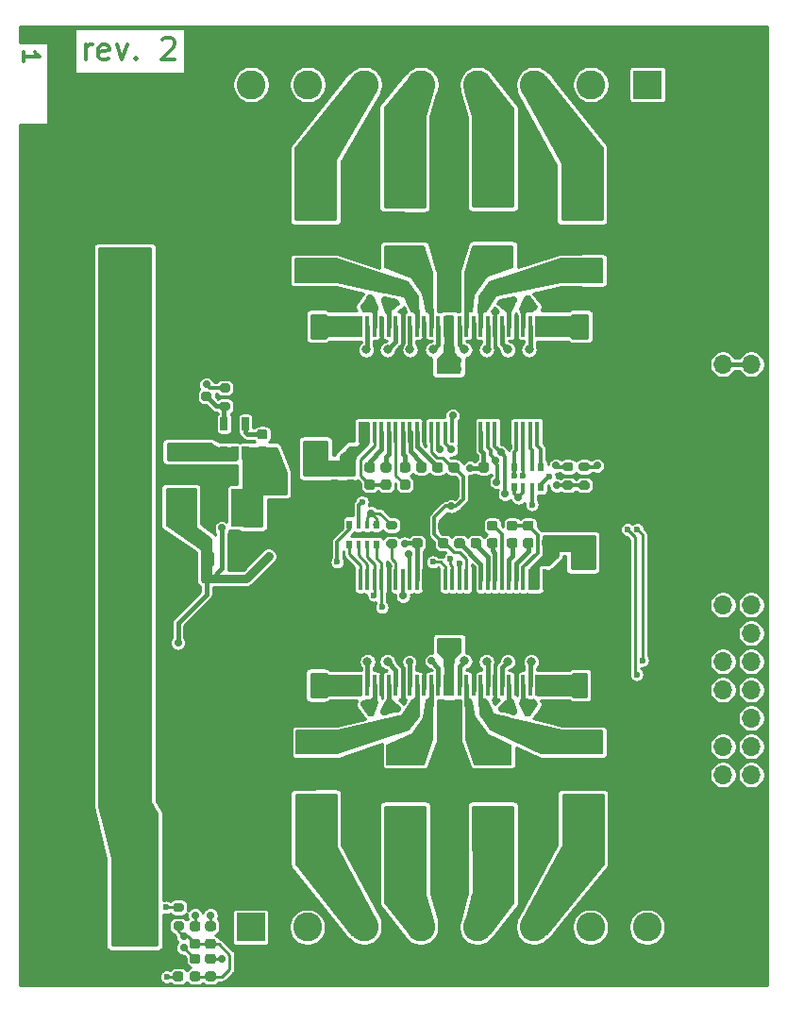
<source format=gbr>
%TF.GenerationSoftware,KiCad,Pcbnew,(5.1.9)-1*%
%TF.CreationDate,2021-06-18T12:17:42+07:00*%
%TF.ProjectId,TAS6424,54415336-3432-4342-9e6b-696361645f70,2*%
%TF.SameCoordinates,Original*%
%TF.FileFunction,Copper,L1,Top*%
%TF.FilePolarity,Positive*%
%FSLAX46Y46*%
G04 Gerber Fmt 4.6, Leading zero omitted, Abs format (unit mm)*
G04 Created by KiCad (PCBNEW (5.1.9)-1) date 2021-06-18 12:17:42*
%MOMM*%
%LPD*%
G01*
G04 APERTURE LIST*
%TA.AperFunction,NonConductor*%
%ADD10C,0.300000*%
%TD*%
%TA.AperFunction,ComponentPad*%
%ADD11O,1.700000X1.700000*%
%TD*%
%TA.AperFunction,SMDPad,CuDef*%
%ADD12R,3.400001X1.850000*%
%TD*%
%TA.AperFunction,ComponentPad*%
%ADD13R,2.400000X2.400000*%
%TD*%
%TA.AperFunction,ComponentPad*%
%ADD14C,2.400000*%
%TD*%
%TA.AperFunction,ComponentPad*%
%ADD15R,2.600000X2.600000*%
%TD*%
%TA.AperFunction,ComponentPad*%
%ADD16C,2.600000*%
%TD*%
%TA.AperFunction,SMDPad,CuDef*%
%ADD17R,0.500000X0.800000*%
%TD*%
%TA.AperFunction,SMDPad,CuDef*%
%ADD18R,0.400000X0.800000*%
%TD*%
%TA.AperFunction,SMDPad,CuDef*%
%ADD19R,0.400000X1.900000*%
%TD*%
%TA.AperFunction,SMDPad,CuDef*%
%ADD20R,1.100000X1.100000*%
%TD*%
%TA.AperFunction,SMDPad,CuDef*%
%ADD21R,2.413000X3.429000*%
%TD*%
%TA.AperFunction,SMDPad,CuDef*%
%ADD22R,0.650000X1.220000*%
%TD*%
%TA.AperFunction,SMDPad,CuDef*%
%ADD23R,2.500000X3.300000*%
%TD*%
%TA.AperFunction,ComponentPad*%
%ADD24C,3.300000*%
%TD*%
%TA.AperFunction,ConnectorPad*%
%ADD25C,5.400000*%
%TD*%
%TA.AperFunction,ViaPad*%
%ADD26C,0.700000*%
%TD*%
%TA.AperFunction,ViaPad*%
%ADD27C,0.800000*%
%TD*%
%TA.AperFunction,ViaPad*%
%ADD28C,0.600000*%
%TD*%
%TA.AperFunction,Conductor*%
%ADD29C,0.250000*%
%TD*%
%TA.AperFunction,Conductor*%
%ADD30C,0.400000*%
%TD*%
%TA.AperFunction,Conductor*%
%ADD31C,0.300000*%
%TD*%
%TA.AperFunction,Conductor*%
%ADD32C,0.800000*%
%TD*%
%TA.AperFunction,Conductor*%
%ADD33C,0.200000*%
%TD*%
%TA.AperFunction,Conductor*%
%ADD34C,0.100000*%
%TD*%
%TA.AperFunction,Conductor*%
%ADD35C,0.254000*%
%TD*%
G04 APERTURE END LIST*
D10*
X69707619Y-56467261D02*
X69707619Y-55133928D01*
X69707619Y-55514880D02*
X69802857Y-55324404D01*
X69898095Y-55229166D01*
X70088571Y-55133928D01*
X70279047Y-55133928D01*
X71707619Y-56372023D02*
X71517142Y-56467261D01*
X71136190Y-56467261D01*
X70945714Y-56372023D01*
X70850476Y-56181547D01*
X70850476Y-55419642D01*
X70945714Y-55229166D01*
X71136190Y-55133928D01*
X71517142Y-55133928D01*
X71707619Y-55229166D01*
X71802857Y-55419642D01*
X71802857Y-55610119D01*
X70850476Y-55800595D01*
X72469523Y-55133928D02*
X72945714Y-56467261D01*
X73421904Y-55133928D01*
X74183809Y-56276785D02*
X74279047Y-56372023D01*
X74183809Y-56467261D01*
X74088571Y-56372023D01*
X74183809Y-56276785D01*
X74183809Y-56467261D01*
X76564761Y-54657738D02*
X76660000Y-54562500D01*
X76850476Y-54467261D01*
X77326666Y-54467261D01*
X77517142Y-54562500D01*
X77612380Y-54657738D01*
X77707619Y-54848214D01*
X77707619Y-55038690D01*
X77612380Y-55324404D01*
X76469523Y-56467261D01*
X77707619Y-56467261D01*
X64091428Y-56626071D02*
X64091428Y-55768928D01*
X64091428Y-56197500D02*
X65591428Y-56197500D01*
X65377142Y-56054642D01*
X65234285Y-55911785D01*
X65162857Y-55768928D01*
D11*
%TO.P,D3,1*%
%TO.N,VIN*%
X126873000Y-83794600D03*
%TO.P,D3,2*%
X129413000Y-83794600D03*
%TO.P,D3,3*%
%TO.N,GND*%
X126873000Y-86334600D03*
%TO.P,D3,4*%
X129413000Y-86334600D03*
%TO.P,D3,5*%
%TO.N,SCL*%
X126873000Y-105384600D03*
%TO.P,D3,6*%
%TO.N,SDA*%
X129413000Y-105384600D03*
%TO.P,D3,7*%
%TO.N,GND*%
X126873000Y-107924600D03*
%TO.P,D3,8*%
%TO.N,Net-(D3-Pad8)*%
X129413000Y-107924600D03*
%TO.P,D3,9*%
%TO.N,/CLKOUT*%
X126873000Y-110464600D03*
%TO.P,D3,10*%
%TO.N,Net-(D3-Pad10)*%
X129413000Y-110464600D03*
%TO.P,D3,11*%
%TO.N,/SCLK_1*%
X126873000Y-113004600D03*
%TO.P,D3,12*%
%TO.N,/FSYNC_1*%
X129413000Y-113004600D03*
%TO.P,D3,13*%
%TO.N,GND*%
X126873000Y-115544600D03*
%TO.P,D3,14*%
%TO.N,/SDIN_1*%
X129413000Y-115544600D03*
%TO.P,D3,15*%
%TO.N,/MUTE_1*%
X126873000Y-118084600D03*
%TO.P,D3,16*%
%TO.N,/MUTE_2*%
X129413000Y-118084600D03*
%TO.P,D3,17*%
%TO.N,/STANDBY_1*%
X126873000Y-120624600D03*
%TO.P,D3,18*%
%TO.N,/STANDBY_2*%
X129413000Y-120624600D03*
%TO.P,D3,19*%
%TO.N,GND*%
X126873000Y-123164600D03*
%TO.P,D3,20*%
X129413000Y-123164600D03*
%TD*%
D12*
%TO.P,L13,2*%
%TO.N,/OUT2_2P*%
X98361500Y-124377500D03*
%TO.P,L13,1*%
%TO.N,Net-(C69-Pad2)*%
X98361500Y-118827500D03*
%TD*%
%TO.P,L12,2*%
%TO.N,/OUT2_3M*%
X106235500Y-124377500D03*
%TO.P,L12,1*%
%TO.N,Net-(C68-Pad1)*%
X106235500Y-118827500D03*
%TD*%
%TO.P,L11,2*%
%TO.N,/OUT2_3P*%
X114300000Y-123234500D03*
%TO.P,L11,1*%
%TO.N,Net-(C67-Pad2)*%
X114300000Y-117684500D03*
%TD*%
D13*
%TO.P,C1,1*%
%TO.N,PVDD_TAS*%
X72834500Y-115443000D03*
D14*
%TO.P,C1,2*%
%TO.N,GND*%
X67834500Y-115443000D03*
%TD*%
D13*
%TO.P,C2,1*%
%TO.N,PVDD_TAS*%
X72834500Y-101854000D03*
D14*
%TO.P,C2,2*%
%TO.N,GND*%
X67834500Y-101854000D03*
%TD*%
D13*
%TO.P,C3,1*%
%TO.N,PVDD_TAS*%
X72834500Y-88138000D03*
D14*
%TO.P,C3,2*%
%TO.N,GND*%
X67834500Y-88138000D03*
%TD*%
D13*
%TO.P,C4,1*%
%TO.N,PVDD_TAS*%
X72834500Y-74676000D03*
D14*
%TO.P,C4,2*%
%TO.N,GND*%
X67834500Y-74676000D03*
%TD*%
%TO.P,C9,1*%
%TO.N,GND*%
%TA.AperFunction,SMDPad,CuDef*%
G36*
G01*
X102982500Y-95051000D02*
X102482500Y-95051000D01*
G75*
G02*
X102257500Y-94826000I0J225000D01*
G01*
X102257500Y-94376000D01*
G75*
G02*
X102482500Y-94151000I225000J0D01*
G01*
X102982500Y-94151000D01*
G75*
G02*
X103207500Y-94376000I0J-225000D01*
G01*
X103207500Y-94826000D01*
G75*
G02*
X102982500Y-95051000I-225000J0D01*
G01*
G37*
%TD.AperFunction*%
%TO.P,C9,2*%
%TO.N,/CLKOUT*%
%TA.AperFunction,SMDPad,CuDef*%
G36*
G01*
X102982500Y-93501000D02*
X102482500Y-93501000D01*
G75*
G02*
X102257500Y-93276000I0J225000D01*
G01*
X102257500Y-92826000D01*
G75*
G02*
X102482500Y-92601000I225000J0D01*
G01*
X102982500Y-92601000D01*
G75*
G02*
X103207500Y-92826000I0J-225000D01*
G01*
X103207500Y-93276000D01*
G75*
G02*
X102982500Y-93501000I-225000J0D01*
G01*
G37*
%TD.AperFunction*%
%TD*%
%TO.P,C12,1*%
%TO.N,GND*%
%TA.AperFunction,SMDPad,CuDef*%
G36*
G01*
X90761500Y-95276000D02*
X89811500Y-95276000D01*
G75*
G02*
X89561500Y-95026000I0J250000D01*
G01*
X89561500Y-94526000D01*
G75*
G02*
X89811500Y-94276000I250000J0D01*
G01*
X90761500Y-94276000D01*
G75*
G02*
X91011500Y-94526000I0J-250000D01*
G01*
X91011500Y-95026000D01*
G75*
G02*
X90761500Y-95276000I-250000J0D01*
G01*
G37*
%TD.AperFunction*%
%TO.P,C12,2*%
%TO.N,PVDD_TAS*%
%TA.AperFunction,SMDPad,CuDef*%
G36*
G01*
X90761500Y-93376000D02*
X89811500Y-93376000D01*
G75*
G02*
X89561500Y-93126000I0J250000D01*
G01*
X89561500Y-92626000D01*
G75*
G02*
X89811500Y-92376000I250000J0D01*
G01*
X90761500Y-92376000D01*
G75*
G02*
X91011500Y-92626000I0J-250000D01*
G01*
X91011500Y-93126000D01*
G75*
G02*
X90761500Y-93376000I-250000J0D01*
G01*
G37*
%TD.AperFunction*%
%TD*%
%TO.P,C13,1*%
%TO.N,PVDD_TAS*%
%TA.AperFunction,SMDPad,CuDef*%
G36*
G01*
X91751000Y-92601000D02*
X92251000Y-92601000D01*
G75*
G02*
X92476000Y-92826000I0J-225000D01*
G01*
X92476000Y-93276000D01*
G75*
G02*
X92251000Y-93501000I-225000J0D01*
G01*
X91751000Y-93501000D01*
G75*
G02*
X91526000Y-93276000I0J225000D01*
G01*
X91526000Y-92826000D01*
G75*
G02*
X91751000Y-92601000I225000J0D01*
G01*
G37*
%TD.AperFunction*%
%TO.P,C13,2*%
%TO.N,GND*%
%TA.AperFunction,SMDPad,CuDef*%
G36*
G01*
X91751000Y-94151000D02*
X92251000Y-94151000D01*
G75*
G02*
X92476000Y-94376000I0J-225000D01*
G01*
X92476000Y-94826000D01*
G75*
G02*
X92251000Y-95051000I-225000J0D01*
G01*
X91751000Y-95051000D01*
G75*
G02*
X91526000Y-94826000I0J225000D01*
G01*
X91526000Y-94376000D01*
G75*
G02*
X91751000Y-94151000I225000J0D01*
G01*
G37*
%TD.AperFunction*%
%TD*%
%TO.P,C14,1*%
%TO.N,GND*%
%TA.AperFunction,SMDPad,CuDef*%
G36*
G01*
X105649500Y-95051000D02*
X105149500Y-95051000D01*
G75*
G02*
X104924500Y-94826000I0J225000D01*
G01*
X104924500Y-94376000D01*
G75*
G02*
X105149500Y-94151000I225000J0D01*
G01*
X105649500Y-94151000D01*
G75*
G02*
X105874500Y-94376000I0J-225000D01*
G01*
X105874500Y-94826000D01*
G75*
G02*
X105649500Y-95051000I-225000J0D01*
G01*
G37*
%TD.AperFunction*%
%TO.P,C14,2*%
%TO.N,+3V3_TAS*%
%TA.AperFunction,SMDPad,CuDef*%
G36*
G01*
X105649500Y-93501000D02*
X105149500Y-93501000D01*
G75*
G02*
X104924500Y-93276000I0J225000D01*
G01*
X104924500Y-92826000D01*
G75*
G02*
X105149500Y-92601000I225000J0D01*
G01*
X105649500Y-92601000D01*
G75*
G02*
X105874500Y-92826000I0J-225000D01*
G01*
X105874500Y-93276000D01*
G75*
G02*
X105649500Y-93501000I-225000J0D01*
G01*
G37*
%TD.AperFunction*%
%TD*%
%TO.P,C15,1*%
%TO.N,GND*%
%TA.AperFunction,SMDPad,CuDef*%
G36*
G01*
X93711500Y-95051000D02*
X93211500Y-95051000D01*
G75*
G02*
X92986500Y-94826000I0J225000D01*
G01*
X92986500Y-94376000D01*
G75*
G02*
X93211500Y-94151000I225000J0D01*
G01*
X93711500Y-94151000D01*
G75*
G02*
X93936500Y-94376000I0J-225000D01*
G01*
X93936500Y-94826000D01*
G75*
G02*
X93711500Y-95051000I-225000J0D01*
G01*
G37*
%TD.AperFunction*%
%TO.P,C15,2*%
%TO.N,PVDD_TAS*%
%TA.AperFunction,SMDPad,CuDef*%
G36*
G01*
X93711500Y-93501000D02*
X93211500Y-93501000D01*
G75*
G02*
X92986500Y-93276000I0J225000D01*
G01*
X92986500Y-92826000D01*
G75*
G02*
X93211500Y-92601000I225000J0D01*
G01*
X93711500Y-92601000D01*
G75*
G02*
X93936500Y-92826000I0J-225000D01*
G01*
X93936500Y-93276000D01*
G75*
G02*
X93711500Y-93501000I-225000J0D01*
G01*
G37*
%TD.AperFunction*%
%TD*%
%TO.P,C16,1*%
%TO.N,Net-(C16-Pad1)*%
%TA.AperFunction,SMDPad,CuDef*%
G36*
G01*
X94926000Y-92601000D02*
X95426000Y-92601000D01*
G75*
G02*
X95651000Y-92826000I0J-225000D01*
G01*
X95651000Y-93276000D01*
G75*
G02*
X95426000Y-93501000I-225000J0D01*
G01*
X94926000Y-93501000D01*
G75*
G02*
X94701000Y-93276000I0J225000D01*
G01*
X94701000Y-92826000D01*
G75*
G02*
X94926000Y-92601000I225000J0D01*
G01*
G37*
%TD.AperFunction*%
%TO.P,C16,2*%
%TO.N,Net-(C16-Pad2)*%
%TA.AperFunction,SMDPad,CuDef*%
G36*
G01*
X94926000Y-94151000D02*
X95426000Y-94151000D01*
G75*
G02*
X95651000Y-94376000I0J-225000D01*
G01*
X95651000Y-94826000D01*
G75*
G02*
X95426000Y-95051000I-225000J0D01*
G01*
X94926000Y-95051000D01*
G75*
G02*
X94701000Y-94826000I0J225000D01*
G01*
X94701000Y-94376000D01*
G75*
G02*
X94926000Y-94151000I225000J0D01*
G01*
G37*
%TD.AperFunction*%
%TD*%
%TO.P,C17,1*%
%TO.N,Net-(C17-Pad1)*%
%TA.AperFunction,SMDPad,CuDef*%
G36*
G01*
X96386500Y-92601000D02*
X96886500Y-92601000D01*
G75*
G02*
X97111500Y-92826000I0J-225000D01*
G01*
X97111500Y-93276000D01*
G75*
G02*
X96886500Y-93501000I-225000J0D01*
G01*
X96386500Y-93501000D01*
G75*
G02*
X96161500Y-93276000I0J225000D01*
G01*
X96161500Y-92826000D01*
G75*
G02*
X96386500Y-92601000I225000J0D01*
G01*
G37*
%TD.AperFunction*%
%TO.P,C17,2*%
%TO.N,Net-(C16-Pad2)*%
%TA.AperFunction,SMDPad,CuDef*%
G36*
G01*
X96386500Y-94151000D02*
X96886500Y-94151000D01*
G75*
G02*
X97111500Y-94376000I0J-225000D01*
G01*
X97111500Y-94826000D01*
G75*
G02*
X96886500Y-95051000I-225000J0D01*
G01*
X96386500Y-95051000D01*
G75*
G02*
X96161500Y-94826000I0J225000D01*
G01*
X96161500Y-94376000D01*
G75*
G02*
X96386500Y-94151000I225000J0D01*
G01*
G37*
%TD.AperFunction*%
%TD*%
%TO.P,C18,1*%
%TO.N,Net-(C18-Pad1)*%
%TA.AperFunction,SMDPad,CuDef*%
G36*
G01*
X98101000Y-92601000D02*
X98601000Y-92601000D01*
G75*
G02*
X98826000Y-92826000I0J-225000D01*
G01*
X98826000Y-93276000D01*
G75*
G02*
X98601000Y-93501000I-225000J0D01*
G01*
X98101000Y-93501000D01*
G75*
G02*
X97876000Y-93276000I0J225000D01*
G01*
X97876000Y-92826000D01*
G75*
G02*
X98101000Y-92601000I225000J0D01*
G01*
G37*
%TD.AperFunction*%
%TO.P,C18,2*%
%TO.N,Net-(C18-Pad2)*%
%TA.AperFunction,SMDPad,CuDef*%
G36*
G01*
X98101000Y-94151000D02*
X98601000Y-94151000D01*
G75*
G02*
X98826000Y-94376000I0J-225000D01*
G01*
X98826000Y-94826000D01*
G75*
G02*
X98601000Y-95051000I-225000J0D01*
G01*
X98101000Y-95051000D01*
G75*
G02*
X97876000Y-94826000I0J225000D01*
G01*
X97876000Y-94376000D01*
G75*
G02*
X98101000Y-94151000I225000J0D01*
G01*
G37*
%TD.AperFunction*%
%TD*%
%TO.P,C19,1*%
%TO.N,Net-(C19-Pad1)*%
%TA.AperFunction,SMDPad,CuDef*%
G36*
G01*
X99561500Y-92601000D02*
X100061500Y-92601000D01*
G75*
G02*
X100286500Y-92826000I0J-225000D01*
G01*
X100286500Y-93276000D01*
G75*
G02*
X100061500Y-93501000I-225000J0D01*
G01*
X99561500Y-93501000D01*
G75*
G02*
X99336500Y-93276000I0J225000D01*
G01*
X99336500Y-92826000D01*
G75*
G02*
X99561500Y-92601000I225000J0D01*
G01*
G37*
%TD.AperFunction*%
%TO.P,C19,2*%
%TO.N,GND*%
%TA.AperFunction,SMDPad,CuDef*%
G36*
G01*
X99561500Y-94151000D02*
X100061500Y-94151000D01*
G75*
G02*
X100286500Y-94376000I0J-225000D01*
G01*
X100286500Y-94826000D01*
G75*
G02*
X100061500Y-95051000I-225000J0D01*
G01*
X99561500Y-95051000D01*
G75*
G02*
X99336500Y-94826000I0J225000D01*
G01*
X99336500Y-94376000D01*
G75*
G02*
X99561500Y-94151000I225000J0D01*
G01*
G37*
%TD.AperFunction*%
%TD*%
%TO.P,C20,1*%
%TO.N,Net-(C20-Pad1)*%
%TA.AperFunction,SMDPad,CuDef*%
G36*
G01*
X101022000Y-92601000D02*
X101522000Y-92601000D01*
G75*
G02*
X101747000Y-92826000I0J-225000D01*
G01*
X101747000Y-93276000D01*
G75*
G02*
X101522000Y-93501000I-225000J0D01*
G01*
X101022000Y-93501000D01*
G75*
G02*
X100797000Y-93276000I0J225000D01*
G01*
X100797000Y-92826000D01*
G75*
G02*
X101022000Y-92601000I225000J0D01*
G01*
G37*
%TD.AperFunction*%
%TO.P,C20,2*%
%TO.N,GND*%
%TA.AperFunction,SMDPad,CuDef*%
G36*
G01*
X101022000Y-94151000D02*
X101522000Y-94151000D01*
G75*
G02*
X101747000Y-94376000I0J-225000D01*
G01*
X101747000Y-94826000D01*
G75*
G02*
X101522000Y-95051000I-225000J0D01*
G01*
X101022000Y-95051000D01*
G75*
G02*
X100797000Y-94826000I0J225000D01*
G01*
X100797000Y-94376000D01*
G75*
G02*
X101022000Y-94151000I225000J0D01*
G01*
G37*
%TD.AperFunction*%
%TD*%
%TO.P,C32,1*%
%TO.N,PVDD_TAS*%
%TA.AperFunction,SMDPad,CuDef*%
G36*
G01*
X91761500Y-80182000D02*
X92261500Y-80182000D01*
G75*
G02*
X92486500Y-80407000I0J-225000D01*
G01*
X92486500Y-80857000D01*
G75*
G02*
X92261500Y-81082000I-225000J0D01*
G01*
X91761500Y-81082000D01*
G75*
G02*
X91536500Y-80857000I0J225000D01*
G01*
X91536500Y-80407000D01*
G75*
G02*
X91761500Y-80182000I225000J0D01*
G01*
G37*
%TD.AperFunction*%
%TO.P,C32,2*%
%TO.N,GND*%
%TA.AperFunction,SMDPad,CuDef*%
G36*
G01*
X91761500Y-81732000D02*
X92261500Y-81732000D01*
G75*
G02*
X92486500Y-81957000I0J-225000D01*
G01*
X92486500Y-82407000D01*
G75*
G02*
X92261500Y-82632000I-225000J0D01*
G01*
X91761500Y-82632000D01*
G75*
G02*
X91536500Y-82407000I0J225000D01*
G01*
X91536500Y-81957000D01*
G75*
G02*
X91761500Y-81732000I225000J0D01*
G01*
G37*
%TD.AperFunction*%
%TD*%
%TO.P,C34,1*%
%TO.N,PVDD_TAS*%
%TA.AperFunction,SMDPad,CuDef*%
G36*
G01*
X112335500Y-80182000D02*
X112835500Y-80182000D01*
G75*
G02*
X113060500Y-80407000I0J-225000D01*
G01*
X113060500Y-80857000D01*
G75*
G02*
X112835500Y-81082000I-225000J0D01*
G01*
X112335500Y-81082000D01*
G75*
G02*
X112110500Y-80857000I0J225000D01*
G01*
X112110500Y-80407000D01*
G75*
G02*
X112335500Y-80182000I225000J0D01*
G01*
G37*
%TD.AperFunction*%
%TO.P,C34,2*%
%TO.N,GND*%
%TA.AperFunction,SMDPad,CuDef*%
G36*
G01*
X112335500Y-81732000D02*
X112835500Y-81732000D01*
G75*
G02*
X113060500Y-81957000I0J-225000D01*
G01*
X113060500Y-82407000D01*
G75*
G02*
X112835500Y-82632000I-225000J0D01*
G01*
X112335500Y-82632000D01*
G75*
G02*
X112110500Y-82407000I0J225000D01*
G01*
X112110500Y-81957000D01*
G75*
G02*
X112335500Y-81732000I225000J0D01*
G01*
G37*
%TD.AperFunction*%
%TD*%
%TO.P,C41,1*%
%TO.N,/OUT1_3P*%
%TA.AperFunction,SMDPad,CuDef*%
G36*
G01*
X90752000Y-67340500D02*
X90752000Y-66390500D01*
G75*
G02*
X91002000Y-66140500I250000J0D01*
G01*
X91502000Y-66140500D01*
G75*
G02*
X91752000Y-66390500I0J-250000D01*
G01*
X91752000Y-67340500D01*
G75*
G02*
X91502000Y-67590500I-250000J0D01*
G01*
X91002000Y-67590500D01*
G75*
G02*
X90752000Y-67340500I0J250000D01*
G01*
G37*
%TD.AperFunction*%
%TO.P,C41,2*%
%TO.N,GND*%
%TA.AperFunction,SMDPad,CuDef*%
G36*
G01*
X92652000Y-67340500D02*
X92652000Y-66390500D01*
G75*
G02*
X92902000Y-66140500I250000J0D01*
G01*
X93402000Y-66140500D01*
G75*
G02*
X93652000Y-66390500I0J-250000D01*
G01*
X93652000Y-67340500D01*
G75*
G02*
X93402000Y-67590500I-250000J0D01*
G01*
X92902000Y-67590500D01*
G75*
G02*
X92652000Y-67340500I0J250000D01*
G01*
G37*
%TD.AperFunction*%
%TD*%
%TO.P,C42,1*%
%TO.N,GND*%
%TA.AperFunction,SMDPad,CuDef*%
G36*
G01*
X94943000Y-66261000D02*
X94943000Y-65311000D01*
G75*
G02*
X95193000Y-65061000I250000J0D01*
G01*
X95693000Y-65061000D01*
G75*
G02*
X95943000Y-65311000I0J-250000D01*
G01*
X95943000Y-66261000D01*
G75*
G02*
X95693000Y-66511000I-250000J0D01*
G01*
X95193000Y-66511000D01*
G75*
G02*
X94943000Y-66261000I0J250000D01*
G01*
G37*
%TD.AperFunction*%
%TO.P,C42,2*%
%TO.N,/OUT1_3M*%
%TA.AperFunction,SMDPad,CuDef*%
G36*
G01*
X96843000Y-66261000D02*
X96843000Y-65311000D01*
G75*
G02*
X97093000Y-65061000I250000J0D01*
G01*
X97593000Y-65061000D01*
G75*
G02*
X97843000Y-65311000I0J-250000D01*
G01*
X97843000Y-66261000D01*
G75*
G02*
X97593000Y-66511000I-250000J0D01*
G01*
X97093000Y-66511000D01*
G75*
G02*
X96843000Y-66261000I0J250000D01*
G01*
G37*
%TD.AperFunction*%
%TD*%
%TO.P,C43,1*%
%TO.N,/OUT1_2P*%
%TA.AperFunction,SMDPad,CuDef*%
G36*
G01*
X106690500Y-66261000D02*
X106690500Y-65311000D01*
G75*
G02*
X106940500Y-65061000I250000J0D01*
G01*
X107440500Y-65061000D01*
G75*
G02*
X107690500Y-65311000I0J-250000D01*
G01*
X107690500Y-66261000D01*
G75*
G02*
X107440500Y-66511000I-250000J0D01*
G01*
X106940500Y-66511000D01*
G75*
G02*
X106690500Y-66261000I0J250000D01*
G01*
G37*
%TD.AperFunction*%
%TO.P,C43,2*%
%TO.N,GND*%
%TA.AperFunction,SMDPad,CuDef*%
G36*
G01*
X108590500Y-66261000D02*
X108590500Y-65311000D01*
G75*
G02*
X108840500Y-65061000I250000J0D01*
G01*
X109340500Y-65061000D01*
G75*
G02*
X109590500Y-65311000I0J-250000D01*
G01*
X109590500Y-66261000D01*
G75*
G02*
X109340500Y-66511000I-250000J0D01*
G01*
X108840500Y-66511000D01*
G75*
G02*
X108590500Y-66261000I0J250000D01*
G01*
G37*
%TD.AperFunction*%
%TD*%
%TO.P,C44,1*%
%TO.N,GND*%
%TA.AperFunction,SMDPad,CuDef*%
G36*
G01*
X110881500Y-67340500D02*
X110881500Y-66390500D01*
G75*
G02*
X111131500Y-66140500I250000J0D01*
G01*
X111631500Y-66140500D01*
G75*
G02*
X111881500Y-66390500I0J-250000D01*
G01*
X111881500Y-67340500D01*
G75*
G02*
X111631500Y-67590500I-250000J0D01*
G01*
X111131500Y-67590500D01*
G75*
G02*
X110881500Y-67340500I0J250000D01*
G01*
G37*
%TD.AperFunction*%
%TO.P,C44,2*%
%TO.N,/OUT1_2M*%
%TA.AperFunction,SMDPad,CuDef*%
G36*
G01*
X112781500Y-67340500D02*
X112781500Y-66390500D01*
G75*
G02*
X113031500Y-66140500I250000J0D01*
G01*
X113531500Y-66140500D01*
G75*
G02*
X113781500Y-66390500I0J-250000D01*
G01*
X113781500Y-67340500D01*
G75*
G02*
X113531500Y-67590500I-250000J0D01*
G01*
X113031500Y-67590500D01*
G75*
G02*
X112781500Y-67340500I0J250000D01*
G01*
G37*
%TD.AperFunction*%
%TD*%
%TO.P,C55,1*%
%TO.N,GND*%
%TA.AperFunction,SMDPad,CuDef*%
G36*
G01*
X101540500Y-97860400D02*
X102040500Y-97860400D01*
G75*
G02*
X102265500Y-98085400I0J-225000D01*
G01*
X102265500Y-98535400D01*
G75*
G02*
X102040500Y-98760400I-225000J0D01*
G01*
X101540500Y-98760400D01*
G75*
G02*
X101315500Y-98535400I0J225000D01*
G01*
X101315500Y-98085400D01*
G75*
G02*
X101540500Y-97860400I225000J0D01*
G01*
G37*
%TD.AperFunction*%
%TO.P,C55,2*%
%TO.N,/CLKOUT*%
%TA.AperFunction,SMDPad,CuDef*%
G36*
G01*
X101540500Y-99410400D02*
X102040500Y-99410400D01*
G75*
G02*
X102265500Y-99635400I0J-225000D01*
G01*
X102265500Y-100085400D01*
G75*
G02*
X102040500Y-100310400I-225000J0D01*
G01*
X101540500Y-100310400D01*
G75*
G02*
X101315500Y-100085400I0J225000D01*
G01*
X101315500Y-99635400D01*
G75*
G02*
X101540500Y-99410400I225000J0D01*
G01*
G37*
%TD.AperFunction*%
%TD*%
%TO.P,C56,1*%
%TO.N,GND*%
%TA.AperFunction,SMDPad,CuDef*%
G36*
G01*
X113825000Y-97610000D02*
X114775000Y-97610000D01*
G75*
G02*
X115025000Y-97860000I0J-250000D01*
G01*
X115025000Y-98360000D01*
G75*
G02*
X114775000Y-98610000I-250000J0D01*
G01*
X113825000Y-98610000D01*
G75*
G02*
X113575000Y-98360000I0J250000D01*
G01*
X113575000Y-97860000D01*
G75*
G02*
X113825000Y-97610000I250000J0D01*
G01*
G37*
%TD.AperFunction*%
%TO.P,C56,2*%
%TO.N,PVDD_TAS*%
%TA.AperFunction,SMDPad,CuDef*%
G36*
G01*
X113825000Y-99510000D02*
X114775000Y-99510000D01*
G75*
G02*
X115025000Y-99760000I0J-250000D01*
G01*
X115025000Y-100260000D01*
G75*
G02*
X114775000Y-100510000I-250000J0D01*
G01*
X113825000Y-100510000D01*
G75*
G02*
X113575000Y-100260000I0J250000D01*
G01*
X113575000Y-99760000D01*
G75*
G02*
X113825000Y-99510000I250000J0D01*
G01*
G37*
%TD.AperFunction*%
%TD*%
%TO.P,C57,1*%
%TO.N,PVDD_TAS*%
%TA.AperFunction,SMDPad,CuDef*%
G36*
G01*
X111364500Y-100285000D02*
X110864500Y-100285000D01*
G75*
G02*
X110639500Y-100060000I0J225000D01*
G01*
X110639500Y-99610000D01*
G75*
G02*
X110864500Y-99385000I225000J0D01*
G01*
X111364500Y-99385000D01*
G75*
G02*
X111589500Y-99610000I0J-225000D01*
G01*
X111589500Y-100060000D01*
G75*
G02*
X111364500Y-100285000I-225000J0D01*
G01*
G37*
%TD.AperFunction*%
%TO.P,C57,2*%
%TO.N,GND*%
%TA.AperFunction,SMDPad,CuDef*%
G36*
G01*
X111364500Y-98735000D02*
X110864500Y-98735000D01*
G75*
G02*
X110639500Y-98510000I0J225000D01*
G01*
X110639500Y-98060000D01*
G75*
G02*
X110864500Y-97835000I225000J0D01*
G01*
X111364500Y-97835000D01*
G75*
G02*
X111589500Y-98060000I0J-225000D01*
G01*
X111589500Y-98510000D01*
G75*
G02*
X111364500Y-98735000I-225000J0D01*
G01*
G37*
%TD.AperFunction*%
%TD*%
%TO.P,C58,1*%
%TO.N,GND*%
%TA.AperFunction,SMDPad,CuDef*%
G36*
G01*
X99191000Y-97835000D02*
X99691000Y-97835000D01*
G75*
G02*
X99916000Y-98060000I0J-225000D01*
G01*
X99916000Y-98510000D01*
G75*
G02*
X99691000Y-98735000I-225000J0D01*
G01*
X99191000Y-98735000D01*
G75*
G02*
X98966000Y-98510000I0J225000D01*
G01*
X98966000Y-98060000D01*
G75*
G02*
X99191000Y-97835000I225000J0D01*
G01*
G37*
%TD.AperFunction*%
%TO.P,C58,2*%
%TO.N,+3V3_TAS*%
%TA.AperFunction,SMDPad,CuDef*%
G36*
G01*
X99191000Y-99385000D02*
X99691000Y-99385000D01*
G75*
G02*
X99916000Y-99610000I0J-225000D01*
G01*
X99916000Y-100060000D01*
G75*
G02*
X99691000Y-100285000I-225000J0D01*
G01*
X99191000Y-100285000D01*
G75*
G02*
X98966000Y-100060000I0J225000D01*
G01*
X98966000Y-99610000D01*
G75*
G02*
X99191000Y-99385000I225000J0D01*
G01*
G37*
%TD.AperFunction*%
%TD*%
%TO.P,C59,1*%
%TO.N,GND*%
%TA.AperFunction,SMDPad,CuDef*%
G36*
G01*
X112325000Y-97835000D02*
X112825000Y-97835000D01*
G75*
G02*
X113050000Y-98060000I0J-225000D01*
G01*
X113050000Y-98510000D01*
G75*
G02*
X112825000Y-98735000I-225000J0D01*
G01*
X112325000Y-98735000D01*
G75*
G02*
X112100000Y-98510000I0J225000D01*
G01*
X112100000Y-98060000D01*
G75*
G02*
X112325000Y-97835000I225000J0D01*
G01*
G37*
%TD.AperFunction*%
%TO.P,C59,2*%
%TO.N,PVDD_TAS*%
%TA.AperFunction,SMDPad,CuDef*%
G36*
G01*
X112325000Y-99385000D02*
X112825000Y-99385000D01*
G75*
G02*
X113050000Y-99610000I0J-225000D01*
G01*
X113050000Y-100060000D01*
G75*
G02*
X112825000Y-100285000I-225000J0D01*
G01*
X112325000Y-100285000D01*
G75*
G02*
X112100000Y-100060000I0J225000D01*
G01*
X112100000Y-99610000D01*
G75*
G02*
X112325000Y-99385000I225000J0D01*
G01*
G37*
%TD.AperFunction*%
%TD*%
%TO.P,C60,1*%
%TO.N,Net-(C60-Pad1)*%
%TA.AperFunction,SMDPad,CuDef*%
G36*
G01*
X109650000Y-100285000D02*
X109150000Y-100285000D01*
G75*
G02*
X108925000Y-100060000I0J225000D01*
G01*
X108925000Y-99610000D01*
G75*
G02*
X109150000Y-99385000I225000J0D01*
G01*
X109650000Y-99385000D01*
G75*
G02*
X109875000Y-99610000I0J-225000D01*
G01*
X109875000Y-100060000D01*
G75*
G02*
X109650000Y-100285000I-225000J0D01*
G01*
G37*
%TD.AperFunction*%
%TO.P,C60,2*%
%TO.N,Net-(C60-Pad2)*%
%TA.AperFunction,SMDPad,CuDef*%
G36*
G01*
X109650000Y-98735000D02*
X109150000Y-98735000D01*
G75*
G02*
X108925000Y-98510000I0J225000D01*
G01*
X108925000Y-98060000D01*
G75*
G02*
X109150000Y-97835000I225000J0D01*
G01*
X109650000Y-97835000D01*
G75*
G02*
X109875000Y-98060000I0J-225000D01*
G01*
X109875000Y-98510000D01*
G75*
G02*
X109650000Y-98735000I-225000J0D01*
G01*
G37*
%TD.AperFunction*%
%TD*%
%TO.P,C61,1*%
%TO.N,Net-(C61-Pad1)*%
%TA.AperFunction,SMDPad,CuDef*%
G36*
G01*
X108200000Y-100285000D02*
X107700000Y-100285000D01*
G75*
G02*
X107475000Y-100060000I0J225000D01*
G01*
X107475000Y-99610000D01*
G75*
G02*
X107700000Y-99385000I225000J0D01*
G01*
X108200000Y-99385000D01*
G75*
G02*
X108425000Y-99610000I0J-225000D01*
G01*
X108425000Y-100060000D01*
G75*
G02*
X108200000Y-100285000I-225000J0D01*
G01*
G37*
%TD.AperFunction*%
%TO.P,C61,2*%
%TO.N,Net-(C60-Pad2)*%
%TA.AperFunction,SMDPad,CuDef*%
G36*
G01*
X108200000Y-98735000D02*
X107700000Y-98735000D01*
G75*
G02*
X107475000Y-98510000I0J225000D01*
G01*
X107475000Y-98060000D01*
G75*
G02*
X107700000Y-97835000I225000J0D01*
G01*
X108200000Y-97835000D01*
G75*
G02*
X108425000Y-98060000I0J-225000D01*
G01*
X108425000Y-98510000D01*
G75*
G02*
X108200000Y-98735000I-225000J0D01*
G01*
G37*
%TD.AperFunction*%
%TD*%
%TO.P,C62,1*%
%TO.N,Net-(C62-Pad1)*%
%TA.AperFunction,SMDPad,CuDef*%
G36*
G01*
X106422000Y-100285000D02*
X105922000Y-100285000D01*
G75*
G02*
X105697000Y-100060000I0J225000D01*
G01*
X105697000Y-99610000D01*
G75*
G02*
X105922000Y-99385000I225000J0D01*
G01*
X106422000Y-99385000D01*
G75*
G02*
X106647000Y-99610000I0J-225000D01*
G01*
X106647000Y-100060000D01*
G75*
G02*
X106422000Y-100285000I-225000J0D01*
G01*
G37*
%TD.AperFunction*%
%TO.P,C62,2*%
%TO.N,Net-(C62-Pad2)*%
%TA.AperFunction,SMDPad,CuDef*%
G36*
G01*
X106422000Y-98735000D02*
X105922000Y-98735000D01*
G75*
G02*
X105697000Y-98510000I0J225000D01*
G01*
X105697000Y-98060000D01*
G75*
G02*
X105922000Y-97835000I225000J0D01*
G01*
X106422000Y-97835000D01*
G75*
G02*
X106647000Y-98060000I0J-225000D01*
G01*
X106647000Y-98510000D01*
G75*
G02*
X106422000Y-98735000I-225000J0D01*
G01*
G37*
%TD.AperFunction*%
%TD*%
%TO.P,C63,1*%
%TO.N,Net-(C63-Pad1)*%
%TA.AperFunction,SMDPad,CuDef*%
G36*
G01*
X104951000Y-100285000D02*
X104451000Y-100285000D01*
G75*
G02*
X104226000Y-100060000I0J225000D01*
G01*
X104226000Y-99610000D01*
G75*
G02*
X104451000Y-99385000I225000J0D01*
G01*
X104951000Y-99385000D01*
G75*
G02*
X105176000Y-99610000I0J-225000D01*
G01*
X105176000Y-100060000D01*
G75*
G02*
X104951000Y-100285000I-225000J0D01*
G01*
G37*
%TD.AperFunction*%
%TO.P,C63,2*%
%TO.N,GND*%
%TA.AperFunction,SMDPad,CuDef*%
G36*
G01*
X104951000Y-98735000D02*
X104451000Y-98735000D01*
G75*
G02*
X104226000Y-98510000I0J225000D01*
G01*
X104226000Y-98060000D01*
G75*
G02*
X104451000Y-97835000I225000J0D01*
G01*
X104951000Y-97835000D01*
G75*
G02*
X105176000Y-98060000I0J-225000D01*
G01*
X105176000Y-98510000D01*
G75*
G02*
X104951000Y-98735000I-225000J0D01*
G01*
G37*
%TD.AperFunction*%
%TD*%
%TO.P,C64,1*%
%TO.N,Net-(C64-Pad1)*%
%TA.AperFunction,SMDPad,CuDef*%
G36*
G01*
X103490500Y-100310400D02*
X102990500Y-100310400D01*
G75*
G02*
X102765500Y-100085400I0J225000D01*
G01*
X102765500Y-99635400D01*
G75*
G02*
X102990500Y-99410400I225000J0D01*
G01*
X103490500Y-99410400D01*
G75*
G02*
X103715500Y-99635400I0J-225000D01*
G01*
X103715500Y-100085400D01*
G75*
G02*
X103490500Y-100310400I-225000J0D01*
G01*
G37*
%TD.AperFunction*%
%TO.P,C64,2*%
%TO.N,GND*%
%TA.AperFunction,SMDPad,CuDef*%
G36*
G01*
X103490500Y-98760400D02*
X102990500Y-98760400D01*
G75*
G02*
X102765500Y-98535400I0J225000D01*
G01*
X102765500Y-98085400D01*
G75*
G02*
X102990500Y-97860400I225000J0D01*
G01*
X103490500Y-97860400D01*
G75*
G02*
X103715500Y-98085400I0J-225000D01*
G01*
X103715500Y-98535400D01*
G75*
G02*
X103490500Y-98760400I-225000J0D01*
G01*
G37*
%TD.AperFunction*%
%TD*%
%TO.P,C73,1*%
%TO.N,PVDD_TAS*%
%TA.AperFunction,SMDPad,CuDef*%
G36*
G01*
X112708500Y-112858000D02*
X112208500Y-112858000D01*
G75*
G02*
X111983500Y-112633000I0J225000D01*
G01*
X111983500Y-112183000D01*
G75*
G02*
X112208500Y-111958000I225000J0D01*
G01*
X112708500Y-111958000D01*
G75*
G02*
X112933500Y-112183000I0J-225000D01*
G01*
X112933500Y-112633000D01*
G75*
G02*
X112708500Y-112858000I-225000J0D01*
G01*
G37*
%TD.AperFunction*%
%TO.P,C73,2*%
%TO.N,GND*%
%TA.AperFunction,SMDPad,CuDef*%
G36*
G01*
X112708500Y-111308000D02*
X112208500Y-111308000D01*
G75*
G02*
X111983500Y-111083000I0J225000D01*
G01*
X111983500Y-110633000D01*
G75*
G02*
X112208500Y-110408000I225000J0D01*
G01*
X112708500Y-110408000D01*
G75*
G02*
X112933500Y-110633000I0J-225000D01*
G01*
X112933500Y-111083000D01*
G75*
G02*
X112708500Y-111308000I-225000J0D01*
G01*
G37*
%TD.AperFunction*%
%TD*%
%TO.P,C75,1*%
%TO.N,PVDD_TAS*%
%TA.AperFunction,SMDPad,CuDef*%
G36*
G01*
X92325000Y-112858000D02*
X91825000Y-112858000D01*
G75*
G02*
X91600000Y-112633000I0J225000D01*
G01*
X91600000Y-112183000D01*
G75*
G02*
X91825000Y-111958000I225000J0D01*
G01*
X92325000Y-111958000D01*
G75*
G02*
X92550000Y-112183000I0J-225000D01*
G01*
X92550000Y-112633000D01*
G75*
G02*
X92325000Y-112858000I-225000J0D01*
G01*
G37*
%TD.AperFunction*%
%TO.P,C75,2*%
%TO.N,GND*%
%TA.AperFunction,SMDPad,CuDef*%
G36*
G01*
X92325000Y-111308000D02*
X91825000Y-111308000D01*
G75*
G02*
X91600000Y-111083000I0J225000D01*
G01*
X91600000Y-110633000D01*
G75*
G02*
X91825000Y-110408000I225000J0D01*
G01*
X92325000Y-110408000D01*
G75*
G02*
X92550000Y-110633000I0J-225000D01*
G01*
X92550000Y-111083000D01*
G75*
G02*
X92325000Y-111308000I-225000J0D01*
G01*
G37*
%TD.AperFunction*%
%TD*%
%TO.P,C81,1*%
%TO.N,/OUT2_3P*%
%TA.AperFunction,SMDPad,CuDef*%
G36*
G01*
X113845000Y-125572500D02*
X113845000Y-126522500D01*
G75*
G02*
X113595000Y-126772500I-250000J0D01*
G01*
X113095000Y-126772500D01*
G75*
G02*
X112845000Y-126522500I0J250000D01*
G01*
X112845000Y-125572500D01*
G75*
G02*
X113095000Y-125322500I250000J0D01*
G01*
X113595000Y-125322500D01*
G75*
G02*
X113845000Y-125572500I0J-250000D01*
G01*
G37*
%TD.AperFunction*%
%TO.P,C81,2*%
%TO.N,GND*%
%TA.AperFunction,SMDPad,CuDef*%
G36*
G01*
X111945000Y-125572500D02*
X111945000Y-126522500D01*
G75*
G02*
X111695000Y-126772500I-250000J0D01*
G01*
X111195000Y-126772500D01*
G75*
G02*
X110945000Y-126522500I0J250000D01*
G01*
X110945000Y-125572500D01*
G75*
G02*
X111195000Y-125322500I250000J0D01*
G01*
X111695000Y-125322500D01*
G75*
G02*
X111945000Y-125572500I0J-250000D01*
G01*
G37*
%TD.AperFunction*%
%TD*%
%TO.P,C82,1*%
%TO.N,GND*%
%TA.AperFunction,SMDPad,CuDef*%
G36*
G01*
X109590500Y-126715500D02*
X109590500Y-127665500D01*
G75*
G02*
X109340500Y-127915500I-250000J0D01*
G01*
X108840500Y-127915500D01*
G75*
G02*
X108590500Y-127665500I0J250000D01*
G01*
X108590500Y-126715500D01*
G75*
G02*
X108840500Y-126465500I250000J0D01*
G01*
X109340500Y-126465500D01*
G75*
G02*
X109590500Y-126715500I0J-250000D01*
G01*
G37*
%TD.AperFunction*%
%TO.P,C82,2*%
%TO.N,/OUT2_3M*%
%TA.AperFunction,SMDPad,CuDef*%
G36*
G01*
X107690500Y-126715500D02*
X107690500Y-127665500D01*
G75*
G02*
X107440500Y-127915500I-250000J0D01*
G01*
X106940500Y-127915500D01*
G75*
G02*
X106690500Y-127665500I0J250000D01*
G01*
X106690500Y-126715500D01*
G75*
G02*
X106940500Y-126465500I250000J0D01*
G01*
X107440500Y-126465500D01*
G75*
G02*
X107690500Y-126715500I0J-250000D01*
G01*
G37*
%TD.AperFunction*%
%TD*%
%TO.P,C83,1*%
%TO.N,/OUT2_2P*%
%TA.AperFunction,SMDPad,CuDef*%
G36*
G01*
X97906500Y-126715500D02*
X97906500Y-127665500D01*
G75*
G02*
X97656500Y-127915500I-250000J0D01*
G01*
X97156500Y-127915500D01*
G75*
G02*
X96906500Y-127665500I0J250000D01*
G01*
X96906500Y-126715500D01*
G75*
G02*
X97156500Y-126465500I250000J0D01*
G01*
X97656500Y-126465500D01*
G75*
G02*
X97906500Y-126715500I0J-250000D01*
G01*
G37*
%TD.AperFunction*%
%TO.P,C83,2*%
%TO.N,GND*%
%TA.AperFunction,SMDPad,CuDef*%
G36*
G01*
X96006500Y-126715500D02*
X96006500Y-127665500D01*
G75*
G02*
X95756500Y-127915500I-250000J0D01*
G01*
X95256500Y-127915500D01*
G75*
G02*
X95006500Y-127665500I0J250000D01*
G01*
X95006500Y-126715500D01*
G75*
G02*
X95256500Y-126465500I250000J0D01*
G01*
X95756500Y-126465500D01*
G75*
G02*
X96006500Y-126715500I0J-250000D01*
G01*
G37*
%TD.AperFunction*%
%TD*%
%TO.P,C84,1*%
%TO.N,GND*%
%TA.AperFunction,SMDPad,CuDef*%
G36*
G01*
X93715500Y-125572500D02*
X93715500Y-126522500D01*
G75*
G02*
X93465500Y-126772500I-250000J0D01*
G01*
X92965500Y-126772500D01*
G75*
G02*
X92715500Y-126522500I0J250000D01*
G01*
X92715500Y-125572500D01*
G75*
G02*
X92965500Y-125322500I250000J0D01*
G01*
X93465500Y-125322500D01*
G75*
G02*
X93715500Y-125572500I0J-250000D01*
G01*
G37*
%TD.AperFunction*%
%TO.P,C84,2*%
%TO.N,/OUT2_2M*%
%TA.AperFunction,SMDPad,CuDef*%
G36*
G01*
X91815500Y-125572500D02*
X91815500Y-126522500D01*
G75*
G02*
X91565500Y-126772500I-250000J0D01*
G01*
X91065500Y-126772500D01*
G75*
G02*
X90815500Y-126522500I0J250000D01*
G01*
X90815500Y-125572500D01*
G75*
G02*
X91065500Y-125322500I250000J0D01*
G01*
X91565500Y-125322500D01*
G75*
G02*
X91815500Y-125572500I0J-250000D01*
G01*
G37*
%TD.AperFunction*%
%TD*%
%TO.P,D1,1*%
%TO.N,/FAULT1*%
%TA.AperFunction,SMDPad,CuDef*%
G36*
G01*
X79245750Y-136697000D02*
X79758250Y-136697000D01*
G75*
G02*
X79977000Y-136915750I0J-218750D01*
G01*
X79977000Y-137353250D01*
G75*
G02*
X79758250Y-137572000I-218750J0D01*
G01*
X79245750Y-137572000D01*
G75*
G02*
X79027000Y-137353250I0J218750D01*
G01*
X79027000Y-136915750D01*
G75*
G02*
X79245750Y-136697000I218750J0D01*
G01*
G37*
%TD.AperFunction*%
%TO.P,D1,2*%
%TO.N,+3V3_TAS*%
%TA.AperFunction,SMDPad,CuDef*%
G36*
G01*
X79245750Y-138272000D02*
X79758250Y-138272000D01*
G75*
G02*
X79977000Y-138490750I0J-218750D01*
G01*
X79977000Y-138928250D01*
G75*
G02*
X79758250Y-139147000I-218750J0D01*
G01*
X79245750Y-139147000D01*
G75*
G02*
X79027000Y-138928250I0J218750D01*
G01*
X79027000Y-138490750D01*
G75*
G02*
X79245750Y-138272000I218750J0D01*
G01*
G37*
%TD.AperFunction*%
%TD*%
%TO.P,D2,1*%
%TO.N,/WARN1*%
%TA.AperFunction,SMDPad,CuDef*%
G36*
G01*
X79245750Y-133776000D02*
X79758250Y-133776000D01*
G75*
G02*
X79977000Y-133994750I0J-218750D01*
G01*
X79977000Y-134432250D01*
G75*
G02*
X79758250Y-134651000I-218750J0D01*
G01*
X79245750Y-134651000D01*
G75*
G02*
X79027000Y-134432250I0J218750D01*
G01*
X79027000Y-133994750D01*
G75*
G02*
X79245750Y-133776000I218750J0D01*
G01*
G37*
%TD.AperFunction*%
%TO.P,D2,2*%
%TO.N,+3V3_TAS*%
%TA.AperFunction,SMDPad,CuDef*%
G36*
G01*
X79245750Y-135351000D02*
X79758250Y-135351000D01*
G75*
G02*
X79977000Y-135569750I0J-218750D01*
G01*
X79977000Y-136007250D01*
G75*
G02*
X79758250Y-136226000I-218750J0D01*
G01*
X79245750Y-136226000D01*
G75*
G02*
X79027000Y-136007250I0J218750D01*
G01*
X79027000Y-135569750D01*
G75*
G02*
X79245750Y-135351000I218750J0D01*
G01*
G37*
%TD.AperFunction*%
%TD*%
%TO.P,D4,1*%
%TO.N,/FAULT2*%
%TA.AperFunction,SMDPad,CuDef*%
G36*
G01*
X80642750Y-136697000D02*
X81155250Y-136697000D01*
G75*
G02*
X81374000Y-136915750I0J-218750D01*
G01*
X81374000Y-137353250D01*
G75*
G02*
X81155250Y-137572000I-218750J0D01*
G01*
X80642750Y-137572000D01*
G75*
G02*
X80424000Y-137353250I0J218750D01*
G01*
X80424000Y-136915750D01*
G75*
G02*
X80642750Y-136697000I218750J0D01*
G01*
G37*
%TD.AperFunction*%
%TO.P,D4,2*%
%TO.N,+3V3_TAS*%
%TA.AperFunction,SMDPad,CuDef*%
G36*
G01*
X80642750Y-138272000D02*
X81155250Y-138272000D01*
G75*
G02*
X81374000Y-138490750I0J-218750D01*
G01*
X81374000Y-138928250D01*
G75*
G02*
X81155250Y-139147000I-218750J0D01*
G01*
X80642750Y-139147000D01*
G75*
G02*
X80424000Y-138928250I0J218750D01*
G01*
X80424000Y-138490750D01*
G75*
G02*
X80642750Y-138272000I218750J0D01*
G01*
G37*
%TD.AperFunction*%
%TD*%
%TO.P,D5,1*%
%TO.N,/WARN2*%
%TA.AperFunction,SMDPad,CuDef*%
G36*
G01*
X80642750Y-133776000D02*
X81155250Y-133776000D01*
G75*
G02*
X81374000Y-133994750I0J-218750D01*
G01*
X81374000Y-134432250D01*
G75*
G02*
X81155250Y-134651000I-218750J0D01*
G01*
X80642750Y-134651000D01*
G75*
G02*
X80424000Y-134432250I0J218750D01*
G01*
X80424000Y-133994750D01*
G75*
G02*
X80642750Y-133776000I218750J0D01*
G01*
G37*
%TD.AperFunction*%
%TO.P,D5,2*%
%TO.N,+3V3_TAS*%
%TA.AperFunction,SMDPad,CuDef*%
G36*
G01*
X80642750Y-135351000D02*
X81155250Y-135351000D01*
G75*
G02*
X81374000Y-135569750I0J-218750D01*
G01*
X81374000Y-136007250D01*
G75*
G02*
X81155250Y-136226000I-218750J0D01*
G01*
X80642750Y-136226000D01*
G75*
G02*
X80424000Y-136007250I0J218750D01*
G01*
X80424000Y-135569750D01*
G75*
G02*
X80642750Y-135351000I218750J0D01*
G01*
G37*
%TD.AperFunction*%
%TD*%
D15*
%TO.P,J3,1*%
%TO.N,/OUT1_1M*%
X120100000Y-58700000D03*
D16*
%TO.P,J3,2*%
%TO.N,/OUT1_1P*%
X115020000Y-58700000D03*
%TO.P,J3,3*%
%TO.N,/OUT1_2M*%
X109940000Y-58700000D03*
%TO.P,J3,4*%
%TO.N,/OUT1_2P*%
X104860000Y-58700000D03*
%TO.P,J3,5*%
%TO.N,/OUT1_3M*%
X99780000Y-58700000D03*
%TO.P,J3,6*%
%TO.N,/OUT1_3P*%
X94700000Y-58700000D03*
%TO.P,J3,7*%
%TO.N,/OUT1_4M*%
X89620000Y-58700000D03*
%TO.P,J3,8*%
%TO.N,/OUT1_4P*%
X84540000Y-58700000D03*
%TD*%
D15*
%TO.P,J4,1*%
%TO.N,/OUT2_1M*%
X84500000Y-134300000D03*
D16*
%TO.P,J4,2*%
%TO.N,/OUT2_1P*%
X89580000Y-134300000D03*
%TO.P,J4,3*%
%TO.N,/OUT2_2M*%
X94660000Y-134300000D03*
%TO.P,J4,4*%
%TO.N,/OUT2_2P*%
X99740000Y-134300000D03*
%TO.P,J4,5*%
%TO.N,/OUT2_3M*%
X104820000Y-134300000D03*
%TO.P,J4,6*%
%TO.N,/OUT2_3P*%
X109900000Y-134300000D03*
%TO.P,J4,7*%
%TO.N,/OUT2_4M*%
X114980000Y-134300000D03*
%TO.P,J4,8*%
%TO.N,/OUT2_4P*%
X120060000Y-134300000D03*
%TD*%
%TO.P,R4,1*%
%TO.N,+3V3_TAS*%
%TA.AperFunction,SMDPad,CuDef*%
G36*
G01*
X113231000Y-95051000D02*
X112681000Y-95051000D01*
G75*
G02*
X112481000Y-94851000I0J200000D01*
G01*
X112481000Y-94451000D01*
G75*
G02*
X112681000Y-94251000I200000J0D01*
G01*
X113231000Y-94251000D01*
G75*
G02*
X113431000Y-94451000I0J-200000D01*
G01*
X113431000Y-94851000D01*
G75*
G02*
X113231000Y-95051000I-200000J0D01*
G01*
G37*
%TD.AperFunction*%
%TO.P,R4,2*%
%TO.N,SCL*%
%TA.AperFunction,SMDPad,CuDef*%
G36*
G01*
X113231000Y-93401000D02*
X112681000Y-93401000D01*
G75*
G02*
X112481000Y-93201000I0J200000D01*
G01*
X112481000Y-92801000D01*
G75*
G02*
X112681000Y-92601000I200000J0D01*
G01*
X113231000Y-92601000D01*
G75*
G02*
X113431000Y-92801000I0J-200000D01*
G01*
X113431000Y-93201000D01*
G75*
G02*
X113231000Y-93401000I-200000J0D01*
G01*
G37*
%TD.AperFunction*%
%TD*%
%TO.P,R5,1*%
%TO.N,+3V3_TAS*%
%TA.AperFunction,SMDPad,CuDef*%
G36*
G01*
X114691500Y-95051000D02*
X114141500Y-95051000D01*
G75*
G02*
X113941500Y-94851000I0J200000D01*
G01*
X113941500Y-94451000D01*
G75*
G02*
X114141500Y-94251000I200000J0D01*
G01*
X114691500Y-94251000D01*
G75*
G02*
X114891500Y-94451000I0J-200000D01*
G01*
X114891500Y-94851000D01*
G75*
G02*
X114691500Y-95051000I-200000J0D01*
G01*
G37*
%TD.AperFunction*%
%TO.P,R5,2*%
%TO.N,SDA*%
%TA.AperFunction,SMDPad,CuDef*%
G36*
G01*
X114691500Y-93401000D02*
X114141500Y-93401000D01*
G75*
G02*
X113941500Y-93201000I0J200000D01*
G01*
X113941500Y-92801000D01*
G75*
G02*
X114141500Y-92601000I200000J0D01*
G01*
X114691500Y-92601000D01*
G75*
G02*
X114891500Y-92801000I0J-200000D01*
G01*
X114891500Y-93201000D01*
G75*
G02*
X114691500Y-93401000I-200000J0D01*
G01*
G37*
%TD.AperFunction*%
%TD*%
D17*
%TO.P,RN1,1*%
%TO.N,+3V3_TAS*%
X108136500Y-94789500D03*
D18*
%TO.P,RN1,3*%
%TO.N,/FAULT1*%
X109736500Y-94789500D03*
%TO.P,RN1,2*%
%TO.N,+3V3_TAS*%
X108936500Y-94789500D03*
D17*
%TO.P,RN1,4*%
%TO.N,/WARN1*%
X110536500Y-94789500D03*
D18*
%TO.P,RN1,7*%
%TO.N,/MUTE_1*%
X108936500Y-92989500D03*
D17*
%TO.P,RN1,8*%
%TO.N,/STANDBY_1*%
X108136500Y-92989500D03*
D18*
%TO.P,RN1,6*%
%TO.N,Net-(RN1-Pad6)*%
X109736500Y-92989500D03*
D17*
%TO.P,RN1,5*%
%TO.N,Net-(RN1-Pad5)*%
X110536500Y-92989500D03*
%TD*%
%TO.P,RN2,1*%
%TO.N,+3V3_TAS*%
X95751500Y-98160000D03*
D18*
%TO.P,RN2,3*%
%TO.N,/FAULT2*%
X94151500Y-98160000D03*
%TO.P,RN2,2*%
%TO.N,+3V3_TAS*%
X94951500Y-98160000D03*
D17*
%TO.P,RN2,4*%
%TO.N,/WARN2*%
X93351500Y-98160000D03*
D18*
%TO.P,RN2,7*%
%TO.N,/MUTE_2*%
X94951500Y-99960000D03*
D17*
%TO.P,RN2,8*%
%TO.N,/STANDBY_2*%
X95751500Y-99960000D03*
D18*
%TO.P,RN2,6*%
%TO.N,Net-(RN2-Pad6)*%
X94151500Y-99960000D03*
D17*
%TO.P,RN2,5*%
%TO.N,Net-(RN2-Pad5)*%
X93351500Y-99960000D03*
%TD*%
D19*
%TO.P,U1,28*%
%TO.N,GND*%
X110860500Y-89876500D03*
%TO.P,U1,29*%
%TO.N,PVDD_TAS*%
X110860500Y-80376500D03*
%TO.P,U1,27*%
%TO.N,Net-(RN1-Pad5)*%
X110225500Y-89876500D03*
%TO.P,U1,30*%
%TO.N,PVDD_TAS*%
X110225500Y-80376500D03*
%TO.P,U1,26*%
%TO.N,Net-(RN1-Pad6)*%
X109590500Y-89876500D03*
%TO.P,U1,31*%
%TO.N,Net-(C30-Pad2)*%
X109590500Y-80376500D03*
%TO.P,U1,25*%
%TO.N,/MUTE_1*%
X108955500Y-89876500D03*
%TO.P,U1,32*%
%TO.N,Net-(C30-Pad1)*%
X108955500Y-80376500D03*
%TO.P,U1,24*%
%TO.N,/STANDBY_1*%
X108320500Y-89876500D03*
%TO.P,U1,33*%
%TO.N,GND*%
X108320500Y-80376500D03*
%TO.P,U1,23*%
X107685500Y-89876500D03*
%TO.P,U1,34*%
%TO.N,Net-(C29-Pad2)*%
X107685500Y-80376500D03*
%TO.P,U1,22*%
%TO.N,GND*%
X107050500Y-89876500D03*
%TO.P,U1,35*%
%TO.N,Net-(C29-Pad1)*%
X107050500Y-80376500D03*
%TO.P,U1,21*%
%TO.N,SDA*%
X106415500Y-89876500D03*
%TO.P,U1,36*%
%TO.N,GND*%
X106415500Y-80376500D03*
%TO.P,U1,20*%
%TO.N,SCL*%
X105780500Y-89876500D03*
%TO.P,U1,37*%
%TO.N,Net-(C28-Pad2)*%
X105780500Y-80376500D03*
%TO.P,U1,19*%
%TO.N,+3V3_TAS*%
X105145500Y-89876500D03*
%TO.P,U1,38*%
%TO.N,Net-(C28-Pad1)*%
X105145500Y-80376500D03*
%TO.P,U1,18*%
%TO.N,GND*%
X104510500Y-89876500D03*
%TO.P,U1,39*%
X104510500Y-80376500D03*
%TO.P,U1,17*%
X103875500Y-89876500D03*
%TO.P,U1,40*%
%TO.N,Net-(C27-Pad2)*%
X103875500Y-80376500D03*
%TO.P,U1,16*%
%TO.N,GND*%
X103240500Y-89876500D03*
%TO.P,U1,41*%
%TO.N,Net-(C27-Pad1)*%
X103240500Y-80376500D03*
%TO.P,U1,15*%
%TO.N,/SDIN_1*%
X102605500Y-89876500D03*
%TO.P,U1,42*%
%TO.N,PVDD_TAS*%
X102605500Y-80376500D03*
%TO.P,U1,14*%
%TO.N,/FSYNC_1*%
X101970500Y-89876500D03*
%TO.P,U1,43*%
%TO.N,PVDD_TAS*%
X101970500Y-80376500D03*
%TO.P,U1,13*%
%TO.N,/SCLK_1*%
X101335500Y-89876500D03*
%TO.P,U1,44*%
%TO.N,Net-(C26-Pad2)*%
X101335500Y-80376500D03*
%TO.P,U1,12*%
%TO.N,/CLKOUT*%
X100700500Y-89876500D03*
%TO.P,U1,45*%
%TO.N,Net-(C26-Pad1)*%
X100700500Y-80376500D03*
%TO.P,U1,11*%
%TO.N,GND*%
X100065500Y-89876500D03*
%TO.P,U1,46*%
X100065500Y-80376500D03*
%TO.P,U1,10*%
%TO.N,Net-(C20-Pad1)*%
X99430500Y-89876500D03*
%TO.P,U1,47*%
%TO.N,Net-(C25-Pad2)*%
X99430500Y-80376500D03*
%TO.P,U1,9*%
%TO.N,Net-(C19-Pad1)*%
X98795500Y-89876500D03*
%TO.P,U1,48*%
%TO.N,Net-(C25-Pad1)*%
X98795500Y-80376500D03*
%TO.P,U1,8*%
%TO.N,Net-(C18-Pad1)*%
X98160500Y-89876500D03*
%TO.P,U1,49*%
%TO.N,GND*%
X98160500Y-80376500D03*
%TO.P,U1,7*%
%TO.N,Net-(C18-Pad2)*%
X97525500Y-89876500D03*
%TO.P,U1,50*%
%TO.N,Net-(C24-Pad2)*%
X97525500Y-80376500D03*
%TO.P,U1,6*%
%TO.N,Net-(C17-Pad1)*%
X96890500Y-89876500D03*
%TO.P,U1,51*%
%TO.N,Net-(C24-Pad1)*%
X96890500Y-80376500D03*
%TO.P,U1,5*%
%TO.N,Net-(C16-Pad1)*%
X96255500Y-89876500D03*
%TO.P,U1,52*%
%TO.N,GND*%
X96255500Y-80376500D03*
%TO.P,U1,4*%
%TO.N,Net-(C16-Pad2)*%
X95620500Y-89876500D03*
%TO.P,U1,53*%
%TO.N,Net-(C23-Pad2)*%
X95620500Y-80376500D03*
%TO.P,U1,3*%
%TO.N,PVDD_TAS*%
X94985500Y-89876500D03*
%TO.P,U1,54*%
%TO.N,Net-(C23-Pad1)*%
X94985500Y-80376500D03*
%TO.P,U1,2*%
%TO.N,PVDD_TAS*%
X94350500Y-89876500D03*
%TO.P,U1,55*%
X94350500Y-80376500D03*
%TO.P,U1,1*%
%TO.N,GND*%
X93715500Y-89876500D03*
%TO.P,U1,56*%
%TO.N,PVDD_TAS*%
X93715500Y-80376500D03*
%TD*%
%TO.P,U3,28*%
%TO.N,GND*%
X93715500Y-103100000D03*
%TO.P,U3,29*%
%TO.N,PVDD_TAS*%
X93715500Y-112600000D03*
%TO.P,U3,27*%
%TO.N,Net-(RN2-Pad5)*%
X94350500Y-103100000D03*
%TO.P,U3,30*%
%TO.N,PVDD_TAS*%
X94350500Y-112600000D03*
%TO.P,U3,26*%
%TO.N,Net-(RN2-Pad6)*%
X94985500Y-103100000D03*
%TO.P,U3,31*%
%TO.N,Net-(C72-Pad2)*%
X94985500Y-112600000D03*
%TO.P,U3,25*%
%TO.N,/MUTE_2*%
X95620500Y-103100000D03*
%TO.P,U3,32*%
%TO.N,Net-(C72-Pad1)*%
X95620500Y-112600000D03*
%TO.P,U3,24*%
%TO.N,/STANDBY_2*%
X96255500Y-103100000D03*
%TO.P,U3,33*%
%TO.N,GND*%
X96255500Y-112600000D03*
%TO.P,U3,23*%
X96890500Y-103100000D03*
%TO.P,U3,34*%
%TO.N,Net-(C71-Pad2)*%
X96890500Y-112600000D03*
%TO.P,U3,22*%
%TO.N,Net-(R2-Pad2)*%
X97525500Y-103100000D03*
%TO.P,U3,35*%
%TO.N,Net-(C71-Pad1)*%
X97525500Y-112600000D03*
%TO.P,U3,21*%
%TO.N,SDA*%
X98160500Y-103100000D03*
%TO.P,U3,36*%
%TO.N,GND*%
X98160500Y-112600000D03*
%TO.P,U3,20*%
%TO.N,SCL*%
X98795500Y-103100000D03*
%TO.P,U3,37*%
%TO.N,Net-(C70-Pad2)*%
X98795500Y-112600000D03*
%TO.P,U3,19*%
%TO.N,+3V3_TAS*%
X99430500Y-103100000D03*
%TO.P,U3,38*%
%TO.N,Net-(C70-Pad1)*%
X99430500Y-112600000D03*
%TO.P,U3,18*%
%TO.N,GND*%
X100065500Y-103100000D03*
%TO.P,U3,39*%
X100065500Y-112600000D03*
%TO.P,U3,17*%
X100700500Y-103100000D03*
%TO.P,U3,40*%
%TO.N,Net-(C69-Pad2)*%
X100700500Y-112600000D03*
%TO.P,U3,16*%
%TO.N,GND*%
X101335500Y-103100000D03*
%TO.P,U3,41*%
%TO.N,Net-(C69-Pad1)*%
X101335500Y-112600000D03*
%TO.P,U3,15*%
%TO.N,/SDIN_1*%
X101970500Y-103100000D03*
%TO.P,U3,42*%
%TO.N,PVDD_TAS*%
X101970500Y-112600000D03*
%TO.P,U3,14*%
%TO.N,/FSYNC_1*%
X102605500Y-103100000D03*
%TO.P,U3,43*%
%TO.N,PVDD_TAS*%
X102605500Y-112600000D03*
%TO.P,U3,13*%
%TO.N,/SCLK_1*%
X103240500Y-103100000D03*
%TO.P,U3,44*%
%TO.N,Net-(C68-Pad2)*%
X103240500Y-112600000D03*
%TO.P,U3,12*%
%TO.N,/CLKOUT*%
X103875500Y-103100000D03*
%TO.P,U3,45*%
%TO.N,Net-(C68-Pad1)*%
X103875500Y-112600000D03*
%TO.P,U3,11*%
%TO.N,GND*%
X104510500Y-103100000D03*
%TO.P,U3,46*%
X104510500Y-112600000D03*
%TO.P,U3,10*%
%TO.N,Net-(C64-Pad1)*%
X105145500Y-103100000D03*
%TO.P,U3,47*%
%TO.N,Net-(C67-Pad2)*%
X105145500Y-112600000D03*
%TO.P,U3,9*%
%TO.N,Net-(C63-Pad1)*%
X105780500Y-103100000D03*
%TO.P,U3,48*%
%TO.N,Net-(C67-Pad1)*%
X105780500Y-112600000D03*
%TO.P,U3,8*%
%TO.N,Net-(C62-Pad1)*%
X106415500Y-103100000D03*
%TO.P,U3,49*%
%TO.N,GND*%
X106415500Y-112600000D03*
%TO.P,U3,7*%
%TO.N,Net-(C62-Pad2)*%
X107050500Y-103100000D03*
%TO.P,U3,50*%
%TO.N,Net-(C66-Pad2)*%
X107050500Y-112600000D03*
%TO.P,U3,6*%
%TO.N,Net-(C61-Pad1)*%
X107685500Y-103100000D03*
%TO.P,U3,51*%
%TO.N,Net-(C66-Pad1)*%
X107685500Y-112600000D03*
%TO.P,U3,5*%
%TO.N,Net-(C60-Pad1)*%
X108320500Y-103100000D03*
%TO.P,U3,52*%
%TO.N,GND*%
X108320500Y-112600000D03*
%TO.P,U3,4*%
%TO.N,Net-(C60-Pad2)*%
X108955500Y-103100000D03*
%TO.P,U3,53*%
%TO.N,Net-(C65-Pad2)*%
X108955500Y-112600000D03*
%TO.P,U3,3*%
%TO.N,PVDD_TAS*%
X109590500Y-103100000D03*
%TO.P,U3,54*%
%TO.N,Net-(C65-Pad1)*%
X109590500Y-112600000D03*
%TO.P,U3,2*%
%TO.N,PVDD_TAS*%
X110225500Y-103100000D03*
%TO.P,U3,55*%
X110225500Y-112600000D03*
%TO.P,U3,1*%
%TO.N,GND*%
X110860500Y-103100000D03*
%TO.P,U3,56*%
%TO.N,PVDD_TAS*%
X110860500Y-112600000D03*
%TD*%
%TO.P,C6,1*%
%TO.N,PVDD_TAS*%
%TA.AperFunction,SMDPad,CuDef*%
G36*
G01*
X79142000Y-92008000D02*
X78192000Y-92008000D01*
G75*
G02*
X77942000Y-91758000I0J250000D01*
G01*
X77942000Y-91258000D01*
G75*
G02*
X78192000Y-91008000I250000J0D01*
G01*
X79142000Y-91008000D01*
G75*
G02*
X79392000Y-91258000I0J-250000D01*
G01*
X79392000Y-91758000D01*
G75*
G02*
X79142000Y-92008000I-250000J0D01*
G01*
G37*
%TD.AperFunction*%
%TO.P,C6,2*%
%TO.N,GND*%
%TA.AperFunction,SMDPad,CuDef*%
G36*
G01*
X79142000Y-90108000D02*
X78192000Y-90108000D01*
G75*
G02*
X77942000Y-89858000I0J250000D01*
G01*
X77942000Y-89358000D01*
G75*
G02*
X78192000Y-89108000I250000J0D01*
G01*
X79142000Y-89108000D01*
G75*
G02*
X79392000Y-89358000I0J-250000D01*
G01*
X79392000Y-89858000D01*
G75*
G02*
X79142000Y-90108000I-250000J0D01*
G01*
G37*
%TD.AperFunction*%
%TD*%
%TO.P,C7,1*%
%TO.N,PVDD_TAS*%
%TA.AperFunction,SMDPad,CuDef*%
G36*
G01*
X80817000Y-91783000D02*
X80317000Y-91783000D01*
G75*
G02*
X80092000Y-91558000I0J225000D01*
G01*
X80092000Y-91108000D01*
G75*
G02*
X80317000Y-90883000I225000J0D01*
G01*
X80817000Y-90883000D01*
G75*
G02*
X81042000Y-91108000I0J-225000D01*
G01*
X81042000Y-91558000D01*
G75*
G02*
X80817000Y-91783000I-225000J0D01*
G01*
G37*
%TD.AperFunction*%
%TO.P,C7,2*%
%TO.N,GND*%
%TA.AperFunction,SMDPad,CuDef*%
G36*
G01*
X80817000Y-90233000D02*
X80317000Y-90233000D01*
G75*
G02*
X80092000Y-90008000I0J225000D01*
G01*
X80092000Y-89558000D01*
G75*
G02*
X80317000Y-89333000I225000J0D01*
G01*
X80817000Y-89333000D01*
G75*
G02*
X81042000Y-89558000I0J-225000D01*
G01*
X81042000Y-90008000D01*
G75*
G02*
X80817000Y-90233000I-225000J0D01*
G01*
G37*
%TD.AperFunction*%
%TD*%
%TO.P,C8,1*%
%TO.N,Net-(C8-Pad1)*%
%TA.AperFunction,SMDPad,CuDef*%
G36*
G01*
X85284500Y-89630800D02*
X85784500Y-89630800D01*
G75*
G02*
X86009500Y-89855800I0J-225000D01*
G01*
X86009500Y-90305800D01*
G75*
G02*
X85784500Y-90530800I-225000J0D01*
G01*
X85284500Y-90530800D01*
G75*
G02*
X85059500Y-90305800I0J225000D01*
G01*
X85059500Y-89855800D01*
G75*
G02*
X85284500Y-89630800I225000J0D01*
G01*
G37*
%TD.AperFunction*%
%TO.P,C8,2*%
%TO.N,Net-(C8-Pad2)*%
%TA.AperFunction,SMDPad,CuDef*%
G36*
G01*
X85284500Y-91180800D02*
X85784500Y-91180800D01*
G75*
G02*
X86009500Y-91405800I0J-225000D01*
G01*
X86009500Y-91855800D01*
G75*
G02*
X85784500Y-92080800I-225000J0D01*
G01*
X85284500Y-92080800D01*
G75*
G02*
X85059500Y-91855800I0J225000D01*
G01*
X85059500Y-91405800D01*
G75*
G02*
X85284500Y-91180800I225000J0D01*
G01*
G37*
%TD.AperFunction*%
%TD*%
%TO.P,C11,1*%
%TO.N,+3V3_TAS*%
%TA.AperFunction,SMDPad,CuDef*%
G36*
G01*
X80981000Y-102747000D02*
X80981000Y-103247000D01*
G75*
G02*
X80756000Y-103472000I-225000J0D01*
G01*
X80306000Y-103472000D01*
G75*
G02*
X80081000Y-103247000I0J225000D01*
G01*
X80081000Y-102747000D01*
G75*
G02*
X80306000Y-102522000I225000J0D01*
G01*
X80756000Y-102522000D01*
G75*
G02*
X80981000Y-102747000I0J-225000D01*
G01*
G37*
%TD.AperFunction*%
%TO.P,C11,2*%
%TO.N,GND*%
%TA.AperFunction,SMDPad,CuDef*%
G36*
G01*
X79431000Y-102747000D02*
X79431000Y-103247000D01*
G75*
G02*
X79206000Y-103472000I-225000J0D01*
G01*
X78756000Y-103472000D01*
G75*
G02*
X78531000Y-103247000I0J225000D01*
G01*
X78531000Y-102747000D01*
G75*
G02*
X78756000Y-102522000I225000J0D01*
G01*
X79206000Y-102522000D01*
G75*
G02*
X79431000Y-102747000I0J-225000D01*
G01*
G37*
%TD.AperFunction*%
%TD*%
D20*
%TO.P,D6,1*%
%TO.N,Net-(C8-Pad2)*%
X87122000Y-94231000D03*
%TO.P,D6,2*%
%TO.N,GND*%
X87122000Y-97031000D03*
%TD*%
D21*
%TO.P,L17,1*%
%TO.N,Net-(C8-Pad2)*%
X83947000Y-96647000D03*
%TO.P,L17,2*%
%TO.N,+3V3_TAS*%
X78105000Y-96647000D03*
%TD*%
%TO.P,R9,1*%
%TO.N,GND*%
%TA.AperFunction,SMDPad,CuDef*%
G36*
G01*
X80793000Y-88728000D02*
X80243000Y-88728000D01*
G75*
G02*
X80043000Y-88528000I0J200000D01*
G01*
X80043000Y-88128000D01*
G75*
G02*
X80243000Y-87928000I200000J0D01*
G01*
X80793000Y-87928000D01*
G75*
G02*
X80993000Y-88128000I0J-200000D01*
G01*
X80993000Y-88528000D01*
G75*
G02*
X80793000Y-88728000I-200000J0D01*
G01*
G37*
%TD.AperFunction*%
%TO.P,R9,2*%
%TO.N,Net-(R10-Pad1)*%
%TA.AperFunction,SMDPad,CuDef*%
G36*
G01*
X80793000Y-87078000D02*
X80243000Y-87078000D01*
G75*
G02*
X80043000Y-86878000I0J200000D01*
G01*
X80043000Y-86478000D01*
G75*
G02*
X80243000Y-86278000I200000J0D01*
G01*
X80793000Y-86278000D01*
G75*
G02*
X80993000Y-86478000I0J-200000D01*
G01*
X80993000Y-86878000D01*
G75*
G02*
X80793000Y-87078000I-200000J0D01*
G01*
G37*
%TD.AperFunction*%
%TD*%
%TO.P,R10,1*%
%TO.N,Net-(R10-Pad1)*%
%TA.AperFunction,SMDPad,CuDef*%
G36*
G01*
X82444000Y-87966000D02*
X81894000Y-87966000D01*
G75*
G02*
X81694000Y-87766000I0J200000D01*
G01*
X81694000Y-87366000D01*
G75*
G02*
X81894000Y-87166000I200000J0D01*
G01*
X82444000Y-87166000D01*
G75*
G02*
X82644000Y-87366000I0J-200000D01*
G01*
X82644000Y-87766000D01*
G75*
G02*
X82444000Y-87966000I-200000J0D01*
G01*
G37*
%TD.AperFunction*%
%TO.P,R10,2*%
%TO.N,+3V3_TAS*%
%TA.AperFunction,SMDPad,CuDef*%
G36*
G01*
X82444000Y-86316000D02*
X81894000Y-86316000D01*
G75*
G02*
X81694000Y-86116000I0J200000D01*
G01*
X81694000Y-85716000D01*
G75*
G02*
X81894000Y-85516000I200000J0D01*
G01*
X82444000Y-85516000D01*
G75*
G02*
X82644000Y-85716000I0J-200000D01*
G01*
X82644000Y-86116000D01*
G75*
G02*
X82444000Y-86316000I-200000J0D01*
G01*
G37*
%TD.AperFunction*%
%TD*%
D22*
%TO.P,U2,1*%
%TO.N,Net-(C8-Pad1)*%
X84017000Y-89148000D03*
%TO.P,U2,2*%
%TO.N,GND*%
X83067000Y-89148000D03*
%TO.P,U2,3*%
%TO.N,Net-(R10-Pad1)*%
X82117000Y-89148000D03*
%TO.P,U2,4*%
%TO.N,PVDD_TAS*%
X82117000Y-91768000D03*
%TO.P,U2,5*%
X83067000Y-91768000D03*
%TO.P,U2,6*%
%TO.N,Net-(C8-Pad2)*%
X84017000Y-91768000D03*
%TD*%
D16*
%TO.P,J1,2*%
%TO.N,PVDD_TAS*%
X74231500Y-134300000D03*
D15*
%TO.P,J1,1*%
%TO.N,GND*%
X69151500Y-134300000D03*
%TD*%
D12*
%TO.P,L3,2*%
%TO.N,/OUT1_3P*%
X90297000Y-69805500D03*
%TO.P,L3,1*%
%TO.N,Net-(C25-Pad2)*%
X90297000Y-75355500D03*
%TD*%
%TO.P,L4,2*%
%TO.N,/OUT1_3M*%
X98298000Y-68599000D03*
%TO.P,L4,1*%
%TO.N,Net-(C26-Pad1)*%
X98298000Y-74149000D03*
%TD*%
%TO.P,L5,2*%
%TO.N,/OUT1_2P*%
X106235500Y-68599000D03*
%TO.P,L5,1*%
%TO.N,Net-(C27-Pad2)*%
X106235500Y-74149000D03*
%TD*%
%TO.P,L6,2*%
%TO.N,/OUT1_2M*%
X114236500Y-69805500D03*
%TO.P,L6,1*%
%TO.N,Net-(C28-Pad1)*%
X114236500Y-75355500D03*
%TD*%
%TO.P,L14,2*%
%TO.N,/OUT2_2M*%
X90360500Y-123234500D03*
%TO.P,L14,1*%
%TO.N,Net-(C70-Pad1)*%
X90360500Y-117684500D03*
%TD*%
D23*
%TO.P,D7,2*%
%TO.N,GND*%
X80870000Y-125222000D03*
%TO.P,D7,1*%
%TO.N,PVDD_TAS*%
X74070000Y-125222000D03*
%TD*%
%TO.P,D8,1*%
%TO.N,GND*%
%TA.AperFunction,SMDPad,CuDef*%
G36*
G01*
X77721750Y-136697000D02*
X78234250Y-136697000D01*
G75*
G02*
X78453000Y-136915750I0J-218750D01*
G01*
X78453000Y-137353250D01*
G75*
G02*
X78234250Y-137572000I-218750J0D01*
G01*
X77721750Y-137572000D01*
G75*
G02*
X77503000Y-137353250I0J218750D01*
G01*
X77503000Y-136915750D01*
G75*
G02*
X77721750Y-136697000I218750J0D01*
G01*
G37*
%TD.AperFunction*%
%TO.P,D8,2*%
%TO.N,Net-(D8-Pad2)*%
%TA.AperFunction,SMDPad,CuDef*%
G36*
G01*
X77721750Y-138272000D02*
X78234250Y-138272000D01*
G75*
G02*
X78453000Y-138490750I0J-218750D01*
G01*
X78453000Y-138928250D01*
G75*
G02*
X78234250Y-139147000I-218750J0D01*
G01*
X77721750Y-139147000D01*
G75*
G02*
X77503000Y-138928250I0J218750D01*
G01*
X77503000Y-138490750D01*
G75*
G02*
X77721750Y-138272000I218750J0D01*
G01*
G37*
%TD.AperFunction*%
%TD*%
%TO.P,R1,1*%
%TO.N,+3V3_TAS*%
%TA.AperFunction,SMDPad,CuDef*%
G36*
G01*
X78316500Y-134575000D02*
X77766500Y-134575000D01*
G75*
G02*
X77566500Y-134375000I0J200000D01*
G01*
X77566500Y-133975000D01*
G75*
G02*
X77766500Y-133775000I200000J0D01*
G01*
X78316500Y-133775000D01*
G75*
G02*
X78516500Y-133975000I0J-200000D01*
G01*
X78516500Y-134375000D01*
G75*
G02*
X78316500Y-134575000I-200000J0D01*
G01*
G37*
%TD.AperFunction*%
%TO.P,R1,2*%
%TO.N,Net-(D8-Pad2)*%
%TA.AperFunction,SMDPad,CuDef*%
G36*
G01*
X78316500Y-132925000D02*
X77766500Y-132925000D01*
G75*
G02*
X77566500Y-132725000I0J200000D01*
G01*
X77566500Y-132325000D01*
G75*
G02*
X77766500Y-132125000I200000J0D01*
G01*
X78316500Y-132125000D01*
G75*
G02*
X78516500Y-132325000I0J-200000D01*
G01*
X78516500Y-132725000D01*
G75*
G02*
X78316500Y-132925000I-200000J0D01*
G01*
G37*
%TD.AperFunction*%
%TD*%
%TO.P,R2,2*%
%TO.N,Net-(R2-Pad2)*%
%TA.AperFunction,SMDPad,CuDef*%
G36*
G01*
X96880000Y-99485000D02*
X97430000Y-99485000D01*
G75*
G02*
X97630000Y-99685000I0J-200000D01*
G01*
X97630000Y-100085000D01*
G75*
G02*
X97430000Y-100285000I-200000J0D01*
G01*
X96880000Y-100285000D01*
G75*
G02*
X96680000Y-100085000I0J200000D01*
G01*
X96680000Y-99685000D01*
G75*
G02*
X96880000Y-99485000I200000J0D01*
G01*
G37*
%TD.AperFunction*%
%TO.P,R2,1*%
%TO.N,+3V3_TAS*%
%TA.AperFunction,SMDPad,CuDef*%
G36*
G01*
X96880000Y-97835000D02*
X97430000Y-97835000D01*
G75*
G02*
X97630000Y-98035000I0J-200000D01*
G01*
X97630000Y-98435000D01*
G75*
G02*
X97430000Y-98635000I-200000J0D01*
G01*
X96880000Y-98635000D01*
G75*
G02*
X96680000Y-98435000I0J200000D01*
G01*
X96680000Y-98035000D01*
G75*
G02*
X96880000Y-97835000I200000J0D01*
G01*
G37*
%TD.AperFunction*%
%TD*%
D24*
%TO.P,H1,1*%
%TO.N,GND*%
X80454500Y-117221000D03*
D25*
X80454500Y-117221000D03*
%TD*%
D24*
%TO.P,H2,1*%
%TO.N,GND*%
X122174000Y-75501500D03*
D25*
X122174000Y-75501500D03*
%TD*%
%TO.P,C10,1*%
%TO.N,+3V3_TAS*%
%TA.AperFunction,SMDPad,CuDef*%
G36*
G01*
X81206000Y-100807500D02*
X81206000Y-101757500D01*
G75*
G02*
X80956000Y-102007500I-250000J0D01*
G01*
X80456000Y-102007500D01*
G75*
G02*
X80206000Y-101757500I0J250000D01*
G01*
X80206000Y-100807500D01*
G75*
G02*
X80456000Y-100557500I250000J0D01*
G01*
X80956000Y-100557500D01*
G75*
G02*
X81206000Y-100807500I0J-250000D01*
G01*
G37*
%TD.AperFunction*%
%TO.P,C10,2*%
%TO.N,GND*%
%TA.AperFunction,SMDPad,CuDef*%
G36*
G01*
X79306000Y-100807500D02*
X79306000Y-101757500D01*
G75*
G02*
X79056000Y-102007500I-250000J0D01*
G01*
X78556000Y-102007500D01*
G75*
G02*
X78306000Y-101757500I0J250000D01*
G01*
X78306000Y-100807500D01*
G75*
G02*
X78556000Y-100557500I250000J0D01*
G01*
X79056000Y-100557500D01*
G75*
G02*
X79306000Y-100807500I0J-250000D01*
G01*
G37*
%TD.AperFunction*%
%TD*%
D26*
%TO.N,PVDD_TAS*%
X77343000Y-91173300D03*
X77343000Y-91935300D03*
X90297000Y-91757500D03*
X90297000Y-90995500D03*
X89535000Y-90995500D03*
X91059000Y-91757500D03*
X89535000Y-91757500D03*
X91059000Y-90995500D03*
X114300000Y-101854000D03*
X114300000Y-101092000D03*
X113538000Y-101092000D03*
X115062000Y-101854000D03*
X113538000Y-101854000D03*
X115062000Y-101092000D03*
X103085300Y-109475600D03*
X102323300Y-109475600D03*
X103085300Y-108713600D03*
X102323300Y-108713600D03*
X101561300Y-109475600D03*
X101561300Y-108713600D03*
X90170000Y-111823500D03*
X90932000Y-113347500D03*
X90932000Y-111823500D03*
X90170000Y-113347500D03*
X90170000Y-112585500D03*
X114363500Y-112585500D03*
X90932000Y-112585500D03*
X113601500Y-112585500D03*
X113601500Y-113347500D03*
X114363500Y-111823500D03*
X114363500Y-113347500D03*
X113601500Y-111823500D03*
X113665000Y-80391000D03*
X114427000Y-80391000D03*
X114427000Y-79629000D03*
X113665000Y-81153000D03*
X113665000Y-79629000D03*
X114427000Y-81153000D03*
X90995500Y-81153000D03*
X90233500Y-81153000D03*
X101511700Y-83500900D03*
X102273700Y-83500900D03*
X101511700Y-84262900D03*
X102273700Y-84262900D03*
X103035700Y-83500900D03*
X103035700Y-84262900D03*
X90995500Y-79629000D03*
X90233500Y-79629000D03*
X90233500Y-80391000D03*
X90995500Y-80391000D03*
%TO.N,GND*%
X105791000Y-95694500D03*
X93726000Y-86360000D03*
X94996000Y-86360000D03*
X96266000Y-86360000D03*
X97536000Y-86360000D03*
X98806000Y-86360000D03*
X100076000Y-86360000D03*
X101346000Y-86360000D03*
X102616000Y-86360000D03*
X103886000Y-86360000D03*
X105156000Y-86360000D03*
X106426000Y-86360000D03*
X107696000Y-86360000D03*
X108966000Y-86360000D03*
X110236000Y-86360000D03*
X111506000Y-86360000D03*
X104521000Y-104775000D03*
X100076000Y-104775000D03*
X93726000Y-104775000D03*
X110871000Y-104775000D03*
X94996000Y-106807000D03*
X96266000Y-106807000D03*
X97536000Y-106807000D03*
X98806000Y-106807000D03*
X100076000Y-106807000D03*
X101473000Y-106807000D03*
X102616000Y-106807000D03*
X103886000Y-106807000D03*
X105156000Y-106807000D03*
X106426000Y-106807000D03*
X107696000Y-106807000D03*
X108966000Y-106807000D03*
X110236000Y-106807000D03*
X102235000Y-137160000D03*
X102235000Y-135255000D03*
X102235000Y-133350000D03*
X102298500Y-125095000D03*
X102298500Y-123190000D03*
X102298500Y-121285000D03*
X102298500Y-119380000D03*
X102298500Y-117475000D03*
X102298500Y-115570000D03*
X102235000Y-114300000D03*
X102298500Y-73025000D03*
X102298500Y-71120000D03*
X102298500Y-69215000D03*
X102298500Y-65405000D03*
X102298500Y-63500000D03*
X102298500Y-59690000D03*
X102298500Y-57785000D03*
X102298500Y-55880000D03*
X91440000Y-78486000D03*
X90170000Y-78486000D03*
X77470000Y-87884000D03*
X92456000Y-89662000D03*
X92456000Y-91186000D03*
X113284000Y-78486000D03*
X114554000Y-78486000D03*
X115824000Y-81280000D03*
X115824000Y-86360000D03*
X112776000Y-86360000D03*
X113792000Y-85598000D03*
X114554000Y-84582000D03*
X115316000Y-83566000D03*
X115824000Y-80010000D03*
X115824000Y-82550000D03*
X115824000Y-78486000D03*
X116332000Y-101092000D03*
X116332000Y-102362000D03*
X116332000Y-103632000D03*
X116332000Y-108204000D03*
X116332000Y-109474000D03*
X116332000Y-110744000D03*
X116332000Y-112014000D03*
X116332000Y-113538000D03*
X116332000Y-114554000D03*
X115062000Y-114554000D03*
X113792000Y-114554000D03*
X112268000Y-101854000D03*
X112268000Y-103124000D03*
X112268000Y-104394000D03*
X103759000Y-88392000D03*
X104775000Y-88392000D03*
X110871000Y-88392000D03*
X100076000Y-88392000D03*
X93726000Y-88392000D03*
X100838000Y-71374000D03*
X99060000Y-71374000D03*
X97282000Y-71374000D03*
X95250000Y-71374000D03*
X93218000Y-71374000D03*
X86614000Y-72644000D03*
X88392000Y-72644000D03*
X90170000Y-72644000D03*
X91948000Y-72644000D03*
X93726000Y-72644000D03*
X95504000Y-72644000D03*
X100838000Y-72644000D03*
X103632000Y-72644000D03*
X108966000Y-72644000D03*
X110744000Y-72644000D03*
X112522000Y-72644000D03*
X114300000Y-72644000D03*
X116078000Y-72644000D03*
X117856000Y-72644000D03*
X119888000Y-72644000D03*
X103632000Y-71374000D03*
X105410000Y-71374000D03*
X107188000Y-71374000D03*
X109220000Y-71374000D03*
X111252000Y-71374000D03*
X102298500Y-66294000D03*
X82042000Y-55118000D03*
X82042000Y-56642000D03*
X82042000Y-58166000D03*
X82042000Y-59944000D03*
X82042000Y-61722000D03*
X82042000Y-63500000D03*
X83058000Y-65278000D03*
X84328000Y-67056000D03*
X85598000Y-68834000D03*
X86614000Y-70612000D03*
X122682000Y-55118000D03*
X122682000Y-56642000D03*
X122682000Y-58166000D03*
X122682000Y-59944000D03*
X122682000Y-61722000D03*
X122682000Y-63500000D03*
X121666000Y-65278000D03*
X120396000Y-67056000D03*
X118872000Y-68834000D03*
X118364000Y-70612000D03*
X122682000Y-137668000D03*
X122682000Y-135890000D03*
X122682000Y-134112000D03*
X122682000Y-132334000D03*
X122682000Y-130302000D03*
X121920000Y-128270000D03*
X120650000Y-126492000D03*
X119380000Y-124968000D03*
X117856000Y-122682000D03*
X82042000Y-132334000D03*
X82042000Y-130048000D03*
X83058000Y-128270000D03*
X84582000Y-126492000D03*
X85598000Y-124968000D03*
X86614000Y-123444000D03*
X86614000Y-121920000D03*
X99060000Y-121666000D03*
X97282000Y-121666000D03*
X95250000Y-121666000D03*
X93218000Y-121666000D03*
X90170000Y-120396000D03*
X91948000Y-120396000D03*
X88392000Y-120396000D03*
X86614000Y-120396000D03*
X87376000Y-118618000D03*
X87376000Y-116840000D03*
X93726000Y-120396000D03*
X95758000Y-120396000D03*
X100838000Y-121666000D03*
X103632000Y-121666000D03*
X105410000Y-121666000D03*
X107188000Y-121666000D03*
X108966000Y-121666000D03*
X110744000Y-121666000D03*
X112522000Y-121666000D03*
X116078000Y-120396000D03*
X114300000Y-120396000D03*
X112268000Y-120396000D03*
X110490000Y-120396000D03*
X108712000Y-120396000D03*
X117856000Y-120650000D03*
X115570000Y-115570000D03*
X117094000Y-116586000D03*
X117094000Y-118110000D03*
X117094000Y-119634000D03*
X88900000Y-77470000D03*
X122428000Y-124627381D03*
X124968000Y-128227381D03*
X102235000Y-131826000D03*
X93726000Y-106807000D03*
X116205000Y-106934000D03*
X82042000Y-133858000D03*
X117602000Y-133604000D03*
X117602000Y-135001000D03*
X107569000Y-135128000D03*
X97028000Y-135128000D03*
X86360000Y-132588000D03*
X87757000Y-132588000D03*
X86995000Y-133604000D03*
X86995000Y-135128000D03*
X118237000Y-60452000D03*
X116840000Y-60452000D03*
X117602000Y-59436000D03*
X117602000Y-57912000D03*
X97155000Y-57912000D03*
X86360000Y-60452000D03*
X87757000Y-60452000D03*
X86995000Y-59436000D03*
X86995000Y-57912000D03*
X86995000Y-56388000D03*
X86995000Y-54737000D03*
X97155000Y-56388000D03*
X97155000Y-54737000D03*
X117602000Y-56388000D03*
X117602000Y-54737000D03*
X86995000Y-136652000D03*
X86995000Y-138176000D03*
X97028000Y-136652000D03*
X97028000Y-138176000D03*
X107569000Y-136652000D03*
X107569000Y-138176000D03*
X117602000Y-136652000D03*
X117602000Y-138176000D03*
X91440000Y-105029000D03*
X89408000Y-103632000D03*
X90424000Y-104267000D03*
X87503000Y-87757000D03*
X81788000Y-97155000D03*
X87249000Y-98933000D03*
X87249000Y-99949000D03*
X86233000Y-99441000D03*
X84963000Y-99441000D03*
X83566000Y-99441000D03*
X78486000Y-86995000D03*
X79502000Y-86233000D03*
X81407000Y-84709000D03*
X82423000Y-83947000D03*
X85979000Y-81280000D03*
X86995000Y-80518000D03*
X88011000Y-79629000D03*
X88900000Y-78867000D03*
X79121000Y-108966000D03*
X80264000Y-109728000D03*
X82296000Y-111125000D03*
X83439000Y-111887000D03*
X84582000Y-112649000D03*
X85725000Y-113411000D03*
X86868000Y-114300000D03*
X88392000Y-114554000D03*
X89789000Y-114554000D03*
X91313000Y-114554000D03*
X89154000Y-115570000D03*
X92583000Y-105918000D03*
X92837000Y-87249000D03*
X91948000Y-88011000D03*
X91059000Y-88900000D03*
X91440000Y-89916000D03*
X79756000Y-84709000D03*
X80137000Y-113538000D03*
X88836500Y-94742000D03*
X91948000Y-95631000D03*
X93408500Y-95631000D03*
X99441000Y-97218500D03*
X102743000Y-95631000D03*
X99758500Y-95631000D03*
X98361500Y-95631000D03*
X95504000Y-95631000D03*
X97599500Y-96520000D03*
X98298000Y-97663000D03*
X104711500Y-95694500D03*
X104330500Y-94615000D03*
X103251000Y-97282000D03*
X104711500Y-97282000D03*
X111125000Y-97282000D03*
X112522000Y-97282000D03*
X114300000Y-97028000D03*
X109410500Y-97282000D03*
X108140500Y-97282000D03*
X91122500Y-96520000D03*
X104330500Y-91440000D03*
X103441500Y-91440000D03*
X100965000Y-104775000D03*
X93218000Y-68199000D03*
X94361000Y-68199000D03*
X93789500Y-69596000D03*
X111379000Y-68262500D03*
X110236000Y-68262500D03*
X110744000Y-69659500D03*
X87376000Y-75438000D03*
X87376000Y-73914000D03*
X87312500Y-76898500D03*
X117157500Y-75628500D03*
X117157500Y-74168000D03*
X117157500Y-77152500D03*
X93218000Y-124650500D03*
X94361000Y-126047500D03*
X111442500Y-124650500D03*
X110363000Y-124650500D03*
X107442000Y-57912000D03*
X107442000Y-56388000D03*
X107442000Y-54673500D03*
X92456000Y-96520000D03*
X88201500Y-62801500D03*
X116332000Y-104775000D03*
X102298500Y-74930000D03*
X102298500Y-78740000D03*
X102298500Y-76835000D03*
X102298500Y-61595000D03*
X116268500Y-62801500D03*
X102298500Y-127000000D03*
X102298500Y-128016000D03*
X101282500Y-128587500D03*
X103378000Y-128587500D03*
X102298500Y-129286000D03*
X94424500Y-124650500D03*
X110363000Y-125984000D03*
X109093000Y-125476000D03*
X95440500Y-125476000D03*
X95440500Y-67627500D03*
X109156500Y-67627500D03*
X110236000Y-66929000D03*
X94361000Y-66929000D03*
X101155500Y-64452500D03*
X103378000Y-64452500D03*
X101155500Y-67119500D03*
X103378000Y-67119500D03*
X101282500Y-125920500D03*
X103378000Y-125920500D03*
X83566000Y-137668000D03*
X82042000Y-135128000D03*
X85026500Y-82042000D03*
X84201000Y-82677000D03*
X83312000Y-83312000D03*
X116776500Y-130429000D03*
X116776500Y-132524500D03*
X118237000Y-132524500D03*
X88582500Y-130175000D03*
X111379000Y-106807000D03*
X64490999Y-64263881D03*
X64490999Y-70563881D03*
X64490999Y-76863881D03*
X64490999Y-83163881D03*
X64490999Y-89463881D03*
X64490999Y-95763881D03*
X64490999Y-102063881D03*
X64490999Y-108363881D03*
X64490999Y-114663881D03*
X64490999Y-120963881D03*
X64490999Y-127263881D03*
X64490999Y-133563881D03*
X66290999Y-138063881D03*
X68090999Y-59763881D03*
X68090999Y-66963881D03*
X68090999Y-79563881D03*
X68090999Y-85863881D03*
X68090999Y-92163881D03*
X68090999Y-98463881D03*
X68090999Y-104763881D03*
X68090999Y-111063881D03*
X68090999Y-117363881D03*
X68090999Y-123663881D03*
X68090999Y-129963881D03*
X68990999Y-72363881D03*
X70790999Y-63363881D03*
X70790999Y-136263881D03*
X72590999Y-68763881D03*
X74390999Y-59763881D03*
X75290999Y-65163881D03*
X75290999Y-138063881D03*
X76190999Y-71463881D03*
X77990999Y-75963881D03*
X77990999Y-82263881D03*
X78890999Y-61563881D03*
X78890999Y-67863881D03*
X78890999Y-120963881D03*
X78890999Y-127263881D03*
X80690999Y-54363881D03*
X81590999Y-72363881D03*
X81590999Y-78663881D03*
X81590999Y-112863881D03*
X83390999Y-122763881D03*
X84290999Y-116463881D03*
X85190999Y-56163881D03*
X85190999Y-75063881D03*
X85190999Y-137163881D03*
X88790999Y-96663881D03*
X89690999Y-54363881D03*
X90590999Y-138063881D03*
X92390999Y-102963881D03*
X94190999Y-56163881D03*
X95090999Y-74163881D03*
X98690999Y-54363881D03*
X98690999Y-137163881D03*
X104090999Y-55263881D03*
X104090999Y-138063881D03*
X109490999Y-54363881D03*
X109490999Y-74163881D03*
X109490999Y-137163881D03*
X112190999Y-90363881D03*
X113090999Y-57063881D03*
X114890999Y-138063881D03*
X116690999Y-84063881D03*
X117590999Y-78663881D03*
X117590999Y-89463881D03*
X118490999Y-113763881D03*
X119390999Y-54363881D03*
X119390999Y-93963881D03*
X119390999Y-119163881D03*
X120290999Y-68763881D03*
X120290999Y-137163881D03*
X121190999Y-81363881D03*
X122090999Y-86763881D03*
X122090999Y-122763881D03*
X122990999Y-96663881D03*
X122990999Y-102963881D03*
X123890999Y-65163881D03*
X123890999Y-71463881D03*
X123890999Y-91263881D03*
X123890999Y-108363881D03*
X124790999Y-55263881D03*
X124790999Y-78663881D03*
X124790999Y-126363881D03*
X124790999Y-132663881D03*
X125690999Y-60663881D03*
X125690999Y-138063881D03*
X126590999Y-99363881D03*
X127490999Y-67863881D03*
X127490999Y-74163881D03*
X127490999Y-88563881D03*
X128390999Y-81363881D03*
X128390999Y-93963881D03*
X128390999Y-129063881D03*
X129290999Y-57063881D03*
X129290999Y-63363881D03*
X129290999Y-102963881D03*
X129290999Y-134463881D03*
%TO.N,+3V3_TAS*%
X80518000Y-85598000D03*
X86106000Y-101028500D03*
X98298000Y-99885500D03*
X104203500Y-93091000D03*
X81915000Y-98488500D03*
X77978000Y-108775500D03*
X95313500Y-97155000D03*
X111950500Y-94678500D03*
X108521500Y-95758000D03*
X78486000Y-135128000D03*
%TO.N,Net-(C23-Pad2)*%
X95606200Y-78738400D03*
X94717200Y-78611400D03*
X95225200Y-77912900D03*
D27*
%TO.N,Net-(C23-Pad1)*%
X94869000Y-82486500D03*
D26*
%TO.N,Net-(C24-Pad1)*%
X97511200Y-78293900D03*
X96558700Y-78039900D03*
X96876200Y-78801900D03*
D27*
%TO.N,Net-(C24-Pad2)*%
X96774000Y-82486500D03*
D26*
%TO.N,Net-(C25-Pad2)*%
X99162200Y-78738400D03*
D27*
%TO.N,Net-(C25-Pad1)*%
X98793300Y-82486500D03*
D26*
%TO.N,Net-(C26-Pad1)*%
X100520500Y-78740000D03*
D27*
%TO.N,Net-(C26-Pad2)*%
X100838000Y-82486500D03*
D26*
%TO.N,Net-(C27-Pad2)*%
X104076500Y-78740000D03*
D27*
%TO.N,Net-(C27-Pad1)*%
X103695500Y-82486500D03*
D26*
%TO.N,Net-(C28-Pad1)*%
X105219500Y-78740000D03*
D27*
%TO.N,Net-(C28-Pad2)*%
X105664000Y-82486500D03*
%TO.N,Net-(C29-Pad1)*%
X107569000Y-82486500D03*
D26*
%TO.N,Net-(C29-Pad2)*%
X106972700Y-78293900D03*
X108052200Y-78039900D03*
X107671200Y-78801900D03*
D27*
%TO.N,Net-(C30-Pad2)*%
X109474000Y-82486500D03*
D26*
%TO.N,Net-(C30-Pad1)*%
X109029500Y-78803500D03*
X109855000Y-78676500D03*
X109347000Y-77978000D03*
%TO.N,Net-(C65-Pad2)*%
X108990800Y-114238100D03*
X109879800Y-114365100D03*
X109371800Y-115063600D03*
D27*
%TO.N,Net-(C65-Pad1)*%
X109664500Y-110490000D03*
%TO.N,Net-(C66-Pad2)*%
X107569000Y-110490000D03*
D26*
%TO.N,Net-(C66-Pad1)*%
X107085800Y-114682600D03*
X107720800Y-114174600D03*
X108038300Y-114936600D03*
D27*
%TO.N,Net-(C67-Pad1)*%
X105664000Y-110490000D03*
%TO.N,Net-(C67-Pad2)*%
X105473500Y-114681000D03*
%TO.N,Net-(C68-Pad2)*%
X103695500Y-110426500D03*
%TO.N,Net-(C68-Pad1)*%
X104076500Y-114490500D03*
D26*
%TO.N,Net-(C69-Pad1)*%
X100736400Y-110426500D03*
D27*
%TO.N,Net-(C69-Pad2)*%
X100520500Y-114490500D03*
D26*
%TO.N,Net-(C70-Pad2)*%
X98742500Y-110490000D03*
D27*
%TO.N,Net-(C70-Pad1)*%
X99187000Y-114490500D03*
%TO.N,Net-(C71-Pad1)*%
X96774000Y-110490000D03*
D26*
%TO.N,Net-(C71-Pad2)*%
X97624300Y-114682600D03*
X96544800Y-114936600D03*
X96925800Y-114174600D03*
D27*
%TO.N,Net-(C72-Pad2)*%
X94983900Y-110490000D03*
D26*
%TO.N,Net-(C72-Pad1)*%
X94742000Y-114300000D03*
X95250000Y-114998500D03*
X95567500Y-114173000D03*
D28*
%TO.N,/FAULT1*%
X109728000Y-96393000D03*
D26*
X78486000Y-136144000D03*
D28*
%TO.N,/WARN1*%
X111252000Y-93853000D03*
D26*
X79502000Y-133223000D03*
D28*
%TO.N,/FAULT2*%
X94488000Y-96139000D03*
D26*
X81915000Y-137160000D03*
D28*
%TO.N,/WARN2*%
X92265500Y-101536500D03*
D26*
X80899000Y-133223000D03*
%TO.N,/CLKOUT*%
X102489000Y-96520000D03*
%TO.N,/SCLK_1*%
X101473000Y-91440000D03*
D28*
X103240500Y-101653000D03*
D26*
%TO.N,/FSYNC_1*%
X102489000Y-91440000D03*
D28*
X102425500Y-101219000D03*
D26*
%TO.N,/SDIN_1*%
X102616000Y-88392000D03*
D28*
X100838000Y-101536500D03*
D26*
%TO.N,SCL*%
X111887000Y-92900500D03*
X98679000Y-100838000D03*
X106553000Y-94361000D03*
X106426000Y-92456000D03*
%TO.N,SDA*%
X115570000Y-92900500D03*
X98171000Y-104584500D03*
X107315000Y-95440500D03*
X106934000Y-91694000D03*
D28*
%TO.N,/STANDBY_1*%
X118300500Y-98615500D03*
X108140500Y-93789500D03*
X119126000Y-111633000D03*
%TO.N,/MUTE_1*%
X119189500Y-98615500D03*
X108940600Y-93789500D03*
X119634000Y-110363000D03*
%TO.N,/MUTE_2*%
X95567500Y-104521000D03*
%TO.N,/STANDBY_2*%
X96266000Y-105600500D03*
%TO.N,Net-(D8-Pad2)*%
X76898500Y-132524500D03*
X76962000Y-138747500D03*
%TD*%
D29*
%TO.N,PVDD_TAS*%
X110225500Y-80376500D02*
X110860500Y-80376500D01*
X93715500Y-80376500D02*
X94350500Y-80376500D01*
X101970500Y-80376500D02*
X102605500Y-80376500D01*
X110225500Y-112600000D02*
X110860500Y-112600000D01*
X93715500Y-112600000D02*
X94350500Y-112600000D01*
X101970500Y-112600000D02*
X102605500Y-112600000D01*
D30*
X93461500Y-93051000D02*
X92001000Y-93051000D01*
X90461500Y-93051000D02*
X90286500Y-92876000D01*
X92001000Y-93051000D02*
X90461500Y-93051000D01*
X113424000Y-80632000D02*
X113665000Y-80391000D01*
X112585500Y-80632000D02*
X113424000Y-80632000D01*
X111116000Y-80632000D02*
X110860500Y-80376500D01*
X112585500Y-80632000D02*
X111116000Y-80632000D01*
%TO.N,GND*%
X80518000Y-89734000D02*
X80567000Y-89783000D01*
X80518000Y-88328000D02*
X80518000Y-89734000D01*
X78842000Y-89783000D02*
X78667000Y-89608000D01*
X80567000Y-89783000D02*
X78842000Y-89783000D01*
X83067000Y-89148000D02*
X83067000Y-90415000D01*
X83067000Y-90415000D02*
X83058000Y-90424000D01*
X81208000Y-90424000D02*
X80567000Y-89783000D01*
X83058000Y-90424000D02*
X81208000Y-90424000D01*
D31*
X101790500Y-98310400D02*
X103240500Y-98310400D01*
X104675600Y-98310400D02*
X104701000Y-98285000D01*
X103240500Y-98310400D02*
X104675600Y-98310400D01*
X99811500Y-94601000D02*
X101272000Y-94601000D01*
X101272000Y-94601000D02*
X102732500Y-94601000D01*
X111114500Y-98285000D02*
X112575000Y-98285000D01*
X114125000Y-98285000D02*
X114300000Y-98110000D01*
X112575000Y-98285000D02*
X114125000Y-98285000D01*
D29*
X97536000Y-105918000D02*
X97536000Y-106807000D01*
X96890500Y-105272500D02*
X97536000Y-105918000D01*
X96890500Y-103100000D02*
X96890500Y-105272500D01*
D30*
%TO.N,+3V3_TAS*%
X105145500Y-91476500D02*
X105399500Y-91730500D01*
X105145500Y-89876500D02*
X105145500Y-91476500D01*
X105399500Y-91730500D02*
X105399500Y-93051000D01*
D31*
X80836000Y-85916000D02*
X80518000Y-85598000D01*
X82169000Y-85916000D02*
X80836000Y-85916000D01*
D30*
X99430500Y-99845500D02*
X99441000Y-99835000D01*
X99430500Y-103100000D02*
X99430500Y-99845500D01*
X98348500Y-99835000D02*
X98298000Y-99885500D01*
X99441000Y-99835000D02*
X98348500Y-99835000D01*
X105359500Y-93091000D02*
X105399500Y-93051000D01*
X104203500Y-93091000D02*
X105359500Y-93091000D01*
D31*
X108936500Y-95343000D02*
X108521500Y-95758000D01*
X108936500Y-94789500D02*
X108936500Y-95343000D01*
X108136500Y-95373000D02*
X108521500Y-95758000D01*
X108136500Y-94789500D02*
X108136500Y-95373000D01*
X95751500Y-98058500D02*
X95650000Y-98160000D01*
X95313500Y-97155000D02*
X95445000Y-97155000D01*
D29*
X94951500Y-97517000D02*
X95313500Y-97155000D01*
X94951500Y-98160000D02*
X94951500Y-97517000D01*
X95751500Y-97593000D02*
X95313500Y-97155000D01*
X95751500Y-98160000D02*
X95751500Y-97593000D01*
X96075000Y-97155000D02*
X97155000Y-98235000D01*
X95313500Y-97155000D02*
X96075000Y-97155000D01*
D31*
X112956000Y-94651000D02*
X114416500Y-94651000D01*
X112928500Y-94678500D02*
X112956000Y-94651000D01*
X111950500Y-94678500D02*
X112928500Y-94678500D01*
D29*
X79502000Y-138709500D02*
X80899000Y-138709500D01*
X80899000Y-135788500D02*
X79502000Y-135788500D01*
X80937000Y-138747500D02*
X80899000Y-138709500D01*
X81915000Y-138747500D02*
X80937000Y-138747500D01*
X82613500Y-138049000D02*
X81915000Y-138747500D01*
X82613500Y-136779000D02*
X82613500Y-138049000D01*
X81623000Y-135788500D02*
X82613500Y-136779000D01*
X80899000Y-135788500D02*
X81623000Y-135788500D01*
X78841500Y-135128000D02*
X79502000Y-135788500D01*
X78486000Y-135128000D02*
X78841500Y-135128000D01*
X78041500Y-134683500D02*
X78486000Y-135128000D01*
X78041500Y-134175000D02*
X78041500Y-134683500D01*
D32*
X84137500Y-102997000D02*
X86106000Y-101028500D01*
X80658000Y-102997000D02*
X84137500Y-102997000D01*
X80594500Y-102933500D02*
X80658000Y-102997000D01*
D30*
X81026000Y-102997000D02*
X80531000Y-102997000D01*
X81915000Y-102108000D02*
X81026000Y-102997000D01*
X81915000Y-98488500D02*
X81915000Y-102108000D01*
X77978000Y-106997500D02*
X77978000Y-108775500D01*
X80531000Y-104444500D02*
X77978000Y-106997500D01*
X80531000Y-102997000D02*
X80531000Y-104444500D01*
%TO.N,Net-(C16-Pad1)*%
X96255500Y-91431750D02*
X95176000Y-92511250D01*
X96255500Y-89876500D02*
X96255500Y-91431750D01*
X95176000Y-92511250D02*
X95176000Y-93051000D01*
D29*
%TO.N,Net-(C16-Pad2)*%
X95620500Y-89876500D02*
X95620500Y-91095500D01*
X95620500Y-91095500D02*
X94350500Y-92365500D01*
X94350500Y-93775500D02*
X95176000Y-94601000D01*
X94350500Y-92365500D02*
X94350500Y-93775500D01*
D31*
X95176000Y-94601000D02*
X96636500Y-94601000D01*
D30*
%TO.N,Net-(C17-Pad1)*%
X96890500Y-91857500D02*
X96636500Y-92111500D01*
X96890500Y-89876500D02*
X96890500Y-91857500D01*
X96636500Y-92111500D02*
X96636500Y-93051000D01*
%TO.N,Net-(C18-Pad1)*%
X98351000Y-92001000D02*
X98351000Y-93051000D01*
X98160500Y-91810500D02*
X98351000Y-92001000D01*
X98160500Y-89876500D02*
X98160500Y-91810500D01*
D29*
%TO.N,Net-(C18-Pad2)*%
X98097000Y-94601000D02*
X98097000Y-94397500D01*
X98351000Y-94601000D02*
X98351000Y-94588000D01*
X97525500Y-93762500D02*
X97525500Y-89876500D01*
X98351000Y-94588000D02*
X97525500Y-93762500D01*
D30*
%TO.N,Net-(C19-Pad1)*%
X99811500Y-92572500D02*
X99811500Y-93051000D01*
X98806000Y-91567000D02*
X99811500Y-92572500D01*
X98806000Y-89887000D02*
X98806000Y-91567000D01*
X98795500Y-89876500D02*
X98806000Y-89887000D01*
%TO.N,Net-(C20-Pad1)*%
X101272000Y-93048750D02*
X101272000Y-93051000D01*
X99430500Y-91207250D02*
X101272000Y-93048750D01*
X99430500Y-89876500D02*
X99430500Y-91207250D01*
%TO.N,Net-(C23-Pad2)*%
X95620500Y-78776500D02*
X95620500Y-80376500D01*
%TO.N,Net-(C23-Pad1)*%
X94985500Y-82370000D02*
X94869000Y-82486500D01*
X94985500Y-80376500D02*
X94985500Y-82370000D01*
%TO.N,Net-(C24-Pad1)*%
X96890500Y-80376500D02*
X96890500Y-78776500D01*
D29*
%TO.N,Net-(C24-Pad2)*%
X97525500Y-81862000D02*
X97525500Y-80376500D01*
X96901000Y-82486500D02*
X97525500Y-81862000D01*
X96774000Y-82486500D02*
X96901000Y-82486500D01*
D30*
X97525500Y-81735000D02*
X96774000Y-82486500D01*
X97525500Y-80376500D02*
X97525500Y-81735000D01*
%TO.N,Net-(C25-Pad2)*%
X99430500Y-78967000D02*
X99430500Y-80376500D01*
X99176500Y-78713000D02*
X99430500Y-78967000D01*
D29*
X91302500Y-75205500D02*
X90096000Y-75205500D01*
X92424000Y-76327000D02*
X91302500Y-75205500D01*
X97362000Y-76327000D02*
X92424000Y-76327000D01*
X99176500Y-78141500D02*
X97362000Y-76327000D01*
X99176500Y-78713000D02*
X99176500Y-78141500D01*
D30*
%TO.N,Net-(C25-Pad1)*%
X98795500Y-82484300D02*
X98795500Y-80376500D01*
X98793300Y-82486500D02*
X98795500Y-82484300D01*
%TO.N,Net-(C26-Pad1)*%
X100510000Y-78713000D02*
X100520500Y-78740000D01*
D29*
X98224000Y-73950500D02*
X98224000Y-73935500D01*
X100510000Y-76236500D02*
X98224000Y-73950500D01*
X100510000Y-78713000D02*
X100510000Y-76236500D01*
D30*
X100700500Y-78920000D02*
X100520500Y-78740000D01*
X100700500Y-80376500D02*
X100700500Y-78920000D01*
%TO.N,Net-(C26-Pad2)*%
X101335500Y-81989000D02*
X101335500Y-80376500D01*
X100838000Y-82486500D02*
X101335500Y-81989000D01*
%TO.N,Net-(C27-Pad2)*%
X103875500Y-78903500D02*
X103875500Y-80376500D01*
X104066000Y-78713000D02*
X103875500Y-78903500D01*
D29*
X106352000Y-74522000D02*
X106352000Y-73935500D01*
X104066000Y-76808000D02*
X106352000Y-74522000D01*
X104066000Y-78713000D02*
X104066000Y-76808000D01*
D30*
%TO.N,Net-(C27-Pad1)*%
X103251000Y-80387000D02*
X103240500Y-80376500D01*
X103251000Y-82042000D02*
X103251000Y-80387000D01*
X103695500Y-82486500D02*
X103251000Y-82042000D01*
%TO.N,Net-(C28-Pad1)*%
X105145500Y-78903500D02*
X105145500Y-80376500D01*
X105336000Y-78713000D02*
X105145500Y-78903500D01*
D29*
X110939000Y-75078500D02*
X114480000Y-75078500D01*
X109400000Y-76617500D02*
X110939000Y-75078500D01*
X107088000Y-76617500D02*
X109400000Y-76617500D01*
X105336000Y-78369500D02*
X107088000Y-76617500D01*
X105336000Y-78713000D02*
X105336000Y-78369500D01*
D30*
%TO.N,Net-(C28-Pad2)*%
X105780500Y-82370000D02*
X105780500Y-80376500D01*
X105664000Y-82486500D02*
X105780500Y-82370000D01*
%TO.N,Net-(C29-Pad1)*%
X107050500Y-81968000D02*
X107569000Y-82486500D01*
X107050500Y-80376500D02*
X107050500Y-81968000D01*
%TO.N,Net-(C29-Pad2)*%
X107685500Y-80376500D02*
X107685500Y-78776500D01*
%TO.N,Net-(C30-Pad2)*%
X109590500Y-82370000D02*
X109474000Y-82486500D01*
X109590500Y-80376500D02*
X109590500Y-82370000D01*
%TO.N,Net-(C30-Pad1)*%
X108955500Y-78776500D02*
X108955500Y-80376500D01*
D31*
%TO.N,Net-(C60-Pad2)*%
X108955500Y-103100000D02*
X108955500Y-101991500D01*
X108955500Y-101991500D02*
X110236000Y-100711000D01*
X110236000Y-99121000D02*
X109400000Y-98285000D01*
X110236000Y-100711000D02*
X110236000Y-99121000D01*
X109400000Y-98285000D02*
X107950000Y-98285000D01*
D30*
%TO.N,Net-(C60-Pad1)*%
X108320500Y-103100000D02*
X108320500Y-101674000D01*
X109400000Y-100594500D02*
X109400000Y-99835000D01*
X108320500Y-101674000D02*
X109400000Y-100594500D01*
%TO.N,Net-(C61-Pad1)*%
X107685500Y-103100000D02*
X107685500Y-101293000D01*
X107950000Y-101028500D02*
X107950000Y-99835000D01*
X107685500Y-101293000D02*
X107950000Y-101028500D01*
D31*
%TO.N,Net-(C62-Pad2)*%
X107050500Y-99036500D02*
X106299000Y-98285000D01*
X107050500Y-103100000D02*
X107050500Y-99036500D01*
D30*
%TO.N,Net-(C62-Pad1)*%
X106172000Y-100467500D02*
X106172000Y-99835000D01*
X106415500Y-100711000D02*
X106172000Y-100467500D01*
X106415500Y-103100000D02*
X106415500Y-100711000D01*
%TO.N,Net-(C63-Pad1)*%
X104711500Y-99845500D02*
X104701000Y-99835000D01*
X104711500Y-100012500D02*
X104711500Y-99845500D01*
X105780500Y-101081500D02*
X104711500Y-100012500D01*
X105780500Y-103100000D02*
X105780500Y-101081500D01*
%TO.N,Net-(C64-Pad1)*%
X103264000Y-99835000D02*
X103240500Y-99835000D01*
X105145500Y-101716500D02*
X103264000Y-99835000D01*
X105145500Y-103100000D02*
X105145500Y-101716500D01*
%TO.N,Net-(C65-Pad2)*%
X108955500Y-114202800D02*
X108990800Y-114238100D01*
X108955500Y-112600000D02*
X108955500Y-114202800D01*
D29*
%TO.N,Net-(C65-Pad1)*%
X109590500Y-112600000D02*
X109590500Y-111025000D01*
D30*
X109590500Y-110564000D02*
X109664500Y-110490000D01*
X109590500Y-112600000D02*
X109590500Y-110564000D01*
%TO.N,Net-(C66-Pad2)*%
X107050500Y-111008500D02*
X107569000Y-110490000D01*
X107050500Y-112600000D02*
X107050500Y-111008500D01*
%TO.N,Net-(C66-Pad1)*%
X107685500Y-114139300D02*
X107720800Y-114174600D01*
X107685500Y-112600000D02*
X107685500Y-114139300D01*
D29*
%TO.N,Net-(C67-Pad1)*%
X105780500Y-111025000D02*
X105780500Y-112600000D01*
D30*
X105780500Y-110606500D02*
X105664000Y-110490000D01*
X105780500Y-112600000D02*
X105780500Y-110606500D01*
%TO.N,Net-(C67-Pad2)*%
X105145500Y-114353000D02*
X105473500Y-114681000D01*
X105145500Y-112600000D02*
X105145500Y-114353000D01*
D29*
%TO.N,Net-(C68-Pad2)*%
X103240500Y-112600000D02*
X103240500Y-111025000D01*
D30*
X103240500Y-110881500D02*
X103695500Y-110426500D01*
X103240500Y-112600000D02*
X103240500Y-110881500D01*
%TO.N,Net-(C68-Pad1)*%
X103875500Y-114289500D02*
X104076500Y-114490500D01*
X103875500Y-112600000D02*
X103875500Y-114289500D01*
%TO.N,Net-(C69-Pad1)*%
X101335500Y-111025600D02*
X100736400Y-110426500D01*
X101335500Y-112600000D02*
X101335500Y-111025600D01*
%TO.N,Net-(C69-Pad2)*%
X100700500Y-114310500D02*
X100520500Y-114490500D01*
X100700500Y-112600000D02*
X100700500Y-114310500D01*
%TO.N,Net-(C70-Pad2)*%
X98795500Y-110543000D02*
X98742500Y-110490000D01*
X98795500Y-112600000D02*
X98795500Y-110543000D01*
%TO.N,Net-(C70-Pad1)*%
X99430500Y-114247000D02*
X99187000Y-114490500D01*
X99430500Y-112600000D02*
X99430500Y-114247000D01*
%TO.N,Net-(C71-Pad1)*%
X97525500Y-111241500D02*
X96774000Y-110490000D01*
X97525500Y-112600000D02*
X97525500Y-111241500D01*
D29*
%TO.N,Net-(C71-Pad2)*%
X96890500Y-114073000D02*
X96890500Y-112600000D01*
D30*
X96890500Y-114139300D02*
X96925800Y-114174600D01*
X96890500Y-112600000D02*
X96890500Y-114139300D01*
D29*
%TO.N,Net-(C72-Pad2)*%
X94985500Y-112600000D02*
X94985500Y-111025000D01*
D30*
X94985500Y-110491600D02*
X94983900Y-110490000D01*
X94985500Y-112600000D02*
X94985500Y-110491600D01*
%TO.N,Net-(C72-Pad1)*%
X95620500Y-114120000D02*
X95567500Y-114173000D01*
X95620500Y-112600000D02*
X95620500Y-114120000D01*
D31*
%TO.N,/FAULT1*%
X109736500Y-95322000D02*
X109736500Y-94789500D01*
X109728000Y-95330500D02*
X109736500Y-95322000D01*
X109728000Y-96393000D02*
X109728000Y-95330500D01*
D29*
X79476500Y-137134500D02*
X78486000Y-136144000D01*
X79502000Y-137134500D02*
X79476500Y-137134500D01*
D31*
%TO.N,/WARN1*%
X110536500Y-94568500D02*
X111252000Y-93853000D01*
X110536500Y-94789500D02*
X110536500Y-94568500D01*
D29*
X79502000Y-133223000D02*
X79502000Y-134213500D01*
D31*
%TO.N,/FAULT2*%
X94170500Y-96456500D02*
X94488000Y-96139000D01*
X94170500Y-98096500D02*
X94170500Y-96456500D01*
D29*
X80924500Y-137160000D02*
X80899000Y-137134500D01*
X81915000Y-137160000D02*
X80924500Y-137160000D01*
D31*
%TO.N,/WARN2*%
X93351500Y-98160000D02*
X93404000Y-98107500D01*
X93345000Y-98166500D02*
X93351500Y-98160000D01*
X93345000Y-98615500D02*
X93345000Y-98166500D01*
X92265500Y-99695000D02*
X93345000Y-98615500D01*
X92265500Y-101536500D02*
X92265500Y-99695000D01*
D29*
X80899000Y-133223000D02*
X80899000Y-134213500D01*
%TO.N,/CLKOUT*%
X102576000Y-93051000D02*
X102732500Y-93051000D01*
X101727000Y-92202000D02*
X102576000Y-93051000D01*
X101219000Y-92202000D02*
X101727000Y-92202000D01*
X100700500Y-91683500D02*
X101219000Y-92202000D01*
X100700500Y-89876500D02*
X100700500Y-91683500D01*
D31*
X103568500Y-93887000D02*
X102732500Y-93051000D01*
X103568500Y-95885000D02*
X103568500Y-93887000D01*
X102933500Y-96520000D02*
X103568500Y-95885000D01*
X102489000Y-96520000D02*
X102933500Y-96520000D01*
X101790500Y-99885500D02*
X101790500Y-99835000D01*
D29*
X101936700Y-99860400D02*
X101790500Y-99860400D01*
X102723800Y-100647500D02*
X101936700Y-99860400D01*
X103263700Y-100647500D02*
X102723800Y-100647500D01*
X103875500Y-101259300D02*
X103263700Y-100647500D01*
X103875500Y-103100000D02*
X103875500Y-101259300D01*
D31*
X100965000Y-99034900D02*
X101790500Y-99860400D01*
X100965000Y-97536000D02*
X100965000Y-99034900D01*
X101981000Y-96520000D02*
X100965000Y-97536000D01*
X102489000Y-96520000D02*
X101981000Y-96520000D01*
%TO.N,/SCLK_1*%
X101335500Y-91302500D02*
X101473000Y-91440000D01*
X101335500Y-89876500D02*
X101335500Y-91302500D01*
X103240500Y-101653000D02*
X103240500Y-103100000D01*
%TO.N,/FSYNC_1*%
X101970500Y-90921500D02*
X102489000Y-91440000D01*
X101970500Y-89876500D02*
X101970500Y-90921500D01*
D29*
X102425500Y-101727000D02*
X102425500Y-101219000D01*
X102605500Y-101907000D02*
X102425500Y-101727000D01*
X102605500Y-103100000D02*
X102605500Y-101907000D01*
D31*
%TO.N,/SDIN_1*%
X102605500Y-88402500D02*
X102616000Y-88392000D01*
X102605500Y-89876500D02*
X102605500Y-88402500D01*
D29*
X101970500Y-101970500D02*
X101536500Y-101536500D01*
X101970500Y-103100000D02*
X101970500Y-101970500D01*
X101536500Y-101536500D02*
X100838000Y-101536500D01*
D31*
%TO.N,SCL*%
X106426000Y-92456000D02*
X106426000Y-92329000D01*
X106426000Y-92329000D02*
X106008940Y-91911940D01*
X106008940Y-91911940D02*
X106008940Y-91499430D01*
X105780500Y-91270990D02*
X105780500Y-89876500D01*
X106008940Y-91499430D02*
X105780500Y-91270990D01*
X111987500Y-93001000D02*
X111887000Y-92900500D01*
X112956000Y-93001000D02*
X111987500Y-93001000D01*
X98795500Y-100954500D02*
X98679000Y-100838000D01*
X98795500Y-103100000D02*
X98795500Y-100954500D01*
X106426000Y-92710000D02*
X106426000Y-92456000D01*
X106616500Y-92900500D02*
X106426000Y-92710000D01*
X106616500Y-94297500D02*
X106616500Y-92900500D01*
X106553000Y-94361000D02*
X106616500Y-94297500D01*
%TO.N,SDA*%
X106415500Y-91175500D02*
X106415500Y-89876500D01*
X106934000Y-91694000D02*
X106415500Y-91175500D01*
X115469500Y-93001000D02*
X115570000Y-92900500D01*
X114416500Y-93001000D02*
X115469500Y-93001000D01*
X98160500Y-104574000D02*
X98171000Y-104584500D01*
X98160500Y-103100000D02*
X98160500Y-104574000D01*
X107315000Y-92075000D02*
X106934000Y-91694000D01*
X107315000Y-95440500D02*
X107315000Y-92075000D01*
%TO.N,Net-(RN1-Pad5)*%
X110225500Y-89876500D02*
X110225500Y-91112000D01*
X110536500Y-91423000D02*
X110536500Y-92989500D01*
X110225500Y-91112000D02*
X110536500Y-91423000D01*
%TO.N,Net-(RN1-Pad6)*%
X109590500Y-89876500D02*
X109590500Y-91366000D01*
X109590500Y-91366000D02*
X109728000Y-91503500D01*
X109728000Y-92981000D02*
X109736500Y-92989500D01*
X109728000Y-91503500D02*
X109728000Y-92981000D01*
%TO.N,/STANDBY_1*%
X108320500Y-89876500D02*
X108320500Y-91514000D01*
X108136500Y-91698000D02*
X108136500Y-92989500D01*
X108320500Y-91514000D02*
X108136500Y-91698000D01*
X108136500Y-93785500D02*
X108136500Y-92989500D01*
X108140500Y-93789500D02*
X108136500Y-93785500D01*
D29*
X118999000Y-99314000D02*
X118300500Y-98615500D01*
X118999000Y-111506000D02*
X118999000Y-99314000D01*
X119126000Y-111633000D02*
X118999000Y-111506000D01*
D31*
%TO.N,/MUTE_1*%
X108955500Y-92970500D02*
X108936500Y-92989500D01*
X108955500Y-89876500D02*
X108955500Y-92970500D01*
D29*
X108936500Y-93785400D02*
X108936500Y-92989500D01*
X108940600Y-93789500D02*
X108936500Y-93785400D01*
X119634000Y-99060000D02*
X119189500Y-98615500D01*
X119634000Y-110363000D02*
X119634000Y-99060000D01*
%TO.N,/MUTE_2*%
X94951500Y-101047500D02*
X94951500Y-99960000D01*
X95620500Y-101716500D02*
X94951500Y-101047500D01*
X95620500Y-103100000D02*
X95620500Y-101716500D01*
X95567500Y-104521000D02*
X95620500Y-104468000D01*
X95620500Y-104468000D02*
X95620500Y-103100000D01*
%TO.N,/STANDBY_2*%
X95751500Y-101149000D02*
X95751500Y-99960000D01*
X96255500Y-101653000D02*
X95751500Y-101149000D01*
X96255500Y-103100000D02*
X96255500Y-101653000D01*
X96255500Y-105590000D02*
X96255500Y-103100000D01*
X96266000Y-105600500D02*
X96255500Y-105590000D01*
%TO.N,Net-(RN2-Pad6)*%
X94151500Y-100946000D02*
X94151500Y-99960000D01*
X94985500Y-101780000D02*
X94151500Y-100946000D01*
X94985500Y-103100000D02*
X94985500Y-101780000D01*
%TO.N,Net-(RN2-Pad5)*%
X93351500Y-100844500D02*
X93351500Y-99960000D01*
X94350500Y-101843500D02*
X93351500Y-100844500D01*
X94350500Y-103100000D02*
X94350500Y-101843500D01*
D30*
%TO.N,Net-(C8-Pad1)*%
X84201000Y-90080800D02*
X85534500Y-90080800D01*
X84017000Y-89896800D02*
X84201000Y-90080800D01*
X84017000Y-89148000D02*
X84017000Y-89896800D01*
%TO.N,Net-(R10-Pad1)*%
X82117000Y-87618000D02*
X82169000Y-87566000D01*
X82117000Y-89148000D02*
X82117000Y-87618000D01*
X81406000Y-87566000D02*
X80518000Y-86678000D01*
X82169000Y-87566000D02*
X81406000Y-87566000D01*
%TO.N,VIN*%
X126873000Y-83794600D02*
X129413000Y-83794600D01*
D29*
%TO.N,Net-(D8-Pad2)*%
X76899000Y-132525000D02*
X76898500Y-132524500D01*
X78041500Y-132525000D02*
X76899000Y-132525000D01*
X77000000Y-138709500D02*
X76962000Y-138747500D01*
X77978000Y-138709500D02*
X77000000Y-138709500D01*
%TO.N,Net-(R2-Pad2)*%
X97525500Y-103100000D02*
X97525500Y-101589500D01*
X97155000Y-101219000D02*
X97155000Y-99885000D01*
X97525500Y-101589500D02*
X97155000Y-101219000D01*
%TD*%
D33*
%TO.N,Net-(C27-Pad2)*%
X107977000Y-75113431D02*
X105619988Y-75951782D01*
X105602251Y-75960131D01*
X105586484Y-75971779D01*
X105571409Y-75988894D01*
X104555409Y-77449394D01*
X104545846Y-77466506D01*
X104538185Y-77494816D01*
X104358214Y-79024565D01*
X104310500Y-79024565D01*
X104232086Y-79032288D01*
X104156686Y-79055160D01*
X104087197Y-79092303D01*
X104026289Y-79142289D01*
X103976303Y-79203197D01*
X103939160Y-79272686D01*
X103916288Y-79348086D01*
X103908565Y-79426500D01*
X103908565Y-79565500D01*
X103842435Y-79565500D01*
X103842435Y-79426500D01*
X103834712Y-79348086D01*
X103811840Y-79272686D01*
X103785000Y-79222472D01*
X103785000Y-75552180D01*
X104469160Y-73188500D01*
X107977000Y-73188500D01*
X107977000Y-75113431D01*
%TA.AperFunction,Conductor*%
D34*
G36*
X107977000Y-75113431D02*
G01*
X105619988Y-75951782D01*
X105602251Y-75960131D01*
X105586484Y-75971779D01*
X105571409Y-75988894D01*
X104555409Y-77449394D01*
X104545846Y-77466506D01*
X104538185Y-77494816D01*
X104358214Y-79024565D01*
X104310500Y-79024565D01*
X104232086Y-79032288D01*
X104156686Y-79055160D01*
X104087197Y-79092303D01*
X104026289Y-79142289D01*
X103976303Y-79203197D01*
X103939160Y-79272686D01*
X103916288Y-79348086D01*
X103908565Y-79426500D01*
X103908565Y-79565500D01*
X103842435Y-79565500D01*
X103842435Y-79426500D01*
X103834712Y-79348086D01*
X103811840Y-79272686D01*
X103785000Y-79222472D01*
X103785000Y-75552180D01*
X104469160Y-73188500D01*
X107977000Y-73188500D01*
X107977000Y-75113431D01*
G37*
%TD.AperFunction*%
%TD*%
D33*
%TO.N,Net-(C26-Pad1)*%
X100791000Y-75552995D02*
X100791000Y-79356454D01*
X100790565Y-79357888D01*
X100783807Y-79426500D01*
X100783807Y-79565500D01*
X100617193Y-79565500D01*
X100617193Y-79426500D01*
X100610435Y-79357888D01*
X100590422Y-79291913D01*
X100557922Y-79231110D01*
X100514185Y-79177815D01*
X100460890Y-79134078D01*
X100400087Y-79101578D01*
X100334112Y-79081565D01*
X100300698Y-79078274D01*
X99972946Y-77486335D01*
X99967130Y-77467614D01*
X99955874Y-77447683D01*
X98939874Y-76050683D01*
X98926845Y-76036035D01*
X98911209Y-76024211D01*
X98894947Y-76016184D01*
X96556500Y-75115359D01*
X96556500Y-73188500D01*
X100065579Y-73188500D01*
X100791000Y-75552995D01*
%TA.AperFunction,Conductor*%
D34*
G36*
X100791000Y-75552995D02*
G01*
X100791000Y-79356454D01*
X100790565Y-79357888D01*
X100783807Y-79426500D01*
X100783807Y-79565500D01*
X100617193Y-79565500D01*
X100617193Y-79426500D01*
X100610435Y-79357888D01*
X100590422Y-79291913D01*
X100557922Y-79231110D01*
X100514185Y-79177815D01*
X100460890Y-79134078D01*
X100400087Y-79101578D01*
X100334112Y-79081565D01*
X100300698Y-79078274D01*
X99972946Y-77486335D01*
X99967130Y-77467614D01*
X99955874Y-77447683D01*
X98939874Y-76050683D01*
X98926845Y-76036035D01*
X98911209Y-76024211D01*
X98894947Y-76016184D01*
X96556500Y-75115359D01*
X96556500Y-73188500D01*
X100065579Y-73188500D01*
X100791000Y-75552995D01*
G37*
%TD.AperFunction*%
%TD*%
D33*
%TO.N,Net-(C28-Pad1)*%
X116053597Y-76435266D02*
X112331977Y-76417501D01*
X112311062Y-76419611D01*
X106532562Y-77626111D01*
X106513857Y-77631979D01*
X106496657Y-77641384D01*
X106481622Y-77653963D01*
X106467648Y-77671894D01*
X105611195Y-79074807D01*
X105580500Y-79074807D01*
X105511888Y-79081565D01*
X105445913Y-79101578D01*
X105385110Y-79134078D01*
X105331815Y-79177815D01*
X105288078Y-79231110D01*
X105255578Y-79291913D01*
X105235565Y-79357888D01*
X105228807Y-79426500D01*
X105228807Y-79565500D01*
X105062193Y-79565500D01*
X105062193Y-79426500D01*
X105055435Y-79357888D01*
X105035422Y-79291913D01*
X105002922Y-79231110D01*
X104959185Y-79177815D01*
X104942051Y-79163753D01*
X105025511Y-77708999D01*
X105968770Y-76448530D01*
X112347896Y-74331423D01*
X116029390Y-74313727D01*
X116053597Y-76435266D01*
%TA.AperFunction,Conductor*%
D34*
G36*
X116053597Y-76435266D02*
G01*
X112331977Y-76417501D01*
X112311062Y-76419611D01*
X106532562Y-77626111D01*
X106513857Y-77631979D01*
X106496657Y-77641384D01*
X106481622Y-77653963D01*
X106467648Y-77671894D01*
X105611195Y-79074807D01*
X105580500Y-79074807D01*
X105511888Y-79081565D01*
X105445913Y-79101578D01*
X105385110Y-79134078D01*
X105331815Y-79177815D01*
X105288078Y-79231110D01*
X105255578Y-79291913D01*
X105235565Y-79357888D01*
X105228807Y-79426500D01*
X105228807Y-79565500D01*
X105062193Y-79565500D01*
X105062193Y-79426500D01*
X105055435Y-79357888D01*
X105035422Y-79291913D01*
X105002922Y-79231110D01*
X104959185Y-79177815D01*
X104942051Y-79163753D01*
X105025511Y-77708999D01*
X105968770Y-76448530D01*
X112347896Y-74331423D01*
X116029390Y-74313727D01*
X116053597Y-76435266D01*
G37*
%TD.AperFunction*%
%TD*%
D33*
%TO.N,Net-(C25-Pad2)*%
X98544245Y-76448764D02*
X99521000Y-77730754D01*
X99521000Y-79356454D01*
X99520565Y-79357888D01*
X99513807Y-79426500D01*
X99513807Y-79565500D01*
X99347193Y-79565500D01*
X99347193Y-79426500D01*
X99340435Y-79357888D01*
X99320422Y-79291913D01*
X99287922Y-79231110D01*
X99244185Y-79177815D01*
X99190890Y-79134078D01*
X99130087Y-79101578D01*
X99064112Y-79081565D01*
X98995500Y-79074807D01*
X98938881Y-79074807D01*
X98314055Y-77780525D01*
X98303843Y-77763792D01*
X98290563Y-77749372D01*
X98274725Y-77737820D01*
X98256937Y-77729580D01*
X98245202Y-77726274D01*
X96918527Y-77438446D01*
X96890274Y-77419568D01*
X96762882Y-77366801D01*
X96627644Y-77339900D01*
X96489756Y-77339900D01*
X96476478Y-77342541D01*
X92223202Y-76419774D01*
X92202000Y-76417500D01*
X88492000Y-76417500D01*
X88492000Y-74331500D01*
X92122441Y-74331500D01*
X98544245Y-76448764D01*
%TA.AperFunction,Conductor*%
D34*
G36*
X98544245Y-76448764D02*
G01*
X99521000Y-77730754D01*
X99521000Y-79356454D01*
X99520565Y-79357888D01*
X99513807Y-79426500D01*
X99513807Y-79565500D01*
X99347193Y-79565500D01*
X99347193Y-79426500D01*
X99340435Y-79357888D01*
X99320422Y-79291913D01*
X99287922Y-79231110D01*
X99244185Y-79177815D01*
X99190890Y-79134078D01*
X99130087Y-79101578D01*
X99064112Y-79081565D01*
X98995500Y-79074807D01*
X98938881Y-79074807D01*
X98314055Y-77780525D01*
X98303843Y-77763792D01*
X98290563Y-77749372D01*
X98274725Y-77737820D01*
X98256937Y-77729580D01*
X98245202Y-77726274D01*
X96918527Y-77438446D01*
X96890274Y-77419568D01*
X96762882Y-77366801D01*
X96627644Y-77339900D01*
X96489756Y-77339900D01*
X96476478Y-77342541D01*
X92223202Y-76419774D01*
X92202000Y-76417500D01*
X88492000Y-76417500D01*
X88492000Y-74331500D01*
X92122441Y-74331500D01*
X98544245Y-76448764D01*
G37*
%TD.AperFunction*%
%TD*%
D33*
%TO.N,Net-(C29-Pad2)*%
X108296695Y-77950760D02*
X108305684Y-78085600D01*
X107785707Y-79178022D01*
X107779057Y-79196463D01*
X107776000Y-79221000D01*
X107776000Y-79356454D01*
X107775565Y-79357888D01*
X107768807Y-79426500D01*
X107768807Y-79502000D01*
X107602193Y-79502000D01*
X107602193Y-79426500D01*
X107595435Y-79357888D01*
X107575422Y-79291913D01*
X107542922Y-79231110D01*
X107531500Y-79217192D01*
X107531500Y-79157500D01*
X107529579Y-79137991D01*
X107523888Y-79119232D01*
X107514647Y-79101943D01*
X107496579Y-79081574D01*
X106665951Y-78369607D01*
X106812432Y-78065351D01*
X108162516Y-77771854D01*
X108296695Y-77950760D01*
%TA.AperFunction,Conductor*%
D34*
G36*
X108296695Y-77950760D02*
G01*
X108305684Y-78085600D01*
X107785707Y-79178022D01*
X107779057Y-79196463D01*
X107776000Y-79221000D01*
X107776000Y-79356454D01*
X107775565Y-79357888D01*
X107768807Y-79426500D01*
X107768807Y-79502000D01*
X107602193Y-79502000D01*
X107602193Y-79426500D01*
X107595435Y-79357888D01*
X107575422Y-79291913D01*
X107542922Y-79231110D01*
X107531500Y-79217192D01*
X107531500Y-79157500D01*
X107529579Y-79137991D01*
X107523888Y-79119232D01*
X107514647Y-79101943D01*
X107496579Y-79081574D01*
X106665951Y-78369607D01*
X106812432Y-78065351D01*
X108162516Y-77771854D01*
X108296695Y-77950760D01*
G37*
%TD.AperFunction*%
%TD*%
D33*
%TO.N,Net-(C30-Pad1)*%
X110182173Y-78610231D02*
X110135723Y-78842482D01*
X109776676Y-79074807D01*
X109390500Y-79074807D01*
X109321888Y-79081565D01*
X109255913Y-79101578D01*
X109195110Y-79134078D01*
X109141815Y-79177815D01*
X109098078Y-79231110D01*
X109065578Y-79291913D01*
X109045565Y-79357888D01*
X109038807Y-79426500D01*
X109038807Y-79502000D01*
X108872193Y-79502000D01*
X108872193Y-79426500D01*
X108865435Y-79357888D01*
X108845422Y-79291913D01*
X108812922Y-79231110D01*
X108769956Y-79178754D01*
X108679208Y-78785514D01*
X109148898Y-77670000D01*
X109477000Y-77670000D01*
X110182173Y-78610231D01*
%TA.AperFunction,Conductor*%
D34*
G36*
X110182173Y-78610231D02*
G01*
X110135723Y-78842482D01*
X109776676Y-79074807D01*
X109390500Y-79074807D01*
X109321888Y-79081565D01*
X109255913Y-79101578D01*
X109195110Y-79134078D01*
X109141815Y-79177815D01*
X109098078Y-79231110D01*
X109065578Y-79291913D01*
X109045565Y-79357888D01*
X109038807Y-79426500D01*
X109038807Y-79502000D01*
X108872193Y-79502000D01*
X108872193Y-79426500D01*
X108865435Y-79357888D01*
X108845422Y-79291913D01*
X108812922Y-79231110D01*
X108769956Y-79178754D01*
X108679208Y-78785514D01*
X109148898Y-77670000D01*
X109477000Y-77670000D01*
X110182173Y-78610231D01*
G37*
%TD.AperFunction*%
%TD*%
D33*
%TO.N,Net-(C24-Pad1)*%
X97674954Y-78079915D02*
X97841968Y-78372840D01*
X97079906Y-79017661D01*
X97066254Y-79031730D01*
X97055609Y-79048191D01*
X97048380Y-79066413D01*
X97044500Y-79094000D01*
X97044500Y-79217192D01*
X97033078Y-79231110D01*
X97000578Y-79291913D01*
X96980565Y-79357888D01*
X96973807Y-79426500D01*
X96973807Y-79565500D01*
X96807193Y-79565500D01*
X96807193Y-79426500D01*
X96800435Y-79357888D01*
X96780422Y-79291913D01*
X96747922Y-79231110D01*
X96704185Y-79177815D01*
X96650890Y-79134078D01*
X96623364Y-79119365D01*
X96292753Y-78127532D01*
X96300603Y-77957819D01*
X96425951Y-77832471D01*
X97674954Y-78079915D01*
%TA.AperFunction,Conductor*%
D34*
G36*
X97674954Y-78079915D02*
G01*
X97841968Y-78372840D01*
X97079906Y-79017661D01*
X97066254Y-79031730D01*
X97055609Y-79048191D01*
X97048380Y-79066413D01*
X97044500Y-79094000D01*
X97044500Y-79217192D01*
X97033078Y-79231110D01*
X97000578Y-79291913D01*
X96980565Y-79357888D01*
X96973807Y-79426500D01*
X96973807Y-79565500D01*
X96807193Y-79565500D01*
X96807193Y-79426500D01*
X96800435Y-79357888D01*
X96780422Y-79291913D01*
X96747922Y-79231110D01*
X96704185Y-79177815D01*
X96650890Y-79134078D01*
X96623364Y-79119365D01*
X96292753Y-78127532D01*
X96300603Y-77957819D01*
X96425951Y-77832471D01*
X97674954Y-78079915D01*
G37*
%TD.AperFunction*%
%TD*%
D33*
%TO.N,Net-(C23-Pad2)*%
X95896900Y-78723872D02*
X95814911Y-79106489D01*
X95771289Y-79142289D01*
X95721303Y-79203197D01*
X95684160Y-79272686D01*
X95661288Y-79348086D01*
X95653565Y-79426500D01*
X95653565Y-79502000D01*
X95587435Y-79502000D01*
X95587435Y-79426500D01*
X95579712Y-79348086D01*
X95556840Y-79272686D01*
X95519697Y-79203197D01*
X95469711Y-79142289D01*
X95408803Y-79092303D01*
X95339314Y-79055160D01*
X95263914Y-79032288D01*
X95185500Y-79024565D01*
X94785500Y-79024565D01*
X94707086Y-79032288D01*
X94668000Y-79044144D01*
X94640947Y-79035938D01*
X94614293Y-79020707D01*
X94405409Y-78655160D01*
X95100816Y-77670000D01*
X95428513Y-77670000D01*
X95896900Y-78723872D01*
%TA.AperFunction,Conductor*%
D34*
G36*
X95896900Y-78723872D02*
G01*
X95814911Y-79106489D01*
X95771289Y-79142289D01*
X95721303Y-79203197D01*
X95684160Y-79272686D01*
X95661288Y-79348086D01*
X95653565Y-79426500D01*
X95653565Y-79502000D01*
X95587435Y-79502000D01*
X95587435Y-79426500D01*
X95579712Y-79348086D01*
X95556840Y-79272686D01*
X95519697Y-79203197D01*
X95469711Y-79142289D01*
X95408803Y-79092303D01*
X95339314Y-79055160D01*
X95263914Y-79032288D01*
X95185500Y-79024565D01*
X94785500Y-79024565D01*
X94707086Y-79032288D01*
X94668000Y-79044144D01*
X94640947Y-79035938D01*
X94614293Y-79020707D01*
X94405409Y-78655160D01*
X95100816Y-77670000D01*
X95428513Y-77670000D01*
X95896900Y-78723872D01*
G37*
%TD.AperFunction*%
%TD*%
D33*
%TO.N,PVDD_TAS*%
X102638565Y-80366672D02*
X102637597Y-80376500D01*
X102638565Y-80386328D01*
X102638565Y-81326500D01*
X102646288Y-81404914D01*
X102651000Y-81420449D01*
X102651000Y-82012526D01*
X102648097Y-82042000D01*
X102651000Y-82071473D01*
X102659682Y-82159620D01*
X102693990Y-82272720D01*
X102696000Y-82276480D01*
X102696000Y-82713500D01*
X102697921Y-82733009D01*
X102703612Y-82751768D01*
X102712853Y-82769057D01*
X102724622Y-82783537D01*
X103282928Y-83352538D01*
X103273534Y-84545500D01*
X101255500Y-84545500D01*
X101255500Y-83354673D01*
X101849192Y-82785698D01*
X101861947Y-82770812D01*
X101871554Y-82753723D01*
X101877642Y-82735089D01*
X101880000Y-82713500D01*
X101880000Y-82243126D01*
X101892510Y-82219721D01*
X101926818Y-82106621D01*
X101935500Y-82018474D01*
X101935500Y-82018473D01*
X101938403Y-81989001D01*
X101935500Y-81959527D01*
X101935500Y-81346147D01*
X101937435Y-81326500D01*
X101937435Y-79511500D01*
X102638565Y-79511500D01*
X102638565Y-80366672D01*
%TA.AperFunction,Conductor*%
D34*
G36*
X102638565Y-80366672D02*
G01*
X102637597Y-80376500D01*
X102638565Y-80386328D01*
X102638565Y-81326500D01*
X102646288Y-81404914D01*
X102651000Y-81420449D01*
X102651000Y-82012526D01*
X102648097Y-82042000D01*
X102651000Y-82071473D01*
X102659682Y-82159620D01*
X102693990Y-82272720D01*
X102696000Y-82276480D01*
X102696000Y-82713500D01*
X102697921Y-82733009D01*
X102703612Y-82751768D01*
X102712853Y-82769057D01*
X102724622Y-82783537D01*
X103282928Y-83352538D01*
X103273534Y-84545500D01*
X101255500Y-84545500D01*
X101255500Y-83354673D01*
X101849192Y-82785698D01*
X101861947Y-82770812D01*
X101871554Y-82753723D01*
X101877642Y-82735089D01*
X101880000Y-82713500D01*
X101880000Y-82243126D01*
X101892510Y-82219721D01*
X101926818Y-82106621D01*
X101935500Y-82018474D01*
X101935500Y-82018473D01*
X101938403Y-81989001D01*
X101935500Y-81959527D01*
X101935500Y-81346147D01*
X101937435Y-81326500D01*
X101937435Y-79511500D01*
X102638565Y-79511500D01*
X102638565Y-80366672D01*
G37*
%TD.AperFunction*%
%TD*%
D35*
%TO.N,/OUT1_3P*%
X95647703Y-59354647D02*
X92092361Y-65436154D01*
X92081963Y-65458775D01*
X92076178Y-65482989D01*
X92075000Y-65500250D01*
X92075000Y-70802500D01*
X88519000Y-70802500D01*
X88519000Y-64433636D01*
X93566078Y-58140366D01*
X95647703Y-59354647D01*
%TA.AperFunction,Conductor*%
D34*
G36*
X95647703Y-59354647D02*
G01*
X92092361Y-65436154D01*
X92081963Y-65458775D01*
X92076178Y-65482989D01*
X92075000Y-65500250D01*
X92075000Y-70802500D01*
X88519000Y-70802500D01*
X88519000Y-64433636D01*
X93566078Y-58140366D01*
X95647703Y-59354647D01*
G37*
%TD.AperFunction*%
%TD*%
D35*
%TO.N,/OUT1_3M*%
X100750097Y-59248289D02*
X100081008Y-61559687D01*
X100076000Y-61595000D01*
X100076000Y-69658970D01*
X96520000Y-69644153D01*
X96520000Y-60814652D01*
X98649742Y-58198111D01*
X100750097Y-59248289D01*
%TA.AperFunction,Conductor*%
D34*
G36*
X100750097Y-59248289D02*
G01*
X100081008Y-61559687D01*
X100076000Y-61595000D01*
X100076000Y-69658970D01*
X96520000Y-69644153D01*
X96520000Y-60814652D01*
X98649742Y-58198111D01*
X100750097Y-59248289D01*
G37*
%TD.AperFunction*%
%TD*%
D35*
%TO.N,/OUT1_2P*%
X108013500Y-60877186D02*
X108013500Y-69596000D01*
X104457500Y-69596000D01*
X104457500Y-61595000D01*
X104452234Y-61558809D01*
X103779875Y-59297239D01*
X105702092Y-57957512D01*
X108013500Y-60877186D01*
%TA.AperFunction,Conductor*%
D34*
G36*
X108013500Y-60877186D02*
G01*
X108013500Y-69596000D01*
X104457500Y-69596000D01*
X104457500Y-61595000D01*
X104452234Y-61558809D01*
X103779875Y-59297239D01*
X105702092Y-57957512D01*
X108013500Y-60877186D01*
G37*
%TD.AperFunction*%
%TD*%
D35*
%TO.N,/OUT1_2M*%
X116014500Y-64401714D02*
X116014500Y-70802500D01*
X112458500Y-70802500D01*
X112458500Y-65849500D01*
X112456060Y-65824724D01*
X112448833Y-65800899D01*
X112443114Y-65788909D01*
X108883617Y-59231940D01*
X110965753Y-58075198D01*
X116014500Y-64401714D01*
%TA.AperFunction,Conductor*%
D34*
G36*
X116014500Y-64401714D02*
G01*
X116014500Y-70802500D01*
X112458500Y-70802500D01*
X112458500Y-65849500D01*
X112456060Y-65824724D01*
X112448833Y-65800899D01*
X112443114Y-65788909D01*
X108883617Y-59231940D01*
X110965753Y-58075198D01*
X116014500Y-64401714D01*
G37*
%TD.AperFunction*%
%TD*%
D35*
%TO.N,PVDD_TAS*%
X91286697Y-79528303D02*
X91305943Y-79544097D01*
X91327899Y-79555833D01*
X91351724Y-79563060D01*
X91376500Y-79565500D01*
X94356434Y-79565500D01*
X94356434Y-81216500D01*
X91376500Y-81216500D01*
X91351724Y-81218940D01*
X91327899Y-81226167D01*
X91305943Y-81237903D01*
X91286697Y-81253697D01*
X91133394Y-81407000D01*
X89979500Y-81407000D01*
X89979500Y-79375000D01*
X91133394Y-79375000D01*
X91286697Y-79528303D01*
%TA.AperFunction,Conductor*%
D34*
G36*
X91286697Y-79528303D02*
G01*
X91305943Y-79544097D01*
X91327899Y-79555833D01*
X91351724Y-79563060D01*
X91376500Y-79565500D01*
X94356434Y-79565500D01*
X94356434Y-81216500D01*
X91376500Y-81216500D01*
X91351724Y-81218940D01*
X91327899Y-81226167D01*
X91305943Y-81237903D01*
X91286697Y-81253697D01*
X91133394Y-81407000D01*
X89979500Y-81407000D01*
X89979500Y-79375000D01*
X91133394Y-79375000D01*
X91286697Y-79528303D01*
G37*
%TD.AperFunction*%
%TD*%
D35*
%TO.N,PVDD_TAS*%
X114681000Y-81407000D02*
X113400106Y-81407000D01*
X113246803Y-81253697D01*
X113227557Y-81237903D01*
X113205601Y-81226167D01*
X113181776Y-81218940D01*
X113157000Y-81216500D01*
X110219566Y-81216500D01*
X110219566Y-79565500D01*
X113157000Y-79565500D01*
X113181776Y-79563060D01*
X113205601Y-79555833D01*
X113227557Y-79544097D01*
X113246803Y-79528303D01*
X113400106Y-79375000D01*
X114681000Y-79375000D01*
X114681000Y-81407000D01*
%TA.AperFunction,Conductor*%
D34*
G36*
X114681000Y-81407000D02*
G01*
X113400106Y-81407000D01*
X113246803Y-81253697D01*
X113227557Y-81237903D01*
X113205601Y-81226167D01*
X113181776Y-81218940D01*
X113157000Y-81216500D01*
X110219566Y-81216500D01*
X110219566Y-79565500D01*
X113157000Y-79565500D01*
X113181776Y-79563060D01*
X113205601Y-79555833D01*
X113227557Y-79544097D01*
X113246803Y-79528303D01*
X113400106Y-79375000D01*
X114681000Y-79375000D01*
X114681000Y-81407000D01*
G37*
%TD.AperFunction*%
%TD*%
D35*
%TO.N,PVDD_TAS*%
X114617500Y-113601500D02*
X113463606Y-113601500D01*
X113310303Y-113448197D01*
X113291057Y-113432403D01*
X113269101Y-113420667D01*
X113245276Y-113413440D01*
X113220500Y-113411000D01*
X110172500Y-113411000D01*
X110172500Y-111760000D01*
X113220500Y-111760000D01*
X113245276Y-111757560D01*
X113269101Y-111750333D01*
X113291057Y-111738597D01*
X113310303Y-111722803D01*
X113463606Y-111569500D01*
X114617500Y-111569500D01*
X114617500Y-113601500D01*
%TA.AperFunction,Conductor*%
D34*
G36*
X114617500Y-113601500D02*
G01*
X113463606Y-113601500D01*
X113310303Y-113448197D01*
X113291057Y-113432403D01*
X113269101Y-113420667D01*
X113245276Y-113413440D01*
X113220500Y-113411000D01*
X110172500Y-113411000D01*
X110172500Y-111760000D01*
X113220500Y-111760000D01*
X113245276Y-111757560D01*
X113269101Y-111750333D01*
X113291057Y-111738597D01*
X113310303Y-111722803D01*
X113463606Y-111569500D01*
X114617500Y-111569500D01*
X114617500Y-113601500D01*
G37*
%TD.AperFunction*%
%TD*%
D35*
%TO.N,/OUT2_2M*%
X92138500Y-127015875D02*
X92140940Y-127040651D01*
X92153470Y-127075694D01*
X95714139Y-133744140D01*
X93631018Y-134901429D01*
X88582500Y-128606364D01*
X88582500Y-122427472D01*
X92138500Y-122412655D01*
X92138500Y-127015875D01*
%TA.AperFunction,Conductor*%
D34*
G36*
X92138500Y-127015875D02*
G01*
X92140940Y-127040651D01*
X92153470Y-127075694D01*
X95714139Y-133744140D01*
X93631018Y-134901429D01*
X88582500Y-128606364D01*
X88582500Y-122427472D01*
X92138500Y-122412655D01*
X92138500Y-127015875D01*
G37*
%TD.AperFunction*%
%TD*%
D35*
%TO.N,/OUT2_2P*%
X100139500Y-131381500D02*
X100144766Y-131417691D01*
X100817125Y-133679261D01*
X98894908Y-135018988D01*
X96583500Y-132099314D01*
X96583500Y-123507500D01*
X100139500Y-123507500D01*
X100139500Y-131381500D01*
%TA.AperFunction,Conductor*%
D34*
G36*
X100139500Y-131381500D02*
G01*
X100144766Y-131417691D01*
X100817125Y-133679261D01*
X98894908Y-135018988D01*
X96583500Y-132099314D01*
X96583500Y-123507500D01*
X100139500Y-123507500D01*
X100139500Y-131381500D01*
G37*
%TD.AperFunction*%
%TD*%
D35*
%TO.N,/OUT2_3M*%
X108013500Y-123506974D02*
X108013500Y-132100149D01*
X105944873Y-134777196D01*
X103844108Y-133726814D01*
X104469352Y-131302086D01*
X104473374Y-131269865D01*
X104442138Y-123492155D01*
X108013500Y-123506974D01*
%TA.AperFunction,Conductor*%
D34*
G36*
X108013500Y-123506974D02*
G01*
X108013500Y-132100149D01*
X105944873Y-134777196D01*
X103844108Y-133726814D01*
X104469352Y-131302086D01*
X104473374Y-131269865D01*
X104442138Y-123492155D01*
X108013500Y-123506974D01*
G37*
%TD.AperFunction*%
%TD*%
D35*
%TO.N,PVDD_TAS*%
X91350197Y-111722803D02*
X91369443Y-111738597D01*
X91391399Y-111750333D01*
X91415224Y-111757560D01*
X91440000Y-111760000D01*
X94356434Y-111760000D01*
X94356434Y-113411000D01*
X91440000Y-113411000D01*
X91415224Y-113413440D01*
X91391399Y-113420667D01*
X91369443Y-113432403D01*
X91350197Y-113448197D01*
X91196894Y-113601500D01*
X89916000Y-113601500D01*
X89916000Y-111569500D01*
X91196894Y-111569500D01*
X91350197Y-111722803D01*
%TA.AperFunction,Conductor*%
D34*
G36*
X91350197Y-111722803D02*
G01*
X91369443Y-111738597D01*
X91391399Y-111750333D01*
X91415224Y-111757560D01*
X91440000Y-111760000D01*
X94356434Y-111760000D01*
X94356434Y-113411000D01*
X91440000Y-113411000D01*
X91415224Y-113413440D01*
X91391399Y-113420667D01*
X91369443Y-113432403D01*
X91350197Y-113448197D01*
X91196894Y-113601500D01*
X89916000Y-113601500D01*
X89916000Y-111569500D01*
X91196894Y-111569500D01*
X91350197Y-111722803D01*
G37*
%TD.AperFunction*%
%TD*%
D35*
%TO.N,/OUT2_3P*%
X116078000Y-128606017D02*
X111031386Y-134836405D01*
X108945871Y-133619854D01*
X112506614Y-127060591D01*
X112516290Y-127037652D01*
X112521305Y-127013266D01*
X112522000Y-127000000D01*
X112522000Y-122443000D01*
X112598528Y-122443000D01*
X112673940Y-122428000D01*
X116078000Y-122428000D01*
X116078000Y-128606017D01*
%TA.AperFunction,Conductor*%
D34*
G36*
X116078000Y-128606017D02*
G01*
X111031386Y-134836405D01*
X108945871Y-133619854D01*
X112506614Y-127060591D01*
X112516290Y-127037652D01*
X112521305Y-127013266D01*
X112522000Y-127000000D01*
X112522000Y-122443000D01*
X112598528Y-122443000D01*
X112673940Y-122428000D01*
X116078000Y-122428000D01*
X116078000Y-128606017D01*
G37*
%TD.AperFunction*%
%TD*%
D33*
%TO.N,PVDD_TAS*%
X103341500Y-109621827D02*
X102747808Y-110190802D01*
X102735053Y-110205688D01*
X102725446Y-110222777D01*
X102719358Y-110241411D01*
X102717000Y-110263000D01*
X102717000Y-110588088D01*
X102683491Y-110650779D01*
X102649182Y-110763880D01*
X102637597Y-110881500D01*
X102640501Y-110910983D01*
X102640501Y-111630348D01*
X102638565Y-111650000D01*
X102638565Y-113465000D01*
X101937435Y-113465000D01*
X101937435Y-111650000D01*
X101935500Y-111630353D01*
X101935500Y-111055073D01*
X101938403Y-111025599D01*
X101926818Y-110907978D01*
X101901000Y-110822868D01*
X101901000Y-110263000D01*
X101899079Y-110243491D01*
X101893388Y-110224732D01*
X101884147Y-110207443D01*
X101872378Y-110192963D01*
X101314072Y-109623962D01*
X101323466Y-108431000D01*
X103341500Y-108431000D01*
X103341500Y-109621827D01*
%TA.AperFunction,Conductor*%
D34*
G36*
X103341500Y-109621827D02*
G01*
X102747808Y-110190802D01*
X102735053Y-110205688D01*
X102725446Y-110222777D01*
X102719358Y-110241411D01*
X102717000Y-110263000D01*
X102717000Y-110588088D01*
X102683491Y-110650779D01*
X102649182Y-110763880D01*
X102637597Y-110881500D01*
X102640501Y-110910983D01*
X102640501Y-111630348D01*
X102638565Y-111650000D01*
X102638565Y-113465000D01*
X101937435Y-113465000D01*
X101937435Y-111650000D01*
X101935500Y-111630353D01*
X101935500Y-111055073D01*
X101938403Y-111025599D01*
X101926818Y-110907978D01*
X101901000Y-110822868D01*
X101901000Y-110263000D01*
X101899079Y-110243491D01*
X101893388Y-110224732D01*
X101884147Y-110207443D01*
X101872378Y-110192963D01*
X101314072Y-109623962D01*
X101323466Y-108431000D01*
X103341500Y-108431000D01*
X103341500Y-109621827D01*
G37*
%TD.AperFunction*%
%TD*%
D33*
%TO.N,Net-(C66-Pad1)*%
X107768807Y-113550000D02*
X107775565Y-113618612D01*
X107795578Y-113684587D01*
X107828078Y-113745390D01*
X107871815Y-113798685D01*
X107925110Y-113842422D01*
X107978188Y-113870793D01*
X108304247Y-114848968D01*
X108296029Y-115026627D01*
X108163355Y-115203527D01*
X106935312Y-114911136D01*
X106755668Y-114603122D01*
X107517094Y-113958839D01*
X107530746Y-113944770D01*
X107541391Y-113928309D01*
X107548620Y-113910087D01*
X107552500Y-113882500D01*
X107552500Y-113727471D01*
X107575422Y-113684587D01*
X107595435Y-113618612D01*
X107602193Y-113550000D01*
X107602193Y-113411000D01*
X107768807Y-113411000D01*
X107768807Y-113550000D01*
%TA.AperFunction,Conductor*%
D34*
G36*
X107768807Y-113550000D02*
G01*
X107775565Y-113618612D01*
X107795578Y-113684587D01*
X107828078Y-113745390D01*
X107871815Y-113798685D01*
X107925110Y-113842422D01*
X107978188Y-113870793D01*
X108304247Y-114848968D01*
X108296029Y-115026627D01*
X108163355Y-115203527D01*
X106935312Y-114911136D01*
X106755668Y-114603122D01*
X107517094Y-113958839D01*
X107530746Y-113944770D01*
X107541391Y-113928309D01*
X107548620Y-113910087D01*
X107552500Y-113882500D01*
X107552500Y-113727471D01*
X107575422Y-113684587D01*
X107595435Y-113618612D01*
X107602193Y-113550000D01*
X107602193Y-113411000D01*
X107768807Y-113411000D01*
X107768807Y-113550000D01*
G37*
%TD.AperFunction*%
%TD*%
D33*
%TO.N,Net-(C72-Pad1)*%
X95703807Y-113550000D02*
X95710565Y-113618612D01*
X95730578Y-113684587D01*
X95763078Y-113745390D01*
X95806815Y-113798685D01*
X95832038Y-113819384D01*
X95917792Y-114190986D01*
X95448102Y-115306500D01*
X95120000Y-115306500D01*
X94414827Y-114366269D01*
X94461277Y-114134018D01*
X94820324Y-113901693D01*
X95185500Y-113901693D01*
X95254112Y-113894935D01*
X95320087Y-113874922D01*
X95380890Y-113842422D01*
X95434185Y-113798685D01*
X95477922Y-113745390D01*
X95510422Y-113684587D01*
X95530435Y-113618612D01*
X95537193Y-113550000D01*
X95537193Y-113474500D01*
X95703807Y-113474500D01*
X95703807Y-113550000D01*
%TA.AperFunction,Conductor*%
D34*
G36*
X95703807Y-113550000D02*
G01*
X95710565Y-113618612D01*
X95730578Y-113684587D01*
X95763078Y-113745390D01*
X95806815Y-113798685D01*
X95832038Y-113819384D01*
X95917792Y-114190986D01*
X95448102Y-115306500D01*
X95120000Y-115306500D01*
X94414827Y-114366269D01*
X94461277Y-114134018D01*
X94820324Y-113901693D01*
X95185500Y-113901693D01*
X95254112Y-113894935D01*
X95320087Y-113874922D01*
X95380890Y-113842422D01*
X95434185Y-113798685D01*
X95477922Y-113745390D01*
X95510422Y-113684587D01*
X95530435Y-113618612D01*
X95537193Y-113550000D01*
X95537193Y-113474500D01*
X95703807Y-113474500D01*
X95703807Y-113550000D01*
G37*
%TD.AperFunction*%
%TD*%
D33*
%TO.N,Net-(C71-Pad2)*%
X96973807Y-113550000D02*
X96980565Y-113618612D01*
X97000578Y-113684587D01*
X97033078Y-113745390D01*
X97065500Y-113784897D01*
X97065500Y-113819000D01*
X97067421Y-113838509D01*
X97073112Y-113857268D01*
X97082353Y-113874557D01*
X97100421Y-113894926D01*
X97926385Y-114602895D01*
X97763298Y-114885343D01*
X96370522Y-115204029D01*
X96240553Y-115030737D01*
X96248358Y-114861995D01*
X96809379Y-113802289D01*
X96816809Y-113784148D01*
X96821000Y-113755500D01*
X96821000Y-113474500D01*
X96973807Y-113474500D01*
X96973807Y-113550000D01*
%TA.AperFunction,Conductor*%
D34*
G36*
X96973807Y-113550000D02*
G01*
X96980565Y-113618612D01*
X97000578Y-113684587D01*
X97033078Y-113745390D01*
X97065500Y-113784897D01*
X97065500Y-113819000D01*
X97067421Y-113838509D01*
X97073112Y-113857268D01*
X97082353Y-113874557D01*
X97100421Y-113894926D01*
X97926385Y-114602895D01*
X97763298Y-114885343D01*
X96370522Y-115204029D01*
X96240553Y-115030737D01*
X96248358Y-114861995D01*
X96809379Y-113802289D01*
X96816809Y-113784148D01*
X96821000Y-113755500D01*
X96821000Y-113474500D01*
X96973807Y-113474500D01*
X96973807Y-113550000D01*
G37*
%TD.AperFunction*%
%TD*%
D33*
%TO.N,Net-(C67-Pad2)*%
X105228807Y-113550000D02*
X105235565Y-113618612D01*
X105255578Y-113684587D01*
X105288078Y-113745390D01*
X105331815Y-113798685D01*
X105385110Y-113842422D01*
X105445913Y-113874922D01*
X105511888Y-113894935D01*
X105580500Y-113901693D01*
X105658119Y-113901693D01*
X106282945Y-115195975D01*
X106293157Y-115212708D01*
X106306437Y-115227128D01*
X106322275Y-115238680D01*
X106340063Y-115246920D01*
X106350072Y-115249836D01*
X107776568Y-115585861D01*
X107834118Y-115609699D01*
X107969356Y-115636600D01*
X107991964Y-115636600D01*
X112435572Y-116683336D01*
X112458500Y-116686000D01*
X116041500Y-116686000D01*
X116041500Y-118708500D01*
X110513102Y-118708500D01*
X106057173Y-116533535D01*
X105076000Y-115245746D01*
X105076000Y-113411000D01*
X105228807Y-113411000D01*
X105228807Y-113550000D01*
%TA.AperFunction,Conductor*%
D34*
G36*
X105228807Y-113550000D02*
G01*
X105235565Y-113618612D01*
X105255578Y-113684587D01*
X105288078Y-113745390D01*
X105331815Y-113798685D01*
X105385110Y-113842422D01*
X105445913Y-113874922D01*
X105511888Y-113894935D01*
X105580500Y-113901693D01*
X105658119Y-113901693D01*
X106282945Y-115195975D01*
X106293157Y-115212708D01*
X106306437Y-115227128D01*
X106322275Y-115238680D01*
X106340063Y-115246920D01*
X106350072Y-115249836D01*
X107776568Y-115585861D01*
X107834118Y-115609699D01*
X107969356Y-115636600D01*
X107991964Y-115636600D01*
X112435572Y-116683336D01*
X112458500Y-116686000D01*
X116041500Y-116686000D01*
X116041500Y-118708500D01*
X110513102Y-118708500D01*
X106057173Y-116533535D01*
X105076000Y-115245746D01*
X105076000Y-113411000D01*
X105228807Y-113411000D01*
X105228807Y-113550000D01*
G37*
%TD.AperFunction*%
%TD*%
D33*
%TO.N,Net-(C70-Pad1)*%
X99513807Y-113550000D02*
X99520565Y-113618612D01*
X99540578Y-113684587D01*
X99573078Y-113745390D01*
X99600344Y-113778615D01*
X99582697Y-115381011D01*
X98630543Y-116527471D01*
X92248884Y-118708500D01*
X88619000Y-118708500D01*
X88619000Y-116686000D01*
X92265500Y-116686000D01*
X92288718Y-116683267D01*
X98141218Y-115286267D01*
X98159748Y-115279869D01*
X98176673Y-115269978D01*
X98191344Y-115256976D01*
X98204062Y-115239925D01*
X98995946Y-113901649D01*
X99064112Y-113894935D01*
X99130087Y-113874922D01*
X99190890Y-113842422D01*
X99244185Y-113798685D01*
X99287922Y-113745390D01*
X99320422Y-113684587D01*
X99340435Y-113618612D01*
X99347193Y-113550000D01*
X99347193Y-113411000D01*
X99513807Y-113411000D01*
X99513807Y-113550000D01*
%TA.AperFunction,Conductor*%
D34*
G36*
X99513807Y-113550000D02*
G01*
X99520565Y-113618612D01*
X99540578Y-113684587D01*
X99573078Y-113745390D01*
X99600344Y-113778615D01*
X99582697Y-115381011D01*
X98630543Y-116527471D01*
X92248884Y-118708500D01*
X88619000Y-118708500D01*
X88619000Y-116686000D01*
X92265500Y-116686000D01*
X92288718Y-116683267D01*
X98141218Y-115286267D01*
X98159748Y-115279869D01*
X98176673Y-115269978D01*
X98191344Y-115256976D01*
X98204062Y-115239925D01*
X98995946Y-113901649D01*
X99064112Y-113894935D01*
X99130087Y-113874922D01*
X99190890Y-113842422D01*
X99244185Y-113798685D01*
X99287922Y-113745390D01*
X99320422Y-113684587D01*
X99340435Y-113618612D01*
X99347193Y-113550000D01*
X99347193Y-113411000D01*
X99513807Y-113411000D01*
X99513807Y-113550000D01*
G37*
%TD.AperFunction*%
%TD*%
D33*
%TO.N,Net-(C68-Pad1)*%
X103958807Y-113550000D02*
X103965565Y-113618612D01*
X103985578Y-113684587D01*
X104018078Y-113745390D01*
X104061815Y-113798685D01*
X104115110Y-113842422D01*
X104175913Y-113874922D01*
X104241888Y-113894935D01*
X104296737Y-113900337D01*
X104624054Y-115490165D01*
X104629870Y-115508886D01*
X104641126Y-115528817D01*
X105657126Y-116925817D01*
X105670155Y-116940465D01*
X105685791Y-116952289D01*
X105695034Y-116957299D01*
X107850000Y-117982661D01*
X107850000Y-119661000D01*
X104591887Y-119661000D01*
X103806000Y-117421463D01*
X103806000Y-113411000D01*
X103958807Y-113411000D01*
X103958807Y-113550000D01*
%TA.AperFunction,Conductor*%
D34*
G36*
X103958807Y-113550000D02*
G01*
X103965565Y-113618612D01*
X103985578Y-113684587D01*
X104018078Y-113745390D01*
X104061815Y-113798685D01*
X104115110Y-113842422D01*
X104175913Y-113874922D01*
X104241888Y-113894935D01*
X104296737Y-113900337D01*
X104624054Y-115490165D01*
X104629870Y-115508886D01*
X104641126Y-115528817D01*
X105657126Y-116925817D01*
X105670155Y-116940465D01*
X105685791Y-116952289D01*
X105695034Y-116957299D01*
X107850000Y-117982661D01*
X107850000Y-119661000D01*
X104591887Y-119661000D01*
X103806000Y-117421463D01*
X103806000Y-113411000D01*
X103958807Y-113411000D01*
X103958807Y-113550000D01*
G37*
%TD.AperFunction*%
%TD*%
D33*
%TO.N,Net-(C69-Pad2)*%
X100783807Y-113550000D02*
X100790565Y-113618612D01*
X100810578Y-113684587D01*
X100812000Y-113687247D01*
X100812000Y-117421051D01*
X100005715Y-119661000D01*
X96747000Y-119661000D01*
X96747000Y-117985314D01*
X98983054Y-117022345D01*
X99000212Y-117012864D01*
X99015190Y-117000217D01*
X99025591Y-116987606D01*
X100041591Y-115527106D01*
X100051154Y-115509994D01*
X100058815Y-115481684D01*
X100244696Y-113901693D01*
X100265500Y-113901693D01*
X100334112Y-113894935D01*
X100400087Y-113874922D01*
X100460890Y-113842422D01*
X100514185Y-113798685D01*
X100557922Y-113745390D01*
X100590422Y-113684587D01*
X100610435Y-113618612D01*
X100617193Y-113550000D01*
X100617193Y-113411000D01*
X100783807Y-113411000D01*
X100783807Y-113550000D01*
%TA.AperFunction,Conductor*%
D34*
G36*
X100783807Y-113550000D02*
G01*
X100790565Y-113618612D01*
X100810578Y-113684587D01*
X100812000Y-113687247D01*
X100812000Y-117421051D01*
X100005715Y-119661000D01*
X96747000Y-119661000D01*
X96747000Y-117985314D01*
X98983054Y-117022345D01*
X99000212Y-117012864D01*
X99015190Y-117000217D01*
X99025591Y-116987606D01*
X100041591Y-115527106D01*
X100051154Y-115509994D01*
X100058815Y-115481684D01*
X100244696Y-113901693D01*
X100265500Y-113901693D01*
X100334112Y-113894935D01*
X100400087Y-113874922D01*
X100460890Y-113842422D01*
X100514185Y-113798685D01*
X100557922Y-113745390D01*
X100590422Y-113684587D01*
X100610435Y-113618612D01*
X100617193Y-113550000D01*
X100617193Y-113411000D01*
X100783807Y-113411000D01*
X100783807Y-113550000D01*
G37*
%TD.AperFunction*%
%TD*%
D33*
%TO.N,Net-(C65-Pad2)*%
X109038807Y-113550000D02*
X109045565Y-113618612D01*
X109065578Y-113684587D01*
X109098078Y-113745390D01*
X109141815Y-113798685D01*
X109195110Y-113842422D01*
X109255913Y-113874922D01*
X109321888Y-113894935D01*
X109390500Y-113901693D01*
X109790500Y-113901693D01*
X109859112Y-113894935D01*
X109870278Y-113891548D01*
X109982707Y-113955793D01*
X110191591Y-114321340D01*
X109496184Y-115306500D01*
X109168487Y-115306500D01*
X108700100Y-114252628D01*
X108807334Y-113752199D01*
X108812922Y-113745390D01*
X108845422Y-113684587D01*
X108865435Y-113618612D01*
X108872193Y-113550000D01*
X108872193Y-113474500D01*
X109038807Y-113474500D01*
X109038807Y-113550000D01*
%TA.AperFunction,Conductor*%
D34*
G36*
X109038807Y-113550000D02*
G01*
X109045565Y-113618612D01*
X109065578Y-113684587D01*
X109098078Y-113745390D01*
X109141815Y-113798685D01*
X109195110Y-113842422D01*
X109255913Y-113874922D01*
X109321888Y-113894935D01*
X109390500Y-113901693D01*
X109790500Y-113901693D01*
X109859112Y-113894935D01*
X109870278Y-113891548D01*
X109982707Y-113955793D01*
X110191591Y-114321340D01*
X109496184Y-115306500D01*
X109168487Y-115306500D01*
X108700100Y-114252628D01*
X108807334Y-113752199D01*
X108812922Y-113745390D01*
X108845422Y-113684587D01*
X108865435Y-113618612D01*
X108872193Y-113550000D01*
X108872193Y-113474500D01*
X109038807Y-113474500D01*
X109038807Y-113550000D01*
G37*
%TD.AperFunction*%
%TD*%
D35*
%TO.N,PVDD_TAS*%
X115316000Y-102108000D02*
X113284000Y-102108000D01*
X113284000Y-100584000D01*
X113281560Y-100559224D01*
X113274333Y-100535399D01*
X113262597Y-100513443D01*
X113246803Y-100494197D01*
X113227557Y-100478403D01*
X113205601Y-100466667D01*
X113181776Y-100459440D01*
X113157000Y-100457000D01*
X112141000Y-100457000D01*
X112116224Y-100459440D01*
X112092399Y-100466667D01*
X112070443Y-100478403D01*
X112051197Y-100494197D01*
X112035403Y-100513443D01*
X112023667Y-100535399D01*
X112016440Y-100559224D01*
X112014000Y-100584000D01*
X112014000Y-100973312D01*
X111189442Y-101742900D01*
X111144207Y-101729178D01*
X111060500Y-101720934D01*
X110660500Y-101720934D01*
X110576793Y-101729178D01*
X110496304Y-101753595D01*
X110422124Y-101793245D01*
X110357105Y-101846605D01*
X110303745Y-101911624D01*
X110264095Y-101985804D01*
X110239678Y-102066293D01*
X110231434Y-102150000D01*
X110231434Y-103886000D01*
X109584566Y-103886000D01*
X109584566Y-102178435D01*
X110623963Y-101139038D01*
X110645974Y-101120974D01*
X110670424Y-101091182D01*
X110706803Y-101054803D01*
X110722597Y-101035557D01*
X110734333Y-101013601D01*
X110741560Y-100989776D01*
X110741648Y-100989021D01*
X110771657Y-100932876D01*
X110804650Y-100824112D01*
X110813000Y-100739336D01*
X110813000Y-100739330D01*
X110815790Y-100711001D01*
X110813000Y-100682672D01*
X110813000Y-99250500D01*
X115316000Y-99250500D01*
X115316000Y-102108000D01*
%TA.AperFunction,Conductor*%
D34*
G36*
X115316000Y-102108000D02*
G01*
X113284000Y-102108000D01*
X113284000Y-100584000D01*
X113281560Y-100559224D01*
X113274333Y-100535399D01*
X113262597Y-100513443D01*
X113246803Y-100494197D01*
X113227557Y-100478403D01*
X113205601Y-100466667D01*
X113181776Y-100459440D01*
X113157000Y-100457000D01*
X112141000Y-100457000D01*
X112116224Y-100459440D01*
X112092399Y-100466667D01*
X112070443Y-100478403D01*
X112051197Y-100494197D01*
X112035403Y-100513443D01*
X112023667Y-100535399D01*
X112016440Y-100559224D01*
X112014000Y-100584000D01*
X112014000Y-100973312D01*
X111189442Y-101742900D01*
X111144207Y-101729178D01*
X111060500Y-101720934D01*
X110660500Y-101720934D01*
X110576793Y-101729178D01*
X110496304Y-101753595D01*
X110422124Y-101793245D01*
X110357105Y-101846605D01*
X110303745Y-101911624D01*
X110264095Y-101985804D01*
X110239678Y-102066293D01*
X110231434Y-102150000D01*
X110231434Y-103886000D01*
X109584566Y-103886000D01*
X109584566Y-102178435D01*
X110623963Y-101139038D01*
X110645974Y-101120974D01*
X110670424Y-101091182D01*
X110706803Y-101054803D01*
X110722597Y-101035557D01*
X110734333Y-101013601D01*
X110741560Y-100989776D01*
X110741648Y-100989021D01*
X110771657Y-100932876D01*
X110804650Y-100824112D01*
X110813000Y-100739336D01*
X110813000Y-100739330D01*
X110815790Y-100711001D01*
X110813000Y-100682672D01*
X110813000Y-99250500D01*
X115316000Y-99250500D01*
X115316000Y-102108000D01*
G37*
%TD.AperFunction*%
%TD*%
D35*
%TO.N,PVDD_TAS*%
X94991434Y-90820460D02*
X93890197Y-91921697D01*
X93874403Y-91940943D01*
X93862667Y-91962899D01*
X93855440Y-91986724D01*
X93853075Y-92007123D01*
X93848725Y-92133270D01*
X93838052Y-92153238D01*
X93806488Y-92257290D01*
X93798500Y-92338391D01*
X93795830Y-92365500D01*
X93798500Y-92392606D01*
X93798501Y-93589762D01*
X93793803Y-93726000D01*
X93752782Y-93726000D01*
X93711500Y-93721934D01*
X93211500Y-93721934D01*
X93170218Y-93726000D01*
X92292282Y-93726000D01*
X92251000Y-93721934D01*
X91751000Y-93721934D01*
X91709718Y-93726000D01*
X89281000Y-93726000D01*
X89281000Y-90741500D01*
X91313000Y-90741500D01*
X91313000Y-92392500D01*
X91315440Y-92417276D01*
X91322667Y-92441101D01*
X91334403Y-92463057D01*
X91350197Y-92482303D01*
X91369443Y-92498097D01*
X91391399Y-92509833D01*
X91415224Y-92517060D01*
X91440000Y-92519500D01*
X92456000Y-92519500D01*
X92480776Y-92517060D01*
X92504601Y-92509833D01*
X92526557Y-92498097D01*
X92545803Y-92482303D01*
X92561597Y-92463057D01*
X92573333Y-92441101D01*
X92580560Y-92417276D01*
X92583000Y-92392500D01*
X92583000Y-92003188D01*
X92651390Y-91939358D01*
X92682643Y-91933141D01*
X92824048Y-91874569D01*
X92951309Y-91789536D01*
X93059536Y-91681309D01*
X93144569Y-91554048D01*
X93195209Y-91431793D01*
X93402407Y-91238408D01*
X93431793Y-91247322D01*
X93515500Y-91255566D01*
X93915500Y-91255566D01*
X93999207Y-91247322D01*
X94079696Y-91222905D01*
X94153876Y-91183255D01*
X94218895Y-91129895D01*
X94272255Y-91064876D01*
X94311905Y-90990696D01*
X94336322Y-90910207D01*
X94344566Y-90826500D01*
X94344566Y-89090500D01*
X94991434Y-89090500D01*
X94991434Y-90820460D01*
%TA.AperFunction,Conductor*%
D34*
G36*
X94991434Y-90820460D02*
G01*
X93890197Y-91921697D01*
X93874403Y-91940943D01*
X93862667Y-91962899D01*
X93855440Y-91986724D01*
X93853075Y-92007123D01*
X93848725Y-92133270D01*
X93838052Y-92153238D01*
X93806488Y-92257290D01*
X93798500Y-92338391D01*
X93795830Y-92365500D01*
X93798500Y-92392606D01*
X93798501Y-93589762D01*
X93793803Y-93726000D01*
X93752782Y-93726000D01*
X93711500Y-93721934D01*
X93211500Y-93721934D01*
X93170218Y-93726000D01*
X92292282Y-93726000D01*
X92251000Y-93721934D01*
X91751000Y-93721934D01*
X91709718Y-93726000D01*
X89281000Y-93726000D01*
X89281000Y-90741500D01*
X91313000Y-90741500D01*
X91313000Y-92392500D01*
X91315440Y-92417276D01*
X91322667Y-92441101D01*
X91334403Y-92463057D01*
X91350197Y-92482303D01*
X91369443Y-92498097D01*
X91391399Y-92509833D01*
X91415224Y-92517060D01*
X91440000Y-92519500D01*
X92456000Y-92519500D01*
X92480776Y-92517060D01*
X92504601Y-92509833D01*
X92526557Y-92498097D01*
X92545803Y-92482303D01*
X92561597Y-92463057D01*
X92573333Y-92441101D01*
X92580560Y-92417276D01*
X92583000Y-92392500D01*
X92583000Y-92003188D01*
X92651390Y-91939358D01*
X92682643Y-91933141D01*
X92824048Y-91874569D01*
X92951309Y-91789536D01*
X93059536Y-91681309D01*
X93144569Y-91554048D01*
X93195209Y-91431793D01*
X93402407Y-91238408D01*
X93431793Y-91247322D01*
X93515500Y-91255566D01*
X93915500Y-91255566D01*
X93999207Y-91247322D01*
X94079696Y-91222905D01*
X94153876Y-91183255D01*
X94218895Y-91129895D01*
X94272255Y-91064876D01*
X94311905Y-90990696D01*
X94336322Y-90910207D01*
X94344566Y-90826500D01*
X94344566Y-89090500D01*
X94991434Y-89090500D01*
X94991434Y-90820460D01*
G37*
%TD.AperFunction*%
%TD*%
D35*
%TO.N,PVDD_TAS*%
X80857972Y-90947853D02*
X80966897Y-91006075D01*
X81055418Y-91032927D01*
X81085087Y-91041927D01*
X81089803Y-91042391D01*
X81604204Y-91299592D01*
X81627456Y-91308490D01*
X81661000Y-91313000D01*
X83185000Y-91313000D01*
X83185000Y-92329000D01*
X77076300Y-92329000D01*
X77076300Y-90932000D01*
X80838655Y-90932000D01*
X80857972Y-90947853D01*
%TA.AperFunction,Conductor*%
D34*
G36*
X80857972Y-90947853D02*
G01*
X80966897Y-91006075D01*
X81055418Y-91032927D01*
X81085087Y-91041927D01*
X81089803Y-91042391D01*
X81604204Y-91299592D01*
X81627456Y-91308490D01*
X81661000Y-91313000D01*
X83185000Y-91313000D01*
X83185000Y-92329000D01*
X77076300Y-92329000D01*
X77076300Y-90932000D01*
X80838655Y-90932000D01*
X80857972Y-90947853D01*
G37*
%TD.AperFunction*%
%TD*%
D35*
%TO.N,+3V3_TAS*%
X79502000Y-98361500D02*
X79504440Y-98386276D01*
X79511667Y-98410101D01*
X79523403Y-98432057D01*
X79539197Y-98451303D01*
X79554302Y-98464209D01*
X80899000Y-99442171D01*
X80899000Y-103124000D01*
X80137000Y-103124000D01*
X80137000Y-100457000D01*
X80134560Y-100432224D01*
X80127333Y-100408399D01*
X80115597Y-100386443D01*
X80099803Y-100367197D01*
X80081413Y-100351980D01*
X76962000Y-98230779D01*
X76962000Y-94996000D01*
X79502000Y-94996000D01*
X79502000Y-98361500D01*
%TA.AperFunction,Conductor*%
D34*
G36*
X79502000Y-98361500D02*
G01*
X79504440Y-98386276D01*
X79511667Y-98410101D01*
X79523403Y-98432057D01*
X79539197Y-98451303D01*
X79554302Y-98464209D01*
X80899000Y-99442171D01*
X80899000Y-103124000D01*
X80137000Y-103124000D01*
X80137000Y-100457000D01*
X80134560Y-100432224D01*
X80127333Y-100408399D01*
X80115597Y-100386443D01*
X80099803Y-100367197D01*
X80081413Y-100351980D01*
X76962000Y-98230779D01*
X76962000Y-94996000D01*
X79502000Y-94996000D01*
X79502000Y-98361500D01*
G37*
%TD.AperFunction*%
%TD*%
D35*
%TO.N,GND*%
X130814000Y-139548000D02*
X63818000Y-139548000D01*
X63818000Y-73279000D01*
X70375500Y-73279000D01*
X70375500Y-123444000D01*
X70387917Y-123546226D01*
X71518500Y-128131368D01*
X71518500Y-136017000D01*
X71526705Y-136100304D01*
X71551003Y-136180406D01*
X71590462Y-136254228D01*
X71643565Y-136318935D01*
X71708272Y-136372038D01*
X71782094Y-136411497D01*
X71862196Y-136435795D01*
X71945500Y-136444000D01*
X76200000Y-136444000D01*
X76283304Y-136435795D01*
X76363406Y-136411497D01*
X76437228Y-136372038D01*
X76501935Y-136318935D01*
X76555038Y-136254228D01*
X76594497Y-136180406D01*
X76618795Y-136100304D01*
X76627000Y-136017000D01*
X76627000Y-133144821D01*
X76701026Y-133175484D01*
X76831821Y-133201500D01*
X76965179Y-133201500D01*
X77095974Y-133175484D01*
X77219180Y-133124450D01*
X77303110Y-133068370D01*
X77357210Y-133134290D01*
X77444923Y-133206275D01*
X77544994Y-133259764D01*
X77653577Y-133292702D01*
X77766500Y-133303824D01*
X78316500Y-133303824D01*
X78429423Y-133292702D01*
X78538006Y-133259764D01*
X78638077Y-133206275D01*
X78725790Y-133134290D01*
X78795234Y-133049673D01*
X78775000Y-133151397D01*
X78775000Y-133294603D01*
X78802938Y-133435058D01*
X78850474Y-133549819D01*
X78823201Y-133572201D01*
X78777159Y-133628303D01*
X78725790Y-133565710D01*
X78638077Y-133493725D01*
X78538006Y-133440236D01*
X78429423Y-133407298D01*
X78316500Y-133396176D01*
X77766500Y-133396176D01*
X77653577Y-133407298D01*
X77544994Y-133440236D01*
X77444923Y-133493725D01*
X77357210Y-133565710D01*
X77285225Y-133653423D01*
X77231736Y-133753494D01*
X77198798Y-133862077D01*
X77187676Y-133975000D01*
X77187676Y-134375000D01*
X77198798Y-134487923D01*
X77231736Y-134596506D01*
X77285225Y-134696577D01*
X77357210Y-134784290D01*
X77444923Y-134856275D01*
X77544994Y-134909764D01*
X77602565Y-134927228D01*
X77622084Y-134963745D01*
X77669101Y-135021035D01*
X77669104Y-135021038D01*
X77684817Y-135040184D01*
X77703963Y-135055897D01*
X77759000Y-135110934D01*
X77759000Y-135199603D01*
X77786938Y-135340058D01*
X77841741Y-135472364D01*
X77921302Y-135591436D01*
X77965866Y-135636000D01*
X77921302Y-135680564D01*
X77841741Y-135799636D01*
X77786938Y-135931942D01*
X77759000Y-136072397D01*
X77759000Y-136215603D01*
X77786938Y-136356058D01*
X77841741Y-136488364D01*
X77921302Y-136607436D01*
X78022564Y-136708698D01*
X78141636Y-136788259D01*
X78273942Y-136843062D01*
X78414397Y-136871000D01*
X78503066Y-136871000D01*
X78648176Y-137016111D01*
X78648176Y-137353250D01*
X78659658Y-137469831D01*
X78693664Y-137581932D01*
X78748885Y-137685244D01*
X78823201Y-137775799D01*
X78913756Y-137850115D01*
X79017068Y-137905336D01*
X79072001Y-137922000D01*
X79017068Y-137938664D01*
X78913756Y-137993885D01*
X78823201Y-138068201D01*
X78748885Y-138158756D01*
X78740000Y-138175379D01*
X78731115Y-138158756D01*
X78656799Y-138068201D01*
X78566244Y-137993885D01*
X78462932Y-137938664D01*
X78350831Y-137904658D01*
X78234250Y-137893176D01*
X77721750Y-137893176D01*
X77605169Y-137904658D01*
X77493068Y-137938664D01*
X77389756Y-137993885D01*
X77299201Y-138068201D01*
X77246411Y-138132527D01*
X77159474Y-138096516D01*
X77028679Y-138070500D01*
X76895321Y-138070500D01*
X76764526Y-138096516D01*
X76641320Y-138147550D01*
X76530437Y-138221640D01*
X76436140Y-138315937D01*
X76362050Y-138426820D01*
X76311016Y-138550026D01*
X76285000Y-138680821D01*
X76285000Y-138814179D01*
X76311016Y-138944974D01*
X76362050Y-139068180D01*
X76436140Y-139179063D01*
X76530437Y-139273360D01*
X76641320Y-139347450D01*
X76764526Y-139398484D01*
X76895321Y-139424500D01*
X77028679Y-139424500D01*
X77159474Y-139398484D01*
X77282680Y-139347450D01*
X77291575Y-139341507D01*
X77299201Y-139350799D01*
X77389756Y-139425115D01*
X77493068Y-139480336D01*
X77605169Y-139514342D01*
X77721750Y-139525824D01*
X78234250Y-139525824D01*
X78350831Y-139514342D01*
X78462932Y-139480336D01*
X78566244Y-139425115D01*
X78656799Y-139350799D01*
X78731115Y-139260244D01*
X78740000Y-139243621D01*
X78748885Y-139260244D01*
X78823201Y-139350799D01*
X78913756Y-139425115D01*
X79017068Y-139480336D01*
X79129169Y-139514342D01*
X79245750Y-139525824D01*
X79758250Y-139525824D01*
X79874831Y-139514342D01*
X79986932Y-139480336D01*
X80090244Y-139425115D01*
X80180799Y-139350799D01*
X80200500Y-139326793D01*
X80220201Y-139350799D01*
X80310756Y-139425115D01*
X80414068Y-139480336D01*
X80526169Y-139514342D01*
X80642750Y-139525824D01*
X81155250Y-139525824D01*
X81271831Y-139514342D01*
X81383932Y-139480336D01*
X81487244Y-139425115D01*
X81577799Y-139350799D01*
X81652115Y-139260244D01*
X81657858Y-139249500D01*
X81890357Y-139249500D01*
X81915000Y-139251927D01*
X81939643Y-139249500D01*
X81939653Y-139249500D01*
X82013409Y-139242236D01*
X82108036Y-139213531D01*
X82195245Y-139166917D01*
X82271684Y-139104184D01*
X82287401Y-139085033D01*
X82951038Y-138421397D01*
X82970184Y-138405684D01*
X83032917Y-138329245D01*
X83079531Y-138242036D01*
X83108236Y-138147409D01*
X83115500Y-138073653D01*
X83115500Y-138073644D01*
X83117927Y-138049001D01*
X83115500Y-138024358D01*
X83115500Y-136803645D01*
X83117927Y-136779000D01*
X83115500Y-136754354D01*
X83115500Y-136754347D01*
X83108236Y-136680591D01*
X83101383Y-136658000D01*
X83079531Y-136585963D01*
X83032917Y-136498754D01*
X82985900Y-136441465D01*
X82985897Y-136441462D01*
X82970184Y-136422316D01*
X82951038Y-136406603D01*
X81995401Y-135450967D01*
X81979684Y-135431816D01*
X81903245Y-135369083D01*
X81816036Y-135322469D01*
X81721409Y-135293764D01*
X81679865Y-135289672D01*
X81652115Y-135237756D01*
X81577799Y-135147201D01*
X81487244Y-135072885D01*
X81383932Y-135017664D01*
X81328999Y-135001000D01*
X81383932Y-134984336D01*
X81487244Y-134929115D01*
X81577799Y-134854799D01*
X81652115Y-134764244D01*
X81707336Y-134660932D01*
X81741342Y-134548831D01*
X81752824Y-134432250D01*
X81752824Y-133994750D01*
X81741342Y-133878169D01*
X81707336Y-133766068D01*
X81652115Y-133662756D01*
X81577799Y-133572201D01*
X81550526Y-133549819D01*
X81598062Y-133435058D01*
X81626000Y-133294603D01*
X81626000Y-133151397D01*
X81598062Y-133010942D01*
X81593530Y-133000000D01*
X82821176Y-133000000D01*
X82821176Y-135600000D01*
X82828455Y-135673905D01*
X82850012Y-135744970D01*
X82885019Y-135810463D01*
X82932131Y-135867869D01*
X82989537Y-135914981D01*
X83055030Y-135949988D01*
X83126095Y-135971545D01*
X83200000Y-135978824D01*
X85800000Y-135978824D01*
X85873905Y-135971545D01*
X85944970Y-135949988D01*
X86010463Y-135914981D01*
X86067869Y-135867869D01*
X86114981Y-135810463D01*
X86149988Y-135744970D01*
X86171545Y-135673905D01*
X86178824Y-135600000D01*
X86178824Y-134134830D01*
X87903000Y-134134830D01*
X87903000Y-134465170D01*
X87967446Y-134789163D01*
X88093862Y-135094357D01*
X88277389Y-135369025D01*
X88510975Y-135602611D01*
X88785643Y-135786138D01*
X89090837Y-135912554D01*
X89414830Y-135977000D01*
X89745170Y-135977000D01*
X90069163Y-135912554D01*
X90374357Y-135786138D01*
X90649025Y-135602611D01*
X90882611Y-135369025D01*
X91066138Y-135094357D01*
X91192554Y-134789163D01*
X91257000Y-134465170D01*
X91257000Y-134134830D01*
X91192554Y-133810837D01*
X91066138Y-133505643D01*
X90882611Y-133230975D01*
X90649025Y-132997389D01*
X90374357Y-132813862D01*
X90069163Y-132687446D01*
X89745170Y-132623000D01*
X89414830Y-132623000D01*
X89090837Y-132687446D01*
X88785643Y-132813862D01*
X88510975Y-132997389D01*
X88277389Y-133230975D01*
X88093862Y-133505643D01*
X87967446Y-133810837D01*
X87903000Y-134134830D01*
X86178824Y-134134830D01*
X86178824Y-133000000D01*
X86171545Y-132926095D01*
X86149988Y-132855030D01*
X86114981Y-132789537D01*
X86067869Y-132732131D01*
X86010463Y-132685019D01*
X85944970Y-132650012D01*
X85873905Y-132628455D01*
X85800000Y-132621176D01*
X83200000Y-132621176D01*
X83126095Y-132628455D01*
X83055030Y-132650012D01*
X82989537Y-132685019D01*
X82932131Y-132732131D01*
X82885019Y-132789537D01*
X82850012Y-132855030D01*
X82828455Y-132926095D01*
X82821176Y-133000000D01*
X81593530Y-133000000D01*
X81543259Y-132878636D01*
X81463698Y-132759564D01*
X81362436Y-132658302D01*
X81243364Y-132578741D01*
X81111058Y-132523938D01*
X80970603Y-132496000D01*
X80827397Y-132496000D01*
X80686942Y-132523938D01*
X80554636Y-132578741D01*
X80435564Y-132658302D01*
X80334302Y-132759564D01*
X80254741Y-132878636D01*
X80200500Y-133009585D01*
X80146259Y-132878636D01*
X80066698Y-132759564D01*
X79965436Y-132658302D01*
X79846364Y-132578741D01*
X79714058Y-132523938D01*
X79573603Y-132496000D01*
X79430397Y-132496000D01*
X79289942Y-132523938D01*
X79157636Y-132578741D01*
X79038564Y-132658302D01*
X78937302Y-132759564D01*
X78883585Y-132839958D01*
X78884202Y-132837923D01*
X78895324Y-132725000D01*
X78895324Y-132325000D01*
X78884202Y-132212077D01*
X78851264Y-132103494D01*
X78797775Y-132003423D01*
X78725790Y-131915710D01*
X78638077Y-131843725D01*
X78538006Y-131790236D01*
X78429423Y-131757298D01*
X78316500Y-131746176D01*
X77766500Y-131746176D01*
X77653577Y-131757298D01*
X77544994Y-131790236D01*
X77444923Y-131843725D01*
X77357210Y-131915710D01*
X77303640Y-131980985D01*
X77219180Y-131924550D01*
X77095974Y-131873516D01*
X76965179Y-131847500D01*
X76831821Y-131847500D01*
X76701026Y-131873516D01*
X76627000Y-131904179D01*
X76627000Y-124079000D01*
X76622350Y-124016153D01*
X76601973Y-123934964D01*
X76566149Y-123859310D01*
X76055500Y-123008228D01*
X76055500Y-122301000D01*
X88028500Y-122301000D01*
X88028500Y-128651000D01*
X88045515Y-128770336D01*
X88076674Y-128848027D01*
X88122391Y-128918147D01*
X93265891Y-135331647D01*
X93333505Y-135398927D01*
X93403850Y-135444296D01*
X93451497Y-135463133D01*
X93590975Y-135602611D01*
X93865643Y-135786138D01*
X94170837Y-135912554D01*
X94494830Y-135977000D01*
X94825170Y-135977000D01*
X95149163Y-135912554D01*
X95454357Y-135786138D01*
X95729025Y-135602611D01*
X95962611Y-135369025D01*
X96146138Y-135094357D01*
X96272554Y-134789163D01*
X96337000Y-134465170D01*
X96337000Y-134134830D01*
X96293778Y-133917536D01*
X96309926Y-133836536D01*
X96309962Y-133752830D01*
X96293667Y-133670724D01*
X96261667Y-133593376D01*
X92692500Y-126909015D01*
X92692500Y-123380500D01*
X96029500Y-123380500D01*
X96029500Y-132143500D01*
X96045770Y-132260248D01*
X96076439Y-132338134D01*
X96121712Y-132408540D01*
X98285668Y-135141958D01*
X98437389Y-135369025D01*
X98670975Y-135602611D01*
X98945643Y-135786138D01*
X99250837Y-135912554D01*
X99574830Y-135977000D01*
X99905170Y-135977000D01*
X100229163Y-135912554D01*
X100534357Y-135786138D01*
X100809025Y-135602611D01*
X101042611Y-135369025D01*
X101226138Y-135094357D01*
X101352554Y-134789163D01*
X101417000Y-134465170D01*
X101417000Y-134134830D01*
X103143000Y-134134830D01*
X103143000Y-134465170D01*
X103207446Y-134789163D01*
X103333862Y-135094357D01*
X103517389Y-135369025D01*
X103750975Y-135602611D01*
X104025643Y-135786138D01*
X104330837Y-135912554D01*
X104654830Y-135977000D01*
X104985170Y-135977000D01*
X105309163Y-135912554D01*
X105614357Y-135786138D01*
X105889025Y-135602611D01*
X106122611Y-135369025D01*
X106150360Y-135327495D01*
X106193745Y-135308015D01*
X106261951Y-135259488D01*
X106319379Y-135198588D01*
X107141373Y-134134830D01*
X108223000Y-134134830D01*
X108223000Y-134465170D01*
X108287446Y-134789163D01*
X108413862Y-135094357D01*
X108597389Y-135369025D01*
X108830975Y-135602611D01*
X109105643Y-135786138D01*
X109410837Y-135912554D01*
X109734830Y-135977000D01*
X110065170Y-135977000D01*
X110389163Y-135912554D01*
X110694357Y-135786138D01*
X110969025Y-135602611D01*
X111156293Y-135415343D01*
X111188070Y-135408810D01*
X111265198Y-135376281D01*
X111334498Y-135329331D01*
X111393306Y-135269763D01*
X112312601Y-134134830D01*
X113303000Y-134134830D01*
X113303000Y-134465170D01*
X113367446Y-134789163D01*
X113493862Y-135094357D01*
X113677389Y-135369025D01*
X113910975Y-135602611D01*
X114185643Y-135786138D01*
X114490837Y-135912554D01*
X114814830Y-135977000D01*
X115145170Y-135977000D01*
X115469163Y-135912554D01*
X115774357Y-135786138D01*
X116049025Y-135602611D01*
X116282611Y-135369025D01*
X116466138Y-135094357D01*
X116592554Y-134789163D01*
X116657000Y-134465170D01*
X116657000Y-134134830D01*
X118383000Y-134134830D01*
X118383000Y-134465170D01*
X118447446Y-134789163D01*
X118573862Y-135094357D01*
X118757389Y-135369025D01*
X118990975Y-135602611D01*
X119265643Y-135786138D01*
X119570837Y-135912554D01*
X119894830Y-135977000D01*
X120225170Y-135977000D01*
X120549163Y-135912554D01*
X120854357Y-135786138D01*
X121129025Y-135602611D01*
X121362611Y-135369025D01*
X121546138Y-135094357D01*
X121672554Y-134789163D01*
X121737000Y-134465170D01*
X121737000Y-134134830D01*
X121672554Y-133810837D01*
X121546138Y-133505643D01*
X121362611Y-133230975D01*
X121129025Y-132997389D01*
X120854357Y-132813862D01*
X120549163Y-132687446D01*
X120225170Y-132623000D01*
X119894830Y-132623000D01*
X119570837Y-132687446D01*
X119265643Y-132813862D01*
X118990975Y-132997389D01*
X118757389Y-133230975D01*
X118573862Y-133505643D01*
X118447446Y-133810837D01*
X118383000Y-134134830D01*
X116657000Y-134134830D01*
X116592554Y-133810837D01*
X116466138Y-133505643D01*
X116282611Y-133230975D01*
X116049025Y-132997389D01*
X115774357Y-132813862D01*
X115469163Y-132687446D01*
X115145170Y-132623000D01*
X114814830Y-132623000D01*
X114490837Y-132687446D01*
X114185643Y-132813862D01*
X113910975Y-132997389D01*
X113677389Y-133230975D01*
X113493862Y-133505643D01*
X113367446Y-133810837D01*
X113303000Y-134134830D01*
X112312601Y-134134830D01*
X116536806Y-128919763D01*
X116599497Y-128814406D01*
X116623795Y-128734304D01*
X116632000Y-128651000D01*
X116632000Y-122301000D01*
X116623795Y-122217696D01*
X116599497Y-122137594D01*
X116560038Y-122063772D01*
X116506935Y-121999065D01*
X116442228Y-121945962D01*
X116368406Y-121906503D01*
X116288304Y-121882205D01*
X116205000Y-121874000D01*
X112395000Y-121874000D01*
X112311696Y-121882205D01*
X112231594Y-121906503D01*
X112157772Y-121945962D01*
X112093065Y-121999065D01*
X112039962Y-122063772D01*
X112000503Y-122137594D01*
X111976205Y-122217696D01*
X111968000Y-122301000D01*
X111968000Y-126891574D01*
X108400230Y-133463782D01*
X108371779Y-133528437D01*
X108352407Y-133609871D01*
X108350602Y-133658365D01*
X108287446Y-133810837D01*
X108223000Y-134134830D01*
X107141373Y-134134830D01*
X108478379Y-132404588D01*
X108534997Y-132306906D01*
X108559295Y-132226804D01*
X108567500Y-132143500D01*
X108567500Y-123380500D01*
X108559637Y-123298935D01*
X108535671Y-123218732D01*
X108496519Y-123144747D01*
X108443685Y-123079821D01*
X108379200Y-123026450D01*
X108305541Y-122986685D01*
X108225541Y-122962054D01*
X108142272Y-122953504D01*
X104316397Y-122937629D01*
X104229640Y-122946168D01*
X104149636Y-122970788D01*
X104075973Y-123010543D01*
X104011480Y-123063905D01*
X103958638Y-123128824D01*
X103919475Y-123202805D01*
X103895499Y-123283004D01*
X103887628Y-123366340D01*
X103919157Y-131217052D01*
X103321027Y-133536629D01*
X103207446Y-133810837D01*
X103143000Y-134134830D01*
X101417000Y-134134830D01*
X101365355Y-133875195D01*
X101372919Y-133857217D01*
X101389705Y-133775211D01*
X101390170Y-133691505D01*
X101374295Y-133609318D01*
X100693500Y-131319371D01*
X100693500Y-123380500D01*
X100685295Y-123297196D01*
X100660997Y-123217094D01*
X100621538Y-123143272D01*
X100568435Y-123078565D01*
X100503728Y-123025462D01*
X100429906Y-122986003D01*
X100349804Y-122961705D01*
X100266500Y-122953500D01*
X96456500Y-122953500D01*
X96373196Y-122961705D01*
X96293094Y-122986003D01*
X96219272Y-123025462D01*
X96154565Y-123078565D01*
X96101462Y-123143272D01*
X96062003Y-123217094D01*
X96037705Y-123297196D01*
X96029500Y-123380500D01*
X92692500Y-123380500D01*
X92692500Y-122285125D01*
X92683945Y-122200077D01*
X92659312Y-122120077D01*
X92619546Y-122046419D01*
X92566174Y-121981935D01*
X92501247Y-121929102D01*
X92427261Y-121889951D01*
X92347058Y-121865986D01*
X92263721Y-121858129D01*
X88453721Y-121874004D01*
X88372196Y-121882205D01*
X88292094Y-121906503D01*
X88218272Y-121945962D01*
X88153565Y-121999065D01*
X88100462Y-122063772D01*
X88061003Y-122137594D01*
X88036705Y-122217696D01*
X88028500Y-122301000D01*
X76055500Y-122301000D01*
X76055500Y-120503751D01*
X125646000Y-120503751D01*
X125646000Y-120745449D01*
X125693153Y-120982503D01*
X125785647Y-121205802D01*
X125919927Y-121406767D01*
X126090833Y-121577673D01*
X126291798Y-121711953D01*
X126515097Y-121804447D01*
X126752151Y-121851600D01*
X126993849Y-121851600D01*
X127230903Y-121804447D01*
X127454202Y-121711953D01*
X127655167Y-121577673D01*
X127826073Y-121406767D01*
X127960353Y-121205802D01*
X128052847Y-120982503D01*
X128100000Y-120745449D01*
X128100000Y-120503751D01*
X128186000Y-120503751D01*
X128186000Y-120745449D01*
X128233153Y-120982503D01*
X128325647Y-121205802D01*
X128459927Y-121406767D01*
X128630833Y-121577673D01*
X128831798Y-121711953D01*
X129055097Y-121804447D01*
X129292151Y-121851600D01*
X129533849Y-121851600D01*
X129770903Y-121804447D01*
X129994202Y-121711953D01*
X130195167Y-121577673D01*
X130366073Y-121406767D01*
X130500353Y-121205802D01*
X130592847Y-120982503D01*
X130640000Y-120745449D01*
X130640000Y-120503751D01*
X130592847Y-120266697D01*
X130500353Y-120043398D01*
X130366073Y-119842433D01*
X130195167Y-119671527D01*
X129994202Y-119537247D01*
X129770903Y-119444753D01*
X129533849Y-119397600D01*
X129292151Y-119397600D01*
X129055097Y-119444753D01*
X128831798Y-119537247D01*
X128630833Y-119671527D01*
X128459927Y-119842433D01*
X128325647Y-120043398D01*
X128233153Y-120266697D01*
X128186000Y-120503751D01*
X128100000Y-120503751D01*
X128052847Y-120266697D01*
X127960353Y-120043398D01*
X127826073Y-119842433D01*
X127655167Y-119671527D01*
X127454202Y-119537247D01*
X127230903Y-119444753D01*
X126993849Y-119397600D01*
X126752151Y-119397600D01*
X126515097Y-119444753D01*
X126291798Y-119537247D01*
X126090833Y-119671527D01*
X125919927Y-119842433D01*
X125785647Y-120043398D01*
X125693153Y-120266697D01*
X125646000Y-120503751D01*
X76055500Y-120503751D01*
X76055500Y-116586000D01*
X88142000Y-116586000D01*
X88142000Y-118808500D01*
X88149244Y-118882049D01*
X88170697Y-118952772D01*
X88205536Y-119017950D01*
X88252421Y-119075079D01*
X88309550Y-119121964D01*
X88374728Y-119156803D01*
X88445451Y-119178256D01*
X88519000Y-119185500D01*
X92265500Y-119185500D01*
X92315482Y-119182172D01*
X92387422Y-119165241D01*
X96280667Y-117834665D01*
X96277244Y-117845951D01*
X96270000Y-117919500D01*
X96270000Y-119761000D01*
X96277244Y-119834549D01*
X96298697Y-119905272D01*
X96333536Y-119970450D01*
X96380421Y-120027579D01*
X96437550Y-120074464D01*
X96502728Y-120109303D01*
X96573451Y-120130756D01*
X96647000Y-120138000D01*
X100076000Y-120138000D01*
X100166906Y-120126876D01*
X100236538Y-120102111D01*
X100300001Y-120064237D01*
X100354856Y-120014710D01*
X100398994Y-119955433D01*
X100430719Y-119888684D01*
X101266719Y-117566184D01*
X101281756Y-117512049D01*
X101289000Y-117438500D01*
X101289000Y-114609761D01*
X101297500Y-114567028D01*
X101297500Y-114413972D01*
X101289000Y-114371239D01*
X101289000Y-113928824D01*
X101535500Y-113928824D01*
X101573253Y-113925106D01*
X101637594Y-113959497D01*
X101717696Y-113983795D01*
X101801000Y-113992000D01*
X102817000Y-113992000D01*
X102900304Y-113983795D01*
X102980406Y-113959497D01*
X103038212Y-113928599D01*
X103040500Y-113928824D01*
X103298501Y-113928824D01*
X103298501Y-114261159D01*
X103295710Y-114289500D01*
X103305164Y-114385498D01*
X103299500Y-114413972D01*
X103299500Y-114567028D01*
X103329000Y-114715338D01*
X103329000Y-117438500D01*
X103332749Y-117491533D01*
X103350267Y-117563332D01*
X104165267Y-119885832D01*
X104207536Y-119970450D01*
X104254421Y-120027579D01*
X104311550Y-120074464D01*
X104376728Y-120109303D01*
X104447451Y-120130756D01*
X104521000Y-120138000D01*
X107950000Y-120138000D01*
X108023549Y-120130756D01*
X108094272Y-120109303D01*
X108159450Y-120074464D01*
X108216579Y-120027579D01*
X108263464Y-119970450D01*
X108298303Y-119905272D01*
X108319756Y-119834549D01*
X108327000Y-119761000D01*
X108327000Y-118172240D01*
X110324632Y-119147296D01*
X110416451Y-119178256D01*
X110490000Y-119185500D01*
X116141500Y-119185500D01*
X116215049Y-119178256D01*
X116285772Y-119156803D01*
X116350950Y-119121964D01*
X116408079Y-119075079D01*
X116454964Y-119017950D01*
X116489803Y-118952772D01*
X116511256Y-118882049D01*
X116518500Y-118808500D01*
X116518500Y-117963751D01*
X125646000Y-117963751D01*
X125646000Y-118205449D01*
X125693153Y-118442503D01*
X125785647Y-118665802D01*
X125919927Y-118866767D01*
X126090833Y-119037673D01*
X126291798Y-119171953D01*
X126515097Y-119264447D01*
X126752151Y-119311600D01*
X126993849Y-119311600D01*
X127230903Y-119264447D01*
X127454202Y-119171953D01*
X127655167Y-119037673D01*
X127826073Y-118866767D01*
X127960353Y-118665802D01*
X128052847Y-118442503D01*
X128100000Y-118205449D01*
X128100000Y-117963751D01*
X128186000Y-117963751D01*
X128186000Y-118205449D01*
X128233153Y-118442503D01*
X128325647Y-118665802D01*
X128459927Y-118866767D01*
X128630833Y-119037673D01*
X128831798Y-119171953D01*
X129055097Y-119264447D01*
X129292151Y-119311600D01*
X129533849Y-119311600D01*
X129770903Y-119264447D01*
X129994202Y-119171953D01*
X130195167Y-119037673D01*
X130366073Y-118866767D01*
X130500353Y-118665802D01*
X130592847Y-118442503D01*
X130640000Y-118205449D01*
X130640000Y-117963751D01*
X130592847Y-117726697D01*
X130500353Y-117503398D01*
X130366073Y-117302433D01*
X130195167Y-117131527D01*
X129994202Y-116997247D01*
X129770903Y-116904753D01*
X129533849Y-116857600D01*
X129292151Y-116857600D01*
X129055097Y-116904753D01*
X128831798Y-116997247D01*
X128630833Y-117131527D01*
X128459927Y-117302433D01*
X128325647Y-117503398D01*
X128233153Y-117726697D01*
X128186000Y-117963751D01*
X128100000Y-117963751D01*
X128052847Y-117726697D01*
X127960353Y-117503398D01*
X127826073Y-117302433D01*
X127655167Y-117131527D01*
X127454202Y-116997247D01*
X127230903Y-116904753D01*
X126993849Y-116857600D01*
X126752151Y-116857600D01*
X126515097Y-116904753D01*
X126291798Y-116997247D01*
X126090833Y-117131527D01*
X125919927Y-117302433D01*
X125785647Y-117503398D01*
X125693153Y-117726697D01*
X125646000Y-117963751D01*
X116518500Y-117963751D01*
X116518500Y-116586000D01*
X116511256Y-116512451D01*
X116489803Y-116441728D01*
X116454964Y-116376550D01*
X116408079Y-116319421D01*
X116350950Y-116272536D01*
X116285772Y-116237697D01*
X116215049Y-116216244D01*
X116141500Y-116209000D01*
X112502305Y-116209000D01*
X109879162Y-115591092D01*
X109895292Y-115568242D01*
X109936498Y-115527036D01*
X110005510Y-115423751D01*
X128186000Y-115423751D01*
X128186000Y-115665449D01*
X128233153Y-115902503D01*
X128325647Y-116125802D01*
X128459927Y-116326767D01*
X128630833Y-116497673D01*
X128831798Y-116631953D01*
X129055097Y-116724447D01*
X129292151Y-116771600D01*
X129533849Y-116771600D01*
X129770903Y-116724447D01*
X129994202Y-116631953D01*
X130195167Y-116497673D01*
X130366073Y-116326767D01*
X130500353Y-116125802D01*
X130592847Y-115902503D01*
X130640000Y-115665449D01*
X130640000Y-115423751D01*
X130592847Y-115186697D01*
X130500353Y-114963398D01*
X130366073Y-114762433D01*
X130195167Y-114591527D01*
X129994202Y-114457247D01*
X129770903Y-114364753D01*
X129533849Y-114317600D01*
X129292151Y-114317600D01*
X129055097Y-114364753D01*
X128831798Y-114457247D01*
X128630833Y-114591527D01*
X128459927Y-114762433D01*
X128325647Y-114963398D01*
X128233153Y-115186697D01*
X128186000Y-115423751D01*
X110005510Y-115423751D01*
X110016059Y-115407964D01*
X110026894Y-115381806D01*
X110352492Y-114920542D01*
X110444498Y-114828536D01*
X110524059Y-114709464D01*
X110556113Y-114632079D01*
X110617997Y-114544410D01*
X110647375Y-114495247D01*
X110673716Y-114426195D01*
X110686079Y-114353332D01*
X110683990Y-114279456D01*
X110667529Y-114207408D01*
X110637328Y-114139956D01*
X110510584Y-113918154D01*
X110520981Y-113915000D01*
X110565019Y-113915000D01*
X110586595Y-113921545D01*
X110660500Y-113928824D01*
X111060500Y-113928824D01*
X111134405Y-113921545D01*
X111155981Y-113915000D01*
X113064342Y-113915000D01*
X113144421Y-113995079D01*
X113201550Y-114041964D01*
X113266728Y-114076803D01*
X113337451Y-114098256D01*
X113411000Y-114105500D01*
X114744500Y-114105500D01*
X114818049Y-114098256D01*
X114888772Y-114076803D01*
X114953950Y-114041964D01*
X115011079Y-113995079D01*
X115057964Y-113937950D01*
X115092803Y-113872772D01*
X115114256Y-113802049D01*
X115121500Y-113728500D01*
X115121500Y-112883751D01*
X125646000Y-112883751D01*
X125646000Y-113125449D01*
X125693153Y-113362503D01*
X125785647Y-113585802D01*
X125919927Y-113786767D01*
X126090833Y-113957673D01*
X126291798Y-114091953D01*
X126515097Y-114184447D01*
X126752151Y-114231600D01*
X126993849Y-114231600D01*
X127230903Y-114184447D01*
X127454202Y-114091953D01*
X127655167Y-113957673D01*
X127826073Y-113786767D01*
X127960353Y-113585802D01*
X128052847Y-113362503D01*
X128100000Y-113125449D01*
X128100000Y-112883751D01*
X128186000Y-112883751D01*
X128186000Y-113125449D01*
X128233153Y-113362503D01*
X128325647Y-113585802D01*
X128459927Y-113786767D01*
X128630833Y-113957673D01*
X128831798Y-114091953D01*
X129055097Y-114184447D01*
X129292151Y-114231600D01*
X129533849Y-114231600D01*
X129770903Y-114184447D01*
X129994202Y-114091953D01*
X130195167Y-113957673D01*
X130366073Y-113786767D01*
X130500353Y-113585802D01*
X130592847Y-113362503D01*
X130640000Y-113125449D01*
X130640000Y-112883751D01*
X130592847Y-112646697D01*
X130500353Y-112423398D01*
X130366073Y-112222433D01*
X130195167Y-112051527D01*
X129994202Y-111917247D01*
X129770903Y-111824753D01*
X129533849Y-111777600D01*
X129292151Y-111777600D01*
X129055097Y-111824753D01*
X128831798Y-111917247D01*
X128630833Y-112051527D01*
X128459927Y-112222433D01*
X128325647Y-112423398D01*
X128233153Y-112646697D01*
X128186000Y-112883751D01*
X128100000Y-112883751D01*
X128052847Y-112646697D01*
X127960353Y-112423398D01*
X127826073Y-112222433D01*
X127655167Y-112051527D01*
X127454202Y-111917247D01*
X127230903Y-111824753D01*
X126993849Y-111777600D01*
X126752151Y-111777600D01*
X126515097Y-111824753D01*
X126291798Y-111917247D01*
X126090833Y-112051527D01*
X125919927Y-112222433D01*
X125785647Y-112423398D01*
X125693153Y-112646697D01*
X125646000Y-112883751D01*
X115121500Y-112883751D01*
X115121500Y-111442500D01*
X115114256Y-111368951D01*
X115092803Y-111298228D01*
X115057964Y-111233050D01*
X115011079Y-111175921D01*
X114953950Y-111129036D01*
X114888772Y-111094197D01*
X114818049Y-111072744D01*
X114744500Y-111065500D01*
X113411000Y-111065500D01*
X113337451Y-111072744D01*
X113266728Y-111094197D01*
X113201550Y-111129036D01*
X113144421Y-111175921D01*
X113064342Y-111256000D01*
X110167500Y-111256000D01*
X110167500Y-111085845D01*
X110268036Y-110985309D01*
X110353069Y-110858048D01*
X110411641Y-110716643D01*
X110441500Y-110566528D01*
X110441500Y-110413472D01*
X110411641Y-110263357D01*
X110353069Y-110121952D01*
X110268036Y-109994691D01*
X110159809Y-109886464D01*
X110032548Y-109801431D01*
X109891143Y-109742859D01*
X109741028Y-109713000D01*
X109587972Y-109713000D01*
X109437857Y-109742859D01*
X109296452Y-109801431D01*
X109169191Y-109886464D01*
X109060964Y-109994691D01*
X108975931Y-110121952D01*
X108917359Y-110263357D01*
X108887500Y-110413472D01*
X108887500Y-110566528D01*
X108917359Y-110716643D01*
X108975931Y-110858048D01*
X109013501Y-110914275D01*
X109013501Y-111271176D01*
X108755500Y-111271176D01*
X108681595Y-111278455D01*
X108610530Y-111300012D01*
X108545037Y-111335019D01*
X108487631Y-111382131D01*
X108440519Y-111439537D01*
X108405512Y-111505030D01*
X108383955Y-111576095D01*
X108376676Y-111650000D01*
X108376676Y-113485404D01*
X108367227Y-113529500D01*
X108264324Y-113220792D01*
X108264324Y-111650000D01*
X108257045Y-111576095D01*
X108235488Y-111505030D01*
X108200481Y-111439537D01*
X108153369Y-111382131D01*
X108095963Y-111335019D01*
X108030470Y-111300012D01*
X107959405Y-111278455D01*
X107885500Y-111271176D01*
X107627500Y-111271176D01*
X107627500Y-111267000D01*
X107645528Y-111267000D01*
X107795643Y-111237141D01*
X107937048Y-111178569D01*
X108064309Y-111093536D01*
X108172536Y-110985309D01*
X108257569Y-110858048D01*
X108316141Y-110716643D01*
X108346000Y-110566528D01*
X108346000Y-110413472D01*
X108316141Y-110263357D01*
X108257569Y-110121952D01*
X108172536Y-109994691D01*
X108064309Y-109886464D01*
X107937048Y-109801431D01*
X107795643Y-109742859D01*
X107645528Y-109713000D01*
X107492472Y-109713000D01*
X107342357Y-109742859D01*
X107200952Y-109801431D01*
X107073691Y-109886464D01*
X106965464Y-109994691D01*
X106880431Y-110121952D01*
X106821859Y-110263357D01*
X106792000Y-110413472D01*
X106792000Y-110450999D01*
X106662534Y-110580465D01*
X106640527Y-110598526D01*
X106622466Y-110620533D01*
X106622463Y-110620536D01*
X106599616Y-110648376D01*
X106568422Y-110686385D01*
X106535160Y-110748615D01*
X106514844Y-110786624D01*
X106481849Y-110895389D01*
X106470710Y-111008500D01*
X106473501Y-111036841D01*
X106473501Y-111631474D01*
X106471676Y-111650000D01*
X106471676Y-113550000D01*
X106478955Y-113623905D01*
X106500512Y-113694970D01*
X106535519Y-113760463D01*
X106582631Y-113817869D01*
X106640037Y-113864981D01*
X106705530Y-113899988D01*
X106776595Y-113921545D01*
X106817904Y-113925614D01*
X106383480Y-114293203D01*
X106379052Y-114297869D01*
X106174357Y-113873857D01*
X106190963Y-113864981D01*
X106248369Y-113817869D01*
X106295481Y-113760463D01*
X106330488Y-113694970D01*
X106352045Y-113623905D01*
X106359324Y-113550000D01*
X106359324Y-111650000D01*
X106357500Y-111631481D01*
X106357500Y-110846144D01*
X106411141Y-110716643D01*
X106441000Y-110566528D01*
X106441000Y-110413472D01*
X106411141Y-110263357D01*
X106352569Y-110121952D01*
X106267536Y-109994691D01*
X106159309Y-109886464D01*
X106032048Y-109801431D01*
X105890643Y-109742859D01*
X105740528Y-109713000D01*
X105587472Y-109713000D01*
X105437357Y-109742859D01*
X105295952Y-109801431D01*
X105168691Y-109886464D01*
X105060464Y-109994691D01*
X104975431Y-110121952D01*
X104916859Y-110263357D01*
X104887000Y-110413472D01*
X104887000Y-110566528D01*
X104916859Y-110716643D01*
X104975431Y-110858048D01*
X105060464Y-110985309D01*
X105168691Y-111093536D01*
X105203501Y-111116795D01*
X105203501Y-111271176D01*
X104945500Y-111271176D01*
X104871595Y-111278455D01*
X104800530Y-111300012D01*
X104735037Y-111335019D01*
X104677631Y-111382131D01*
X104630519Y-111439537D01*
X104595512Y-111505030D01*
X104573955Y-111576095D01*
X104566676Y-111650000D01*
X104566676Y-113071955D01*
X104544079Y-113044421D01*
X104486950Y-112997536D01*
X104454324Y-112980097D01*
X104454324Y-111650000D01*
X104447045Y-111576095D01*
X104425488Y-111505030D01*
X104390481Y-111439537D01*
X104343369Y-111382131D01*
X104285963Y-111335019D01*
X104220470Y-111300012D01*
X104149405Y-111278455D01*
X104075500Y-111271176D01*
X103817500Y-111271176D01*
X103817500Y-111194455D01*
X103922143Y-111173641D01*
X104063548Y-111115069D01*
X104190809Y-111030036D01*
X104299036Y-110921809D01*
X104384069Y-110794548D01*
X104442641Y-110653143D01*
X104472500Y-110503028D01*
X104472500Y-110349972D01*
X104442641Y-110199857D01*
X104384069Y-110058452D01*
X104299036Y-109931191D01*
X104190809Y-109822964D01*
X104063548Y-109737931D01*
X103922143Y-109679359D01*
X103868095Y-109668609D01*
X103868500Y-109664500D01*
X103868500Y-108331000D01*
X103860295Y-108247696D01*
X103835997Y-108167594D01*
X103796538Y-108093772D01*
X103743435Y-108029065D01*
X103678728Y-107975962D01*
X103604906Y-107936503D01*
X103524804Y-107912205D01*
X103441500Y-107904000D01*
X101224250Y-107904000D01*
X101144247Y-107911562D01*
X101063955Y-107935229D01*
X100989824Y-107974106D01*
X100924702Y-108026697D01*
X100871091Y-108090983D01*
X100831052Y-108164493D01*
X100806124Y-108244402D01*
X100797263Y-108327638D01*
X100786763Y-109661138D01*
X100790205Y-109699500D01*
X100664797Y-109699500D01*
X100524342Y-109727438D01*
X100392036Y-109782241D01*
X100272964Y-109861802D01*
X100171702Y-109963064D01*
X100092141Y-110082136D01*
X100037338Y-110214442D01*
X100009400Y-110354897D01*
X100009400Y-110498103D01*
X100037338Y-110638558D01*
X100092141Y-110770864D01*
X100171702Y-110889936D01*
X100272964Y-110991198D01*
X100392036Y-111070759D01*
X100524342Y-111125562D01*
X100643079Y-111149180D01*
X100758501Y-111264602D01*
X100758501Y-111271176D01*
X100500500Y-111271176D01*
X100426595Y-111278455D01*
X100355530Y-111300012D01*
X100290037Y-111335019D01*
X100232631Y-111382131D01*
X100185519Y-111439537D01*
X100150512Y-111505030D01*
X100128955Y-111576095D01*
X100121676Y-111650000D01*
X100121676Y-112946733D01*
X100110913Y-112948226D01*
X100042110Y-112975211D01*
X100009324Y-112996231D01*
X100009324Y-111650000D01*
X100002045Y-111576095D01*
X99980488Y-111505030D01*
X99945481Y-111439537D01*
X99898369Y-111382131D01*
X99840963Y-111335019D01*
X99775470Y-111300012D01*
X99704405Y-111278455D01*
X99630500Y-111271176D01*
X99372500Y-111271176D01*
X99372500Y-110855704D01*
X99386759Y-110834364D01*
X99441562Y-110702058D01*
X99469500Y-110561603D01*
X99469500Y-110418397D01*
X99441562Y-110277942D01*
X99386759Y-110145636D01*
X99307198Y-110026564D01*
X99205936Y-109925302D01*
X99086864Y-109845741D01*
X98954558Y-109790938D01*
X98814103Y-109763000D01*
X98670897Y-109763000D01*
X98530442Y-109790938D01*
X98398136Y-109845741D01*
X98279064Y-109925302D01*
X98177802Y-110026564D01*
X98098241Y-110145636D01*
X98043438Y-110277942D01*
X98015500Y-110418397D01*
X98015500Y-110561603D01*
X98043438Y-110702058D01*
X98098241Y-110834364D01*
X98177802Y-110953436D01*
X98218501Y-110994135D01*
X98218500Y-111631476D01*
X98216676Y-111650000D01*
X98216676Y-113550000D01*
X98223955Y-113623905D01*
X98245512Y-113694970D01*
X98280519Y-113760463D01*
X98327631Y-113817869D01*
X98385037Y-113864981D01*
X98444565Y-113896800D01*
X98239627Y-114243142D01*
X97847433Y-113906976D01*
X97870470Y-113899988D01*
X97935963Y-113864981D01*
X97993369Y-113817869D01*
X98040481Y-113760463D01*
X98075488Y-113694970D01*
X98097045Y-113623905D01*
X98104324Y-113550000D01*
X98104324Y-111650000D01*
X98102500Y-111631481D01*
X98102500Y-111269828D01*
X98105290Y-111241499D01*
X98102500Y-111213170D01*
X98102500Y-111213164D01*
X98094150Y-111128388D01*
X98061157Y-111019624D01*
X98007579Y-110919385D01*
X97935474Y-110831526D01*
X97913462Y-110813461D01*
X97551000Y-110450999D01*
X97551000Y-110413472D01*
X97521141Y-110263357D01*
X97462569Y-110121952D01*
X97377536Y-109994691D01*
X97269309Y-109886464D01*
X97142048Y-109801431D01*
X97000643Y-109742859D01*
X96850528Y-109713000D01*
X96697472Y-109713000D01*
X96547357Y-109742859D01*
X96405952Y-109801431D01*
X96278691Y-109886464D01*
X96170464Y-109994691D01*
X96085431Y-110121952D01*
X96026859Y-110263357D01*
X95997000Y-110413472D01*
X95997000Y-110566528D01*
X96026859Y-110716643D01*
X96085431Y-110858048D01*
X96170464Y-110985309D01*
X96278691Y-111093536D01*
X96405952Y-111178569D01*
X96547357Y-111237141D01*
X96697472Y-111267000D01*
X96734999Y-111267000D01*
X96739175Y-111271176D01*
X96690500Y-111271176D01*
X96616595Y-111278455D01*
X96545530Y-111300012D01*
X96480037Y-111335019D01*
X96422631Y-111382131D01*
X96375519Y-111439537D01*
X96340512Y-111505030D01*
X96318955Y-111576095D01*
X96311676Y-111650000D01*
X96311676Y-113550000D01*
X96313501Y-113568526D01*
X96313501Y-113719472D01*
X96303065Y-113739183D01*
X96199345Y-113289728D01*
X96199324Y-113289662D01*
X96199324Y-111650000D01*
X96192045Y-111576095D01*
X96170488Y-111505030D01*
X96135481Y-111439537D01*
X96088369Y-111382131D01*
X96030963Y-111335019D01*
X95965470Y-111300012D01*
X95894405Y-111278455D01*
X95820500Y-111271176D01*
X95562500Y-111271176D01*
X95562500Y-111010245D01*
X95587436Y-110985309D01*
X95672469Y-110858048D01*
X95731041Y-110716643D01*
X95760900Y-110566528D01*
X95760900Y-110413472D01*
X95731041Y-110263357D01*
X95672469Y-110121952D01*
X95587436Y-109994691D01*
X95479209Y-109886464D01*
X95351948Y-109801431D01*
X95210543Y-109742859D01*
X95060428Y-109713000D01*
X94907372Y-109713000D01*
X94757257Y-109742859D01*
X94615852Y-109801431D01*
X94488591Y-109886464D01*
X94380364Y-109994691D01*
X94295331Y-110121952D01*
X94236759Y-110263357D01*
X94206900Y-110413472D01*
X94206900Y-110566528D01*
X94236759Y-110716643D01*
X94295331Y-110858048D01*
X94380364Y-110985309D01*
X94408501Y-111013446D01*
X94408501Y-111206000D01*
X91616870Y-111206000D01*
X91551435Y-111140565D01*
X91486728Y-111087462D01*
X91412906Y-111048003D01*
X91332804Y-111023705D01*
X91249500Y-111015500D01*
X89789000Y-111015500D01*
X89705696Y-111023705D01*
X89625594Y-111048003D01*
X89551772Y-111087462D01*
X89487065Y-111140565D01*
X89433962Y-111205272D01*
X89394503Y-111279094D01*
X89370205Y-111359196D01*
X89362000Y-111442500D01*
X89362000Y-113728500D01*
X89370205Y-113811804D01*
X89394503Y-113891906D01*
X89433962Y-113965728D01*
X89487065Y-114030435D01*
X89551772Y-114083538D01*
X89625594Y-114122997D01*
X89705696Y-114147295D01*
X89789000Y-114155500D01*
X91249500Y-114155500D01*
X91332804Y-114147295D01*
X91412906Y-114122997D01*
X91486728Y-114083538D01*
X91551435Y-114030435D01*
X91616870Y-113965000D01*
X94012193Y-113965000D01*
X94001821Y-113999064D01*
X93938321Y-114316564D01*
X93931559Y-114411018D01*
X93942795Y-114484064D01*
X93968066Y-114553514D01*
X94006400Y-114616700D01*
X94748211Y-115605782D01*
X92221128Y-116209000D01*
X88519000Y-116209000D01*
X88445451Y-116216244D01*
X88374728Y-116237697D01*
X88309550Y-116272536D01*
X88252421Y-116319421D01*
X88205536Y-116376550D01*
X88170697Y-116441728D01*
X88149244Y-116512451D01*
X88142000Y-116586000D01*
X76055500Y-116586000D01*
X76055500Y-94869000D01*
X76408000Y-94869000D01*
X76408000Y-98298000D01*
X76415541Y-98377897D01*
X76439188Y-98458194D01*
X76478046Y-98532335D01*
X76530621Y-98597471D01*
X76594894Y-98651098D01*
X79583000Y-100683010D01*
X79583000Y-103251000D01*
X79591205Y-103334304D01*
X79615503Y-103414406D01*
X79654962Y-103488228D01*
X79708065Y-103552935D01*
X79772772Y-103606038D01*
X79846594Y-103645497D01*
X79858674Y-103649161D01*
X79879032Y-103673968D01*
X79954001Y-103735493D01*
X79954001Y-104205497D01*
X77590038Y-106569461D01*
X77568026Y-106587526D01*
X77495921Y-106675386D01*
X77442343Y-106775625D01*
X77428796Y-106820283D01*
X77409349Y-106884389D01*
X77398210Y-106997500D01*
X77401000Y-107025831D01*
X77401001Y-108330474D01*
X77333741Y-108431136D01*
X77278938Y-108563442D01*
X77251000Y-108703897D01*
X77251000Y-108847103D01*
X77278938Y-108987558D01*
X77333741Y-109119864D01*
X77413302Y-109238936D01*
X77514564Y-109340198D01*
X77633636Y-109419759D01*
X77765942Y-109474562D01*
X77906397Y-109502500D01*
X78049603Y-109502500D01*
X78190058Y-109474562D01*
X78322364Y-109419759D01*
X78441436Y-109340198D01*
X78542698Y-109238936D01*
X78622259Y-109119864D01*
X78677062Y-108987558D01*
X78705000Y-108847103D01*
X78705000Y-108703897D01*
X78677062Y-108563442D01*
X78622259Y-108431136D01*
X78555000Y-108330475D01*
X78555000Y-107236501D01*
X80918967Y-104872535D01*
X80940974Y-104854474D01*
X80965423Y-104824684D01*
X80981138Y-104805535D01*
X81013079Y-104766615D01*
X81066657Y-104666376D01*
X81099650Y-104557612D01*
X81108000Y-104472836D01*
X81108000Y-104472830D01*
X81110790Y-104444501D01*
X81108000Y-104416172D01*
X81108000Y-103774000D01*
X84099337Y-103774000D01*
X84137500Y-103777759D01*
X84175663Y-103774000D01*
X84175666Y-103774000D01*
X84289819Y-103762757D01*
X84436284Y-103718327D01*
X84571266Y-103646177D01*
X84689580Y-103549080D01*
X84713912Y-103519431D01*
X86682409Y-101550935D01*
X86748977Y-101469821D01*
X91588500Y-101469821D01*
X91588500Y-101603179D01*
X91614516Y-101733974D01*
X91665550Y-101857180D01*
X91739640Y-101968063D01*
X91833937Y-102062360D01*
X91944820Y-102136450D01*
X92068026Y-102187484D01*
X92198821Y-102213500D01*
X92332179Y-102213500D01*
X92462974Y-102187484D01*
X92586180Y-102136450D01*
X92697063Y-102062360D01*
X92791360Y-101968063D01*
X92865450Y-101857180D01*
X92916484Y-101733974D01*
X92942500Y-101603179D01*
X92942500Y-101469821D01*
X92916484Y-101339026D01*
X92865450Y-101215820D01*
X92792500Y-101106643D01*
X92792500Y-100577751D01*
X92833631Y-100627869D01*
X92849500Y-100640893D01*
X92849500Y-100819857D01*
X92847073Y-100844500D01*
X92849500Y-100869143D01*
X92849500Y-100869152D01*
X92856764Y-100942908D01*
X92885469Y-101037535D01*
X92932083Y-101124745D01*
X92994816Y-101201184D01*
X93013967Y-101216901D01*
X93801063Y-102003998D01*
X93800512Y-102005030D01*
X93778955Y-102076095D01*
X93771676Y-102150000D01*
X93771676Y-104050000D01*
X93778955Y-104123905D01*
X93800512Y-104194970D01*
X93835519Y-104260463D01*
X93882631Y-104317869D01*
X93940037Y-104364981D01*
X94005530Y-104399988D01*
X94076595Y-104421545D01*
X94150500Y-104428824D01*
X94550500Y-104428824D01*
X94624405Y-104421545D01*
X94668000Y-104408321D01*
X94711595Y-104421545D01*
X94785500Y-104428824D01*
X94895572Y-104428824D01*
X94890500Y-104454321D01*
X94890500Y-104587679D01*
X94916516Y-104718474D01*
X94967550Y-104841680D01*
X95041640Y-104952563D01*
X95135937Y-105046860D01*
X95246820Y-105120950D01*
X95370026Y-105171984D01*
X95500821Y-105198000D01*
X95634179Y-105198000D01*
X95733985Y-105178148D01*
X95666050Y-105279820D01*
X95615016Y-105403026D01*
X95589000Y-105533821D01*
X95589000Y-105667179D01*
X95615016Y-105797974D01*
X95666050Y-105921180D01*
X95740140Y-106032063D01*
X95834437Y-106126360D01*
X95945320Y-106200450D01*
X96068526Y-106251484D01*
X96199321Y-106277500D01*
X96332679Y-106277500D01*
X96463474Y-106251484D01*
X96586680Y-106200450D01*
X96697563Y-106126360D01*
X96791860Y-106032063D01*
X96865950Y-105921180D01*
X96916984Y-105797974D01*
X96943000Y-105667179D01*
X96943000Y-105533821D01*
X96916984Y-105403026D01*
X96865950Y-105279820D01*
X96791860Y-105168937D01*
X96757500Y-105134577D01*
X96757500Y-104276280D01*
X96770481Y-104260463D01*
X96805488Y-104194970D01*
X96827045Y-104123905D01*
X96834324Y-104050000D01*
X96834324Y-102150000D01*
X96827045Y-102076095D01*
X96805488Y-102005030D01*
X96770481Y-101939537D01*
X96757500Y-101923720D01*
X96757500Y-101677645D01*
X96759927Y-101653000D01*
X96757500Y-101628354D01*
X96757500Y-101628347D01*
X96750856Y-101560888D01*
X96750236Y-101554590D01*
X96730644Y-101490005D01*
X96735583Y-101499245D01*
X96798316Y-101575684D01*
X96817467Y-101591401D01*
X97023501Y-101797435D01*
X97023501Y-101923719D01*
X97010519Y-101939537D01*
X96975512Y-102005030D01*
X96953955Y-102076095D01*
X96946676Y-102150000D01*
X96946676Y-104050000D01*
X96953955Y-104123905D01*
X96975512Y-104194970D01*
X97010519Y-104260463D01*
X97057631Y-104317869D01*
X97115037Y-104364981D01*
X97180530Y-104399988D01*
X97251595Y-104421545D01*
X97325500Y-104428824D01*
X97460723Y-104428824D01*
X97444000Y-104512897D01*
X97444000Y-104656103D01*
X97471938Y-104796558D01*
X97526741Y-104928864D01*
X97606302Y-105047936D01*
X97707564Y-105149198D01*
X97826636Y-105228759D01*
X97958942Y-105283562D01*
X98099397Y-105311500D01*
X98242603Y-105311500D01*
X98383058Y-105283562D01*
X98515364Y-105228759D01*
X98634436Y-105149198D01*
X98735698Y-105047936D01*
X98815259Y-104928864D01*
X98870062Y-104796558D01*
X98898000Y-104656103D01*
X98898000Y-104512897D01*
X98881277Y-104428824D01*
X98995500Y-104428824D01*
X99069405Y-104421545D01*
X99113000Y-104408321D01*
X99156595Y-104421545D01*
X99230500Y-104428824D01*
X99630500Y-104428824D01*
X99704405Y-104421545D01*
X99775470Y-104399988D01*
X99840963Y-104364981D01*
X99898369Y-104317869D01*
X99945481Y-104260463D01*
X99980488Y-104194970D01*
X100002045Y-104123905D01*
X100009324Y-104050000D01*
X100009324Y-102150000D01*
X100007500Y-102131481D01*
X100007500Y-100572199D01*
X100026467Y-100562061D01*
X100117968Y-100486968D01*
X100193061Y-100395467D01*
X100248861Y-100291073D01*
X100283222Y-100177800D01*
X100294824Y-100060000D01*
X100294824Y-99610000D01*
X100283222Y-99492200D01*
X100248861Y-99378927D01*
X100193061Y-99274533D01*
X100117968Y-99183032D01*
X100026467Y-99107939D01*
X99922073Y-99052139D01*
X99808800Y-99017778D01*
X99691000Y-99006176D01*
X99191000Y-99006176D01*
X99073200Y-99017778D01*
X98959927Y-99052139D01*
X98855533Y-99107939D01*
X98764032Y-99183032D01*
X98702507Y-99258000D01*
X98667446Y-99258000D01*
X98642364Y-99241241D01*
X98510058Y-99186438D01*
X98369603Y-99158500D01*
X98226397Y-99158500D01*
X98085942Y-99186438D01*
X97953636Y-99241241D01*
X97861517Y-99302793D01*
X97839290Y-99275710D01*
X97751577Y-99203725D01*
X97651506Y-99150236D01*
X97542923Y-99117298D01*
X97430000Y-99106176D01*
X96880000Y-99106176D01*
X96767077Y-99117298D01*
X96658494Y-99150236D01*
X96558423Y-99203725D01*
X96470710Y-99275710D01*
X96398725Y-99363423D01*
X96358603Y-99438486D01*
X96351488Y-99415030D01*
X96316481Y-99349537D01*
X96269369Y-99292131D01*
X96211963Y-99245019D01*
X96146470Y-99210012D01*
X96075405Y-99188455D01*
X96001500Y-99181176D01*
X95501500Y-99181176D01*
X95427595Y-99188455D01*
X95356530Y-99210012D01*
X95326500Y-99226063D01*
X95296470Y-99210012D01*
X95225405Y-99188455D01*
X95151500Y-99181176D01*
X94751500Y-99181176D01*
X94677595Y-99188455D01*
X94606530Y-99210012D01*
X94551500Y-99239426D01*
X94496470Y-99210012D01*
X94425405Y-99188455D01*
X94351500Y-99181176D01*
X93951500Y-99181176D01*
X93877595Y-99188455D01*
X93806530Y-99210012D01*
X93776500Y-99226063D01*
X93746470Y-99210012D01*
X93675405Y-99188455D01*
X93601500Y-99181176D01*
X93524615Y-99181176D01*
X93699344Y-99006447D01*
X93719448Y-98989948D01*
X93785304Y-98909702D01*
X93789902Y-98901100D01*
X93806530Y-98909988D01*
X93877595Y-98931545D01*
X93951500Y-98938824D01*
X94351500Y-98938824D01*
X94425405Y-98931545D01*
X94496470Y-98909988D01*
X94551500Y-98880574D01*
X94606530Y-98909988D01*
X94677595Y-98931545D01*
X94751500Y-98938824D01*
X95151500Y-98938824D01*
X95225405Y-98931545D01*
X95296470Y-98909988D01*
X95326500Y-98893937D01*
X95356530Y-98909988D01*
X95427595Y-98931545D01*
X95501500Y-98938824D01*
X96001500Y-98938824D01*
X96075405Y-98931545D01*
X96146470Y-98909988D01*
X96211963Y-98874981D01*
X96269369Y-98827869D01*
X96316481Y-98770463D01*
X96351488Y-98704970D01*
X96358603Y-98681514D01*
X96398725Y-98756577D01*
X96470710Y-98844290D01*
X96558423Y-98916275D01*
X96658494Y-98969764D01*
X96767077Y-99002702D01*
X96880000Y-99013824D01*
X97430000Y-99013824D01*
X97542923Y-99002702D01*
X97651506Y-98969764D01*
X97751577Y-98916275D01*
X97839290Y-98844290D01*
X97911275Y-98756577D01*
X97964764Y-98656506D01*
X97997702Y-98547923D01*
X98008824Y-98435000D01*
X98008824Y-98035000D01*
X97997702Y-97922077D01*
X97964764Y-97813494D01*
X97911275Y-97713423D01*
X97839290Y-97625710D01*
X97751577Y-97553725D01*
X97651506Y-97500236D01*
X97542923Y-97467298D01*
X97430000Y-97456176D01*
X97086111Y-97456176D01*
X96447401Y-96817467D01*
X96431684Y-96798316D01*
X96355245Y-96735583D01*
X96268036Y-96688969D01*
X96173409Y-96660264D01*
X96099653Y-96653000D01*
X96099643Y-96653000D01*
X96075000Y-96650573D01*
X96050357Y-96653000D01*
X95839634Y-96653000D01*
X95776936Y-96590302D01*
X95657864Y-96510741D01*
X95525558Y-96455938D01*
X95385103Y-96428000D01*
X95241897Y-96428000D01*
X95101442Y-96455938D01*
X95086244Y-96462233D01*
X95087950Y-96459680D01*
X95138984Y-96336474D01*
X95165000Y-96205679D01*
X95165000Y-96072321D01*
X95138984Y-95941526D01*
X95087950Y-95818320D01*
X95013860Y-95707437D01*
X94919563Y-95613140D01*
X94808680Y-95539050D01*
X94685474Y-95488016D01*
X94554679Y-95462000D01*
X94421321Y-95462000D01*
X94290526Y-95488016D01*
X94167320Y-95539050D01*
X94056437Y-95613140D01*
X93962140Y-95707437D01*
X93888050Y-95818320D01*
X93837016Y-95941526D01*
X93811603Y-96069291D01*
X93796053Y-96082052D01*
X93738561Y-96152106D01*
X93730196Y-96162299D01*
X93681261Y-96253851D01*
X93651126Y-96353191D01*
X93640951Y-96456500D01*
X93643501Y-96482390D01*
X93643500Y-97385313D01*
X93601500Y-97381176D01*
X93101500Y-97381176D01*
X93027595Y-97388455D01*
X92956530Y-97410012D01*
X92891037Y-97445019D01*
X92833631Y-97492131D01*
X92786519Y-97549537D01*
X92751512Y-97615030D01*
X92729955Y-97686095D01*
X92722676Y-97760000D01*
X92722676Y-98492533D01*
X91911162Y-99304049D01*
X91891053Y-99320552D01*
X91855870Y-99363423D01*
X91825196Y-99400799D01*
X91776261Y-99492351D01*
X91746126Y-99591691D01*
X91735951Y-99695000D01*
X91738501Y-99720890D01*
X91738500Y-101106643D01*
X91665550Y-101215820D01*
X91614516Y-101339026D01*
X91588500Y-101469821D01*
X86748977Y-101469821D01*
X86755177Y-101462267D01*
X86827327Y-101327284D01*
X86871756Y-101180819D01*
X86886758Y-101028501D01*
X86871756Y-100876182D01*
X86827327Y-100729718D01*
X86755177Y-100594735D01*
X86658079Y-100476421D01*
X86539765Y-100379323D01*
X86404782Y-100307173D01*
X86258318Y-100262744D01*
X86105999Y-100247742D01*
X85953681Y-100262744D01*
X85807216Y-100307173D01*
X85672233Y-100379323D01*
X85583565Y-100452091D01*
X83815657Y-102220000D01*
X82483761Y-102220000D01*
X82489923Y-102157427D01*
X82492000Y-102136336D01*
X82492000Y-102136331D01*
X82494790Y-102108000D01*
X82492000Y-102079669D01*
X82492000Y-98933525D01*
X82559259Y-98832864D01*
X82607971Y-98715262D01*
X82666595Y-98733045D01*
X82740500Y-98740324D01*
X83407380Y-98740324D01*
X83455772Y-98780038D01*
X83529594Y-98819497D01*
X83609696Y-98843795D01*
X83693000Y-98852000D01*
X85598000Y-98852000D01*
X85681304Y-98843795D01*
X85761406Y-98819497D01*
X85835228Y-98780038D01*
X85899935Y-98726935D01*
X85953038Y-98662228D01*
X85992497Y-98588406D01*
X86016795Y-98508304D01*
X86025000Y-98425000D01*
X86025000Y-95931000D01*
X87757000Y-95931000D01*
X87840304Y-95922795D01*
X87920406Y-95898497D01*
X87994228Y-95859038D01*
X88058935Y-95805935D01*
X88112038Y-95741228D01*
X88151497Y-95667406D01*
X88175795Y-95587304D01*
X88184000Y-95504000D01*
X88184000Y-93535500D01*
X88178339Y-93466201D01*
X88156724Y-93385334D01*
X87274074Y-91035834D01*
X87229388Y-90948772D01*
X87176285Y-90884065D01*
X87111578Y-90830962D01*
X87037756Y-90791503D01*
X86957654Y-90767205D01*
X86874350Y-90759000D01*
X86179504Y-90759000D01*
X86211468Y-90732768D01*
X86286561Y-90641267D01*
X86300868Y-90614500D01*
X88727000Y-90614500D01*
X88727000Y-93853000D01*
X88735205Y-93936304D01*
X88759503Y-94016406D01*
X88798962Y-94090228D01*
X88852065Y-94154935D01*
X88916772Y-94208038D01*
X88990594Y-94247497D01*
X89070696Y-94271795D01*
X89154000Y-94280000D01*
X93916500Y-94280000D01*
X93985321Y-94274417D01*
X94066214Y-94252894D01*
X94100920Y-94235854D01*
X94322176Y-94457110D01*
X94322176Y-94826000D01*
X94333778Y-94943800D01*
X94368139Y-95057073D01*
X94423939Y-95161467D01*
X94499032Y-95252968D01*
X94590533Y-95328061D01*
X94694927Y-95383861D01*
X94808200Y-95418222D01*
X94926000Y-95429824D01*
X95426000Y-95429824D01*
X95543800Y-95418222D01*
X95657073Y-95383861D01*
X95761467Y-95328061D01*
X95852968Y-95252968D01*
X95906250Y-95188044D01*
X95959532Y-95252968D01*
X96051033Y-95328061D01*
X96155427Y-95383861D01*
X96268700Y-95418222D01*
X96386500Y-95429824D01*
X96886500Y-95429824D01*
X97004300Y-95418222D01*
X97117573Y-95383861D01*
X97221967Y-95328061D01*
X97313468Y-95252968D01*
X97388561Y-95161467D01*
X97444361Y-95057073D01*
X97478722Y-94943800D01*
X97490324Y-94826000D01*
X97490324Y-94437258D01*
X97497176Y-94444110D01*
X97497176Y-94826000D01*
X97508778Y-94943800D01*
X97543139Y-95057073D01*
X97598939Y-95161467D01*
X97674032Y-95252968D01*
X97765533Y-95328061D01*
X97869927Y-95383861D01*
X97983200Y-95418222D01*
X98101000Y-95429824D01*
X98601000Y-95429824D01*
X98718800Y-95418222D01*
X98832073Y-95383861D01*
X98936467Y-95328061D01*
X99027968Y-95252968D01*
X99103061Y-95161467D01*
X99158861Y-95057073D01*
X99193222Y-94943800D01*
X99204824Y-94826000D01*
X99204824Y-94376000D01*
X99193222Y-94258200D01*
X99158861Y-94144927D01*
X99103061Y-94040533D01*
X99027968Y-93949032D01*
X98936467Y-93873939D01*
X98846780Y-93826000D01*
X98936467Y-93778061D01*
X99027968Y-93702968D01*
X99081250Y-93638044D01*
X99134532Y-93702968D01*
X99226033Y-93778061D01*
X99330427Y-93833861D01*
X99443700Y-93868222D01*
X99561500Y-93879824D01*
X100061500Y-93879824D01*
X100179300Y-93868222D01*
X100292573Y-93833861D01*
X100396967Y-93778061D01*
X100488468Y-93702968D01*
X100541750Y-93638044D01*
X100595032Y-93702968D01*
X100686533Y-93778061D01*
X100790927Y-93833861D01*
X100904200Y-93868222D01*
X101022000Y-93879824D01*
X101522000Y-93879824D01*
X101639800Y-93868222D01*
X101753073Y-93833861D01*
X101857467Y-93778061D01*
X101948968Y-93702968D01*
X102002250Y-93638044D01*
X102055532Y-93702968D01*
X102147033Y-93778061D01*
X102251427Y-93833861D01*
X102364700Y-93868222D01*
X102482500Y-93879824D01*
X102816034Y-93879824D01*
X103041501Y-94105291D01*
X103041500Y-95666709D01*
X102832731Y-95875479D01*
X102701058Y-95820938D01*
X102560603Y-95793000D01*
X102417397Y-95793000D01*
X102276942Y-95820938D01*
X102144636Y-95875741D01*
X102025564Y-95955302D01*
X101989571Y-95991295D01*
X101981000Y-95990451D01*
X101955119Y-95993000D01*
X101877690Y-96000626D01*
X101778350Y-96030761D01*
X101686798Y-96079696D01*
X101606552Y-96145552D01*
X101590049Y-96165661D01*
X100610666Y-97145045D01*
X100590552Y-97161552D01*
X100524696Y-97241798D01*
X100486770Y-97312754D01*
X100475761Y-97333351D01*
X100445626Y-97432691D01*
X100435451Y-97536000D01*
X100438000Y-97561881D01*
X100438001Y-99009010D01*
X100435451Y-99034900D01*
X100445626Y-99138209D01*
X100475761Y-99237549D01*
X100521782Y-99323649D01*
X100524697Y-99329102D01*
X100590553Y-99409348D01*
X100610662Y-99425851D01*
X100936676Y-99751865D01*
X100936676Y-100085400D01*
X100948278Y-100203200D01*
X100982639Y-100316473D01*
X101038439Y-100420867D01*
X101113532Y-100512368D01*
X101205033Y-100587461D01*
X101309427Y-100643261D01*
X101422700Y-100677622D01*
X101540500Y-100689224D01*
X101999798Y-100689224D01*
X101993937Y-100693140D01*
X101899640Y-100787437D01*
X101825550Y-100898320D01*
X101774516Y-101021526D01*
X101761394Y-101087497D01*
X101729536Y-101070469D01*
X101634909Y-101041764D01*
X101561153Y-101034500D01*
X101561143Y-101034500D01*
X101536500Y-101032073D01*
X101511857Y-101034500D01*
X101293423Y-101034500D01*
X101269563Y-101010640D01*
X101158680Y-100936550D01*
X101035474Y-100885516D01*
X100904679Y-100859500D01*
X100771321Y-100859500D01*
X100640526Y-100885516D01*
X100517320Y-100936550D01*
X100406437Y-101010640D01*
X100312140Y-101104937D01*
X100238050Y-101215820D01*
X100187016Y-101339026D01*
X100161000Y-101469821D01*
X100161000Y-101603179D01*
X100187016Y-101733974D01*
X100238050Y-101857180D01*
X100312140Y-101968063D01*
X100406437Y-102062360D01*
X100517320Y-102136450D01*
X100640526Y-102187484D01*
X100771321Y-102213500D01*
X100904679Y-102213500D01*
X101035474Y-102187484D01*
X101158680Y-102136450D01*
X101269563Y-102062360D01*
X101293423Y-102038500D01*
X101328565Y-102038500D01*
X101396015Y-102105950D01*
X101391676Y-102150000D01*
X101391676Y-104050000D01*
X101398955Y-104123905D01*
X101420512Y-104194970D01*
X101455519Y-104260463D01*
X101502631Y-104317869D01*
X101560037Y-104364981D01*
X101625530Y-104399988D01*
X101696595Y-104421545D01*
X101770500Y-104428824D01*
X102170500Y-104428824D01*
X102244405Y-104421545D01*
X102288000Y-104408321D01*
X102331595Y-104421545D01*
X102405500Y-104428824D01*
X102805500Y-104428824D01*
X102879405Y-104421545D01*
X102923000Y-104408321D01*
X102966595Y-104421545D01*
X103040500Y-104428824D01*
X103440500Y-104428824D01*
X103514405Y-104421545D01*
X103558000Y-104408321D01*
X103601595Y-104421545D01*
X103675500Y-104428824D01*
X104075500Y-104428824D01*
X104149405Y-104421545D01*
X104220470Y-104399988D01*
X104285963Y-104364981D01*
X104343369Y-104317869D01*
X104390481Y-104260463D01*
X104425488Y-104194970D01*
X104447045Y-104123905D01*
X104454324Y-104050000D01*
X104454324Y-102150000D01*
X104447045Y-102076095D01*
X104425488Y-102005030D01*
X104390481Y-101939537D01*
X104377500Y-101923720D01*
X104377500Y-101764501D01*
X104568501Y-101955502D01*
X104568501Y-102131474D01*
X104566676Y-102150000D01*
X104566676Y-104050000D01*
X104573955Y-104123905D01*
X104595512Y-104194970D01*
X104630519Y-104260463D01*
X104677631Y-104317869D01*
X104735037Y-104364981D01*
X104800530Y-104399988D01*
X104871595Y-104421545D01*
X104945500Y-104428824D01*
X105345500Y-104428824D01*
X105419405Y-104421545D01*
X105463000Y-104408321D01*
X105506595Y-104421545D01*
X105580500Y-104428824D01*
X105980500Y-104428824D01*
X106054405Y-104421545D01*
X106098000Y-104408321D01*
X106141595Y-104421545D01*
X106215500Y-104428824D01*
X106615500Y-104428824D01*
X106689405Y-104421545D01*
X106733000Y-104408321D01*
X106776595Y-104421545D01*
X106850500Y-104428824D01*
X107250500Y-104428824D01*
X107324405Y-104421545D01*
X107368000Y-104408321D01*
X107411595Y-104421545D01*
X107485500Y-104428824D01*
X107885500Y-104428824D01*
X107959405Y-104421545D01*
X108003000Y-104408321D01*
X108046595Y-104421545D01*
X108120500Y-104428824D01*
X108520500Y-104428824D01*
X108594405Y-104421545D01*
X108638000Y-104408321D01*
X108681595Y-104421545D01*
X108755500Y-104428824D01*
X109155500Y-104428824D01*
X109229405Y-104421545D01*
X109261405Y-104411838D01*
X109327196Y-104431795D01*
X109410500Y-104440000D01*
X110426500Y-104440000D01*
X110509804Y-104431795D01*
X110589906Y-104407497D01*
X110663728Y-104368038D01*
X110728435Y-104314935D01*
X110781538Y-104250228D01*
X110820997Y-104176406D01*
X110845295Y-104096304D01*
X110853500Y-104013000D01*
X110853500Y-102344500D01*
X111188500Y-102344500D01*
X111257321Y-102338917D01*
X111338214Y-102317394D01*
X111413352Y-102280502D01*
X111479850Y-102229661D01*
X112432350Y-101340661D01*
X112496038Y-101265728D01*
X112535497Y-101191906D01*
X112559795Y-101111804D01*
X112568000Y-101028500D01*
X112568000Y-101011000D01*
X112730000Y-101011000D01*
X112730000Y-102235000D01*
X112738205Y-102318304D01*
X112762503Y-102398406D01*
X112801962Y-102472228D01*
X112855065Y-102536935D01*
X112919772Y-102590038D01*
X112993594Y-102629497D01*
X113073696Y-102653795D01*
X113157000Y-102662000D01*
X115443000Y-102662000D01*
X115526304Y-102653795D01*
X115606406Y-102629497D01*
X115680228Y-102590038D01*
X115744935Y-102536935D01*
X115798038Y-102472228D01*
X115837497Y-102398406D01*
X115861795Y-102318304D01*
X115870000Y-102235000D01*
X115870000Y-99123500D01*
X115861795Y-99040196D01*
X115837497Y-98960094D01*
X115798038Y-98886272D01*
X115744935Y-98821565D01*
X115680228Y-98768462D01*
X115606406Y-98729003D01*
X115526304Y-98704705D01*
X115443000Y-98696500D01*
X110680500Y-98696500D01*
X110611679Y-98702083D01*
X110572735Y-98712445D01*
X110409111Y-98548821D01*
X117623500Y-98548821D01*
X117623500Y-98682179D01*
X117649516Y-98812974D01*
X117700550Y-98936180D01*
X117774640Y-99047063D01*
X117868937Y-99141360D01*
X117979820Y-99215450D01*
X118103026Y-99266484D01*
X118233821Y-99292500D01*
X118267566Y-99292500D01*
X118497001Y-99521936D01*
X118497000Y-111382452D01*
X118475016Y-111435526D01*
X118449000Y-111566321D01*
X118449000Y-111699679D01*
X118475016Y-111830474D01*
X118526050Y-111953680D01*
X118600140Y-112064563D01*
X118694437Y-112158860D01*
X118805320Y-112232950D01*
X118928526Y-112283984D01*
X119059321Y-112310000D01*
X119192679Y-112310000D01*
X119323474Y-112283984D01*
X119446680Y-112232950D01*
X119557563Y-112158860D01*
X119651860Y-112064563D01*
X119725950Y-111953680D01*
X119776984Y-111830474D01*
X119803000Y-111699679D01*
X119803000Y-111566321D01*
X119776984Y-111435526D01*
X119725950Y-111312320D01*
X119651860Y-111201437D01*
X119557563Y-111107140D01*
X119501000Y-111069346D01*
X119501000Y-111026808D01*
X119567321Y-111040000D01*
X119700679Y-111040000D01*
X119831474Y-111013984D01*
X119954680Y-110962950D01*
X120065563Y-110888860D01*
X120159860Y-110794563D01*
X120233950Y-110683680D01*
X120284984Y-110560474D01*
X120311000Y-110429679D01*
X120311000Y-110343751D01*
X125646000Y-110343751D01*
X125646000Y-110585449D01*
X125693153Y-110822503D01*
X125785647Y-111045802D01*
X125919927Y-111246767D01*
X126090833Y-111417673D01*
X126291798Y-111551953D01*
X126515097Y-111644447D01*
X126752151Y-111691600D01*
X126993849Y-111691600D01*
X127230903Y-111644447D01*
X127454202Y-111551953D01*
X127655167Y-111417673D01*
X127826073Y-111246767D01*
X127960353Y-111045802D01*
X128052847Y-110822503D01*
X128100000Y-110585449D01*
X128100000Y-110343751D01*
X128186000Y-110343751D01*
X128186000Y-110585449D01*
X128233153Y-110822503D01*
X128325647Y-111045802D01*
X128459927Y-111246767D01*
X128630833Y-111417673D01*
X128831798Y-111551953D01*
X129055097Y-111644447D01*
X129292151Y-111691600D01*
X129533849Y-111691600D01*
X129770903Y-111644447D01*
X129994202Y-111551953D01*
X130195167Y-111417673D01*
X130366073Y-111246767D01*
X130500353Y-111045802D01*
X130592847Y-110822503D01*
X130640000Y-110585449D01*
X130640000Y-110343751D01*
X130592847Y-110106697D01*
X130500353Y-109883398D01*
X130366073Y-109682433D01*
X130195167Y-109511527D01*
X129994202Y-109377247D01*
X129770903Y-109284753D01*
X129533849Y-109237600D01*
X129292151Y-109237600D01*
X129055097Y-109284753D01*
X128831798Y-109377247D01*
X128630833Y-109511527D01*
X128459927Y-109682433D01*
X128325647Y-109883398D01*
X128233153Y-110106697D01*
X128186000Y-110343751D01*
X128100000Y-110343751D01*
X128052847Y-110106697D01*
X127960353Y-109883398D01*
X127826073Y-109682433D01*
X127655167Y-109511527D01*
X127454202Y-109377247D01*
X127230903Y-109284753D01*
X126993849Y-109237600D01*
X126752151Y-109237600D01*
X126515097Y-109284753D01*
X126291798Y-109377247D01*
X126090833Y-109511527D01*
X125919927Y-109682433D01*
X125785647Y-109883398D01*
X125693153Y-110106697D01*
X125646000Y-110343751D01*
X120311000Y-110343751D01*
X120311000Y-110296321D01*
X120284984Y-110165526D01*
X120233950Y-110042320D01*
X120159860Y-109931437D01*
X120136000Y-109907577D01*
X120136000Y-107803751D01*
X128186000Y-107803751D01*
X128186000Y-108045449D01*
X128233153Y-108282503D01*
X128325647Y-108505802D01*
X128459927Y-108706767D01*
X128630833Y-108877673D01*
X128831798Y-109011953D01*
X129055097Y-109104447D01*
X129292151Y-109151600D01*
X129533849Y-109151600D01*
X129770903Y-109104447D01*
X129994202Y-109011953D01*
X130195167Y-108877673D01*
X130366073Y-108706767D01*
X130500353Y-108505802D01*
X130592847Y-108282503D01*
X130640000Y-108045449D01*
X130640000Y-107803751D01*
X130592847Y-107566697D01*
X130500353Y-107343398D01*
X130366073Y-107142433D01*
X130195167Y-106971527D01*
X129994202Y-106837247D01*
X129770903Y-106744753D01*
X129533849Y-106697600D01*
X129292151Y-106697600D01*
X129055097Y-106744753D01*
X128831798Y-106837247D01*
X128630833Y-106971527D01*
X128459927Y-107142433D01*
X128325647Y-107343398D01*
X128233153Y-107566697D01*
X128186000Y-107803751D01*
X120136000Y-107803751D01*
X120136000Y-105263751D01*
X125646000Y-105263751D01*
X125646000Y-105505449D01*
X125693153Y-105742503D01*
X125785647Y-105965802D01*
X125919927Y-106166767D01*
X126090833Y-106337673D01*
X126291798Y-106471953D01*
X126515097Y-106564447D01*
X126752151Y-106611600D01*
X126993849Y-106611600D01*
X127230903Y-106564447D01*
X127454202Y-106471953D01*
X127655167Y-106337673D01*
X127826073Y-106166767D01*
X127960353Y-105965802D01*
X128052847Y-105742503D01*
X128100000Y-105505449D01*
X128100000Y-105263751D01*
X128186000Y-105263751D01*
X128186000Y-105505449D01*
X128233153Y-105742503D01*
X128325647Y-105965802D01*
X128459927Y-106166767D01*
X128630833Y-106337673D01*
X128831798Y-106471953D01*
X129055097Y-106564447D01*
X129292151Y-106611600D01*
X129533849Y-106611600D01*
X129770903Y-106564447D01*
X129994202Y-106471953D01*
X130195167Y-106337673D01*
X130366073Y-106166767D01*
X130500353Y-105965802D01*
X130592847Y-105742503D01*
X130640000Y-105505449D01*
X130640000Y-105263751D01*
X130592847Y-105026697D01*
X130500353Y-104803398D01*
X130366073Y-104602433D01*
X130195167Y-104431527D01*
X129994202Y-104297247D01*
X129770903Y-104204753D01*
X129533849Y-104157600D01*
X129292151Y-104157600D01*
X129055097Y-104204753D01*
X128831798Y-104297247D01*
X128630833Y-104431527D01*
X128459927Y-104602433D01*
X128325647Y-104803398D01*
X128233153Y-105026697D01*
X128186000Y-105263751D01*
X128100000Y-105263751D01*
X128052847Y-105026697D01*
X127960353Y-104803398D01*
X127826073Y-104602433D01*
X127655167Y-104431527D01*
X127454202Y-104297247D01*
X127230903Y-104204753D01*
X126993849Y-104157600D01*
X126752151Y-104157600D01*
X126515097Y-104204753D01*
X126291798Y-104297247D01*
X126090833Y-104431527D01*
X125919927Y-104602433D01*
X125785647Y-104803398D01*
X125693153Y-105026697D01*
X125646000Y-105263751D01*
X120136000Y-105263751D01*
X120136000Y-99084643D01*
X120138427Y-99060000D01*
X120136000Y-99035357D01*
X120136000Y-99035347D01*
X120128736Y-98961591D01*
X120100031Y-98866964D01*
X120053417Y-98779755D01*
X120022676Y-98742298D01*
X120006399Y-98722464D01*
X120006397Y-98722462D01*
X119990684Y-98703316D01*
X119971538Y-98687603D01*
X119866500Y-98582565D01*
X119866500Y-98548821D01*
X119840484Y-98418026D01*
X119789450Y-98294820D01*
X119715360Y-98183937D01*
X119621063Y-98089640D01*
X119510180Y-98015550D01*
X119386974Y-97964516D01*
X119256179Y-97938500D01*
X119122821Y-97938500D01*
X118992026Y-97964516D01*
X118868820Y-98015550D01*
X118757937Y-98089640D01*
X118745000Y-98102577D01*
X118732063Y-98089640D01*
X118621180Y-98015550D01*
X118497974Y-97964516D01*
X118367179Y-97938500D01*
X118233821Y-97938500D01*
X118103026Y-97964516D01*
X117979820Y-98015550D01*
X117868937Y-98089640D01*
X117774640Y-98183937D01*
X117700550Y-98294820D01*
X117649516Y-98418026D01*
X117623500Y-98548821D01*
X110409111Y-98548821D01*
X110253824Y-98393534D01*
X110253824Y-98060000D01*
X110242222Y-97942200D01*
X110207861Y-97828927D01*
X110152061Y-97724533D01*
X110076968Y-97633032D01*
X109985467Y-97557939D01*
X109881073Y-97502139D01*
X109767800Y-97467778D01*
X109650000Y-97456176D01*
X109150000Y-97456176D01*
X109032200Y-97467778D01*
X108918927Y-97502139D01*
X108814533Y-97557939D01*
X108723032Y-97633032D01*
X108675000Y-97691559D01*
X108626968Y-97633032D01*
X108535467Y-97557939D01*
X108431073Y-97502139D01*
X108317800Y-97467778D01*
X108200000Y-97456176D01*
X107700000Y-97456176D01*
X107582200Y-97467778D01*
X107468927Y-97502139D01*
X107364533Y-97557939D01*
X107273032Y-97633032D01*
X107197939Y-97724533D01*
X107142139Y-97828927D01*
X107107778Y-97942200D01*
X107096176Y-98060000D01*
X107096176Y-98336886D01*
X107025824Y-98266535D01*
X107025824Y-98060000D01*
X107014222Y-97942200D01*
X106979861Y-97828927D01*
X106924061Y-97724533D01*
X106848968Y-97633032D01*
X106757467Y-97557939D01*
X106653073Y-97502139D01*
X106539800Y-97467778D01*
X106422000Y-97456176D01*
X105922000Y-97456176D01*
X105804200Y-97467778D01*
X105690927Y-97502139D01*
X105586533Y-97557939D01*
X105495032Y-97633032D01*
X105419939Y-97724533D01*
X105364139Y-97828927D01*
X105329778Y-97942200D01*
X105318176Y-98060000D01*
X105318176Y-98510000D01*
X105329778Y-98627800D01*
X105364139Y-98741073D01*
X105419939Y-98845467D01*
X105495032Y-98936968D01*
X105586533Y-99012061D01*
X105676220Y-99060000D01*
X105586533Y-99107939D01*
X105495032Y-99183032D01*
X105436500Y-99254353D01*
X105377968Y-99183032D01*
X105286467Y-99107939D01*
X105182073Y-99052139D01*
X105068800Y-99017778D01*
X104951000Y-99006176D01*
X104451000Y-99006176D01*
X104333200Y-99017778D01*
X104219927Y-99052139D01*
X104115533Y-99107939D01*
X104024032Y-99183032D01*
X103960327Y-99260656D01*
X103917468Y-99208432D01*
X103825967Y-99133339D01*
X103721573Y-99077539D01*
X103608300Y-99043178D01*
X103490500Y-99031576D01*
X102990500Y-99031576D01*
X102872700Y-99043178D01*
X102759427Y-99077539D01*
X102655033Y-99133339D01*
X102563532Y-99208432D01*
X102515500Y-99266959D01*
X102467468Y-99208432D01*
X102375967Y-99133339D01*
X102271573Y-99077539D01*
X102158300Y-99043178D01*
X102040500Y-99031576D01*
X101706965Y-99031576D01*
X101492000Y-98816611D01*
X101492000Y-97754289D01*
X102107107Y-97139183D01*
X102144636Y-97164259D01*
X102276942Y-97219062D01*
X102417397Y-97247000D01*
X102560603Y-97247000D01*
X102701058Y-97219062D01*
X102833364Y-97164259D01*
X102952436Y-97084698D01*
X102993494Y-97043640D01*
X103036810Y-97039374D01*
X103136150Y-97009239D01*
X103227702Y-96960304D01*
X103307948Y-96894448D01*
X103324455Y-96874334D01*
X103922844Y-96275947D01*
X103942948Y-96259448D01*
X104008804Y-96179202D01*
X104057739Y-96087650D01*
X104087874Y-95988310D01*
X104095500Y-95910881D01*
X104095500Y-95910880D01*
X104098049Y-95885000D01*
X104095500Y-95859119D01*
X104095500Y-93912881D01*
X104098049Y-93887000D01*
X104090441Y-93809754D01*
X104131897Y-93818000D01*
X104275103Y-93818000D01*
X104415558Y-93790062D01*
X104547864Y-93735259D01*
X104648525Y-93668000D01*
X104693834Y-93668000D01*
X104722532Y-93702968D01*
X104814033Y-93778061D01*
X104918427Y-93833861D01*
X105031700Y-93868222D01*
X105149500Y-93879824D01*
X105649500Y-93879824D01*
X105767300Y-93868222D01*
X105880573Y-93833861D01*
X105984967Y-93778061D01*
X106076468Y-93702968D01*
X106089500Y-93687088D01*
X106089500Y-93796366D01*
X105988302Y-93897564D01*
X105908741Y-94016636D01*
X105853938Y-94148942D01*
X105826000Y-94289397D01*
X105826000Y-94432603D01*
X105853938Y-94573058D01*
X105908741Y-94705364D01*
X105988302Y-94824436D01*
X106089564Y-94925698D01*
X106208636Y-95005259D01*
X106340942Y-95060062D01*
X106481397Y-95088000D01*
X106624603Y-95088000D01*
X106684083Y-95076169D01*
X106670741Y-95096136D01*
X106615938Y-95228442D01*
X106588000Y-95368897D01*
X106588000Y-95512103D01*
X106615938Y-95652558D01*
X106670741Y-95784864D01*
X106750302Y-95903936D01*
X106851564Y-96005198D01*
X106970636Y-96084759D01*
X107102942Y-96139562D01*
X107243397Y-96167500D01*
X107386603Y-96167500D01*
X107527058Y-96139562D01*
X107659364Y-96084759D01*
X107778436Y-96005198D01*
X107820968Y-95962666D01*
X107822438Y-95970058D01*
X107877241Y-96102364D01*
X107956802Y-96221436D01*
X108058064Y-96322698D01*
X108177136Y-96402259D01*
X108309442Y-96457062D01*
X108449897Y-96485000D01*
X108593103Y-96485000D01*
X108733558Y-96457062D01*
X108865864Y-96402259D01*
X108984936Y-96322698D01*
X109068303Y-9623933
... [155714 chars truncated]
</source>
